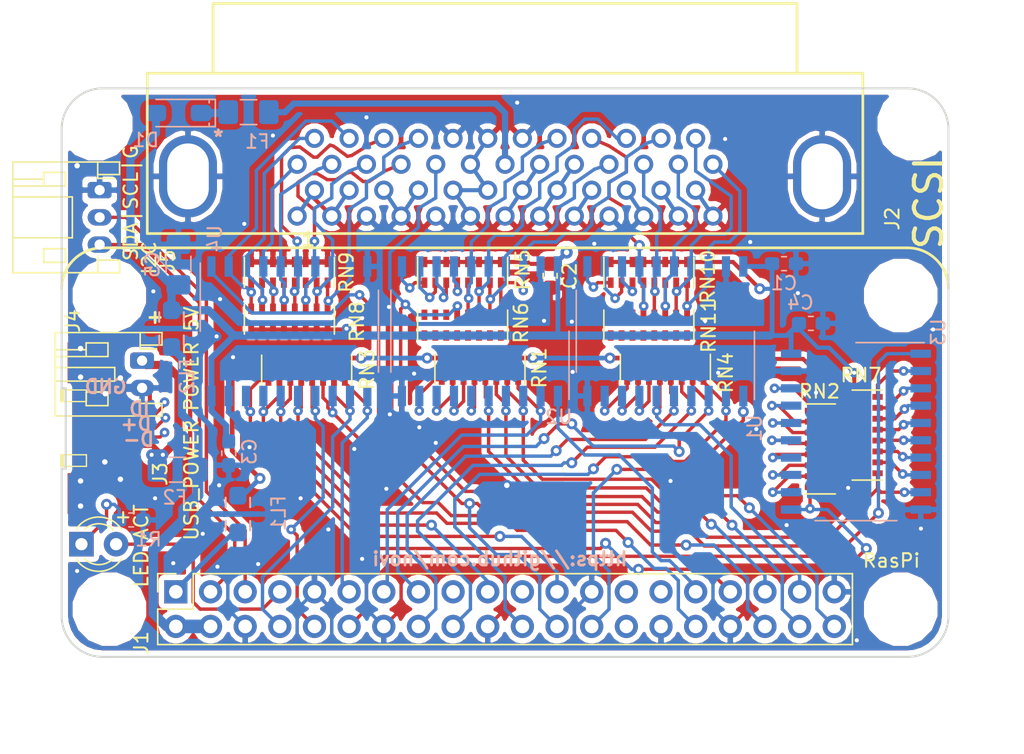
<source format=kicad_pcb>
(kicad_pcb (version 20171130) (host pcbnew "(5.0.1-3-g963ef8bb5)")
  (layers (0 F.Cu signal) (31 B.Cu signal) (34 B.Paste user) (35 F.Paste user) (36 B.SilkS user) (37 F.SilkS user) (38 B.Mask user) (39 F.Mask user hide) (44 Edge.Cuts user))
  (net 0 "")
  (net 1 VCC)
  (net 2 GND)
  (net 3 "Net-(D1-Pad1)")
  (net 4 "Net-(F1-Pad1)")
  (net 5 "Net-(FL1-Pad1)")
  (net 6 VEE)
  (net 7 /ACT)
  (net 8 "Net-(J1-Pad17)")
  (net 9 "Net-(J1-Pad21)")
  (net 10 "Net-(J1-Pad27)")
  (net 11 "Net-(J1-Pad28)")
  (net 12 /S_D0)
  (net 13 /S_D1)
  (net 14 /S_D2)
  (net 15 /S_D3)
  (net 16 /S_D4)
  (net 17 /S_D5)
  (net 18 /S_D6)
  (net 19 /S_D7)
  (net 20 /S_DP)
  (net 21 "Net-(J2-Pad41)")
  (net 22 "Net-(J2-Pad43)")
  (net 23 "Net-(J2-Pad44)")
  (net 24 "Net-(J2-Pad45)")
  (net 25 "Net-(J2-Pad46)")
  (net 26 "Net-(J2-Pad47)")
  (net 27 "Net-(J2-Pad48)")
  (net 28 "Net-(J2-Pad49)")
  (net 29 "Net-(J2-Pad50)")
  (net 30 "Net-(LED1-Pad1)")
  (net 31 "Net-(RN1-Pad2)")
  (net 32 "Net-(RN1-Pad1)")
  (net 33 "Net-(RN1-Pad3)")
  (net 34 "Net-(RN1-Pad4)")
  (net 35 "Net-(RN2-Pad4)")
  (net 36 "Net-(RN2-Pad5)")
  (net 37 "Net-(RN2-Pad3)")
  (net 38 "Net-(RN2-Pad6)")
  (net 39 "Net-(RN2-Pad7)")
  (net 40 "Net-(RN2-Pad2)")
  (net 41 "Net-(RN4-Pad3)")
  (net 42 "Net-(RN4-Pad1)")
  (net 43 "Net-(RN4-Pad2)")
  (net 44 "Net-(RN5-Pad2)")
  (net 45 "Net-(RN5-Pad1)")
  (net 46 "Net-(RN5-Pad3)")
  (net 47 "Net-(RN5-Pad4)")
  (net 48 "Net-(RN6-Pad14)")
  (net 49 "Net-(RN6-Pad15)")
  (net 50 "Net-(RN6-Pad16)")
  (net 51 "Net-(RN7-Pad4)")
  (net 52 "Net-(RN7-Pad5)")
  (net 53 "Net-(RN7-Pad3)")
  (net 54 "Net-(RN7-Pad6)")
  (net 55 "Net-(RN7-Pad7)")
  (net 56 "Net-(RN7-Pad2)")
  (net 57 /D4)
  (net 58 /D5)
  (net 59 /D7)
  (net 60 /DP)
  (net 61 /SEL)
  (net 62 /REQ)
  (net 63 /MSG)
  (net 64 /CD)
  (net 65 /D0)
  (net 66 /IO)
  (net 67 /D1)
  (net 68 /DTD)
  (net 69 /TAD)
  (net 70 /ENB)
  (net 71 /IND)
  (net 72 /D2)
  (net 73 /D3)
  (net 74 /ATN)
  (net 75 /D6)
  (net 76 /BSY)
  (net 77 /RST)
  (net 78 /ACK)
  (net 79 /I2C_SDA)
  (net 80 /I2C_SCL)
  (net 81 "Net-(F2-Pad1)")
  (net 82 "Net-(F2-Pad2)")
  (net 83 "Net-(RN10-Pad3)")
  (net 84 "Net-(RN10-Pad1)")
  (net 85 "Net-(RN10-Pad2)")
  (net 86 "Net-(RN11-Pad16)")
  (net 87 "Net-(RN11-Pad15)")
  (net 88 "Net-(RN11-Pad14)")
  (net 89 /ID)
  (net 90 /D-)
  (net 91 /D+)
  (net 92 "Net-(RN2-Pad1)")
  (net 93 "Net-(RN7-Pad8)")
  (module Package_SO:SO-20_12.8x7.5mm_P1.27mm (layer B.Cu) (at 119.1895 86.614 270)
    (fp_text reference U4 (at -6.7945 5.461 270) (layer B.SilkS) (effects (justify mirror)))
    (fp_text value 74LS641-1)
    (pad 20 smd rect (at 4.75 5.715 270) (size 1.5 0.6) (layers B.Cu B.Paste B.Mask) (net 1 VCC))
    (pad 19 smd rect (at 4.75 4.445 270) (size 1.5 0.6) (layers B.Cu B.Paste B.Mask) (net 2 GND))
    (pad 18 smd rect (at 4.75 3.175 270) (size 1.5 0.6) (layers B.Cu B.Paste B.Mask) (net 73 /D3))
    (pad 17 smd rect (at 4.75 1.905 270) (size 1.5 0.6) (layers B.Cu B.Paste B.Mask) (net 67 /D1))
    (pad 16 smd rect (at 4.75 0.635 270) (size 1.5 0.6) (layers B.Cu B.Paste B.Mask) (net 65 /D0))
    (pad 15 smd rect (at 4.75 -0.635 270) (size 1.5 0.6) (layers B.Cu B.Paste B.Mask) (net 72 /D2))
    (pad 14 smd rect (at 4.75 -1.905 270) (size 1.5 0.6) (layers B.Cu B.Paste B.Mask) (net 58 /D5))
    (pad 13 smd rect (at 4.75 -3.175 270) (size 1.5 0.6) (layers B.Cu B.Paste B.Mask) (net 75 /D6))
    (pad 12 smd rect (at 4.75 -4.445 270) (size 1.5 0.6) (layers B.Cu B.Paste B.Mask) (net 57 /D4))
    (pad 11 smd rect (at 4.75 -5.715 270) (size 1.5 0.6) (layers B.Cu B.Paste B.Mask) (net 59 /D7))
    (pad 10 smd rect (at -4.75 -5.715 270) (size 1.5 0.6) (layers B.Cu B.Paste B.Mask) (net 2 GND))
    (pad 9 smd rect (at -4.75 -4.445 270) (size 1.5 0.6) (layers B.Cu B.Paste B.Mask) (net 19 /S_D7))
    (pad 8 smd rect (at -4.75 -3.175 270) (size 1.5 0.6) (layers B.Cu B.Paste B.Mask) (net 16 /S_D4))
    (pad 7 smd rect (at -4.75 -1.905 270) (size 1.5 0.6) (layers B.Cu B.Paste B.Mask) (net 18 /S_D6))
    (pad 1 smd rect (at -4.75 5.715 270) (size 1.5 0.6) (layers B.Cu B.Paste B.Mask) (net 68 /DTD))
    (pad 2 smd rect (at -4.75 4.445 270) (size 1.5 0.6) (layers B.Cu B.Paste B.Mask) (net 15 /S_D3))
    (pad 3 smd rect (at -4.75 3.175 270) (size 1.5 0.6) (layers B.Cu B.Paste B.Mask) (net 13 /S_D1))
    (pad 4 smd rect (at -4.75 1.905 270) (size 1.5 0.6) (layers B.Cu B.Paste B.Mask) (net 12 /S_D0))
    (pad 5 smd rect (at -4.75 0.635 270) (size 1.5 0.6) (layers B.Cu B.Paste B.Mask) (net 14 /S_D2))
    (pad 6 smd rect (at -4.75 -0.635 270) (size 1.5 0.6) (layers B.Cu B.Paste B.Mask) (net 17 /S_D5))
  )
  (module local_lib:DSUB50P (layer F.Cu) (at 135 74.3712 180)
    (fp_text reference J2 (at -28.3855 -3.9878 270) (layer F.SilkS))
    (fp_text value SCSI)
    (pad 52 thru_hole oval (at -23.24 -0.8875 180) (size 4.25 6.03) (drill oval 3.05 4.83) (layers *.Cu *.Mask) (net 2 GND))
    (pad 51 thru_hole oval (at 23.24 -0.8875 180) (size 4.25 6.03) (drill oval 3.05 4.83) (layers *.Cu *.Mask) (net 2 GND))
    (pad 26 thru_hole circle (at 15.24 0 180) (size 1.4 1.4) (drill 0.85) (layers *.Cu *.Mask) (net 12 /S_D0))
    (pad 2 thru_hole circle (at 13.97 -1.9 180) (size 1.4 1.4) (drill 0.85) (layers *.Cu *.Mask) (net 2 GND))
    (pad 27 thru_hole circle (at 13.97 1.9 180) (size 1.4 1.4) (drill 0.85) (layers *.Cu *.Mask) (net 13 /S_D1))
    (pad 49 thru_hole circle (at -13.97 1.9 180) (size 1.4 1.4) (drill 0.85) (layers *.Cu *.Mask) (net 28 "Net-(J2-Pad49)"))
    (pad 50 thru_hole circle (at -15.24 0 180) (size 1.4 1.4) (drill 0.85) (layers *.Cu *.Mask) (net 29 "Net-(J2-Pad50)"))
    (pad 24 thru_hole circle (at -13.97 -1.9 180) (size 1.4 1.4) (drill 0.85) (layers *.Cu *.Mask) (net 2 GND))
    (pad 1 thru_hole circle (at 15.24 -3.8 180) (size 1.4 1.4) (drill 0.85) (layers *.Cu *.Mask) (net 2 GND))
    (pad 25 thru_hole circle (at -15.24 -3.8 180) (size 1.4 1.4) (drill 0.85) (layers *.Cu *.Mask) (net 2 GND))
    (pad 23 thru_hole circle (at -12.7 -3.8 180) (size 1.4 1.4) (drill 0.85) (layers *.Cu *.Mask) (net 2 GND))
    (pad 21 thru_hole circle (at -10.16 -3.8 180) (size 1.4 1.4) (drill 0.85) (layers *.Cu *.Mask) (net 2 GND))
    (pad 19 thru_hole circle (at -7.62 -3.8 180) (size 1.4 1.4) (drill 0.85) (layers *.Cu *.Mask) (net 2 GND))
    (pad 17 thru_hole circle (at -5.08 -3.8 180) (size 1.4 1.4) (drill 0.85) (layers *.Cu *.Mask) (net 2 GND))
    (pad 15 thru_hole circle (at -2.54 -3.8 180) (size 1.4 1.4) (drill 0.85) (layers *.Cu *.Mask) (net 2 GND))
    (pad 14 thru_hole circle (at -1.27 -1.9 180) (size 1.4 1.4) (drill 0.85) (layers *.Cu *.Mask) (net 2 GND))
    (pad 16 thru_hole circle (at -3.81 -1.9 180) (size 1.4 1.4) (drill 0.85) (layers *.Cu *.Mask) (net 2 GND))
    (pad 18 thru_hole circle (at -6.35 -1.9 180) (size 1.4 1.4) (drill 0.85) (layers *.Cu *.Mask) (net 2 GND))
    (pad 20 thru_hole circle (at -8.89 -1.9 180) (size 1.4 1.4) (drill 0.85) (layers *.Cu *.Mask) (net 2 GND))
    (pad 22 thru_hole circle (at -11.43 -1.9 180) (size 1.4 1.4) (drill 0.85) (layers *.Cu *.Mask) (net 2 GND))
    (pad 47 thru_hole circle (at -11.43 1.9 180) (size 1.4 1.4) (drill 0.85) (layers *.Cu *.Mask) (net 26 "Net-(J2-Pad47)"))
    (pad 45 thru_hole circle (at -8.89 1.9 180) (size 1.4 1.4) (drill 0.85) (layers *.Cu *.Mask) (net 24 "Net-(J2-Pad45)"))
    (pad 43 thru_hole circle (at -6.35 1.9 180) (size 1.4 1.4) (drill 0.85) (layers *.Cu *.Mask) (net 22 "Net-(J2-Pad43)"))
    (pad 41 thru_hole circle (at -3.81 1.9 180) (size 1.4 1.4) (drill 0.85) (layers *.Cu *.Mask) (net 21 "Net-(J2-Pad41)"))
    (pad 39 thru_hole circle (at -1.27 1.9 180) (size 1.4 1.4) (drill 0.85) (layers *.Cu *.Mask) (net 2 GND))
    (pad 48 thru_hole circle (at -12.7 0 180) (size 1.4 1.4) (drill 0.85) (layers *.Cu *.Mask) (net 27 "Net-(J2-Pad48)"))
    (pad 46 thru_hole circle (at -10.16 0 180) (size 1.4 1.4) (drill 0.85) (layers *.Cu *.Mask) (net 25 "Net-(J2-Pad46)"))
    (pad 44 thru_hole circle (at -7.62 0 180) (size 1.4 1.4) (drill 0.85) (layers *.Cu *.Mask) (net 23 "Net-(J2-Pad44)"))
    (pad 42 thru_hole circle (at -5.08 0 180) (size 1.4 1.4) (drill 0.85) (layers *.Cu *.Mask) (net 2 GND))
    (pad 40 thru_hole circle (at -2.54 0 180) (size 1.4 1.4) (drill 0.85) (layers *.Cu *.Mask) (net 2 GND))
    (pad 35 thru_hole circle (at 3.81 1.9 180) (size 1.4 1.4) (drill 0.85) (layers *.Cu *.Mask) (net 2 GND))
    (pad 33 thru_hole circle (at 6.35 1.9 180) (size 1.4 1.4) (drill 0.85) (layers *.Cu *.Mask) (net 19 /S_D7))
    (pad 31 thru_hole circle (at 8.89 1.9 180) (size 1.4 1.4) (drill 0.85) (layers *.Cu *.Mask) (net 17 /S_D5))
    (pad 29 thru_hole circle (at 11.43 1.9 180) (size 1.4 1.4) (drill 0.85) (layers *.Cu *.Mask) (net 15 /S_D3))
    (pad 3 thru_hole circle (at 12.7 -3.8 180) (size 1.4 1.4) (drill 0.85) (layers *.Cu *.Mask) (net 2 GND))
    (pad 5 thru_hole circle (at 10.16 -3.8 180) (size 1.4 1.4) (drill 0.85) (layers *.Cu *.Mask) (net 2 GND))
    (pad 7 thru_hole circle (at 7.62 -3.8 180) (size 1.4 1.4) (drill 0.85) (layers *.Cu *.Mask) (net 2 GND))
    (pad 9 thru_hole circle (at 5.08 -3.8 180) (size 1.4 1.4) (drill 0.85) (layers *.Cu *.Mask) (net 2 GND))
    (pad 11 thru_hole circle (at 2.54 -3.8 180) (size 1.4 1.4) (drill 0.85) (layers *.Cu *.Mask) (net 2 GND))
    (pad 13 thru_hole circle (at 0 -3.8 180) (size 1.4 1.4) (drill 0.85) (layers *.Cu *.Mask) (net 2 GND))
    (pad 37 thru_hole circle (at 1.27 1.9 180) (size 1.4 1.4) (drill 0.85) (layers *.Cu *.Mask) (net 2 GND))
    (pad 28 thru_hole circle (at 12.7 0 180) (size 1.4 1.4) (drill 0.85) (layers *.Cu *.Mask) (net 14 /S_D2))
    (pad 4 thru_hole circle (at 11.43 -1.9 180) (size 1.4 1.4) (drill 0.85) (layers *.Cu *.Mask) (net 2 GND))
    (pad 30 thru_hole circle (at 10.16 0 180) (size 1.4 1.4) (drill 0.85) (layers *.Cu *.Mask) (net 16 /S_D4))
    (pad 6 thru_hole circle (at 8.89 -1.9 180) (size 1.4 1.4) (drill 0.85) (layers *.Cu *.Mask) (net 2 GND))
    (pad 32 thru_hole circle (at 7.62 0 180) (size 1.4 1.4) (drill 0.85) (layers *.Cu *.Mask) (net 18 /S_D6))
    (pad 8 thru_hole circle (at 6.35 -1.9 180) (size 1.4 1.4) (drill 0.85) (layers *.Cu *.Mask) (net 2 GND))
    (pad 34 thru_hole circle (at 5.08 0 180) (size 1.4 1.4) (drill 0.85) (layers *.Cu *.Mask) (net 20 /S_DP))
    (pad 10 thru_hole circle (at 3.81 -1.9 180) (size 1.4 1.4) (drill 0.85) (layers *.Cu *.Mask) (net 2 GND))
    (pad 36 thru_hole circle (at 2.54 0 180) (size 1.4 1.4) (drill 0.85) (layers *.Cu *.Mask) (net 2 GND))
    (pad 12 thru_hole circle (at 1.27 -1.9 180) (size 1.4 1.4) (drill 0.85) (layers *.Cu *.Mask) (net 2 GND))
    (pad 38 thru_hole circle (at 0 0 180) (size 1.4 1.4) (drill 0.85) (layers *.Cu *.Mask) (net 4 "Net-(F1-Pad1)"))
  )
  (module MountingHole:MountingHole_2.2mm_M2 (layer F.Cu) (at 164 84)
    (fp_text reference REF** hide)
    (fp_text value MountingHole_2.2mm_M2 hide)
    (pad 1 np_thru_hole circle (at 0 0) (size 2.2 2.2) (drill 2.2) (layers *.Cu *.Mask))
  )
  (module MountingHole:MountingHole_2.2mm_M2 (layer F.Cu) (at 106 84)
    (fp_text reference REF** hide)
    (fp_text value MountingHole_2.2mm_M2 hide)
    (pad 1 np_thru_hole circle (at 0 0) (size 2.2 2.2) (drill 2.2) (layers *.Cu *.Mask))
  )
  (module MountingHole:MountingHole_2.2mm_M2 (layer F.Cu) (at 106 107)
    (fp_text reference REF** hide)
    (fp_text value MountingHole_2.2mm_M2 hide)
    (pad 1 np_thru_hole circle (at 0 0) (size 2.2 2.2) (drill 2.2) (layers *.Cu *.Mask))
  )
  (module MountingHole:MountingHole_2.2mm_M2 (layer F.Cu) (at 164 107)
    (fp_text reference REF** hide)
    (fp_text value MountingHole_2.2mm_M2 hide)
    (pad 1 np_thru_hole circle (at 0 0) (size 2.2 2.2) (drill 2.2) (layers *.Cu *.Mask))
  )
  (module MountingHole:MountingHole_2.2mm_M2 (layer F.Cu) (at 165 71.4)
    (fp_text reference REF** hide)
    (fp_text value MountingHole_2.2mm_M2 hide)
    (pad 1 np_thru_hole circle (at 0 0) (size 2.2 2.2) (drill 2.2) (layers *.Cu *.Mask))
  )
  (module Capacitor_SMD:C_0603_1608Metric_Pad1.05x0.95mm_HandSolder (layer B.Cu) (at 155.448 81.661)
    (fp_text reference C1 (at 0 1.43) (layer B.SilkS) (effects (justify mirror)))
    (fp_text value "0.1u JB")
    (pad 1 smd roundrect (at -0.875 0) (size 1.05 0.95) (layers B.Cu B.Paste B.Mask) (net 1 VCC))
    (pad 2 smd roundrect (at 0.875 0) (size 1.05 0.95) (layers B.Cu B.Paste B.Mask) (net 2 GND))
  )
  (module Capacitor_SMD:C_0603_1608Metric_Pad1.05x0.95mm_HandSolder (layer F.Cu) (at 138.303 82.55 270)
    (fp_text reference C2 (at 0 -1.43 270) (layer F.SilkS))
    (fp_text value "0.1u JB")
    (pad 2 smd roundrect (at 0.875 0 270) (size 1.05 0.95) (layers F.Cu F.Paste F.Mask) (net 2 GND))
    (pad 1 smd roundrect (at -0.875 0 270) (size 1.05 0.95) (layers F.Cu F.Paste F.Mask) (net 1 VCC))
  )
  (module Capacitor_SMD:C_0603_1608Metric_Pad1.05x0.95mm_HandSolder (layer B.Cu) (at 114.7445 95.5675 270)
    (fp_text reference C3 (at -0.127 -1.524 270) (layer B.SilkS) (effects (justify mirror)))
    (fp_text value "0.1u JIS B")
    (pad 1 smd roundrect (at -0.875 0 270) (size 1.05 0.95) (layers B.Cu B.Paste B.Mask) (net 1 VCC))
    (pad 2 smd roundrect (at 0.875 0 270) (size 1.05 0.95) (layers B.Cu B.Paste B.Mask) (net 2 GND))
  )
  (module Capacitor_SMD:C_0603_1608Metric_Pad1.05x0.95mm_HandSolder (layer B.Cu) (at 157.4165 86.0425)
    (fp_text reference C4 (at -0.762 -1.524) (layer B.SilkS) (effects (justify mirror)))
    (fp_text value "0.1u JB")
    (pad 2 smd roundrect (at 0.875 0) (size 1.05 0.95) (layers B.Cu B.Paste B.Mask) (net 2 GND))
    (pad 1 smd roundrect (at -0.875 0) (size 1.05 0.95) (layers B.Cu B.Paste B.Mask) (net 1 VCC))
  )
  (module cd_device:D_SOD-123_HandSoldering (layer B.Cu) (at 111.0615 70.612 180)
    (fp_text reference D1 (at 2.4003 -1.9812 180) (layer B.SilkS) (effects (justify mirror)))
    (fp_text value SBD)
    (pad 1 smd roundrect (at -1.65 0 180) (size 1.5 1.2) (layers B.Cu B.Paste B.Mask) (net 3 "Net-(D1-Pad1)"))
    (pad 2 smd roundrect (at 1.65 0 180) (size 1.5 1.2) (layers B.Cu B.Paste B.Mask) (net 1 VCC))
  )
  (module Fuse:Fuse_1206_3216Metric_Pad1.42x1.75mm_HandSolder (layer B.Cu) (at 116.2 70.5485 180)
    (fp_text reference F1 (at -0.635 -2.159 180) (layer B.SilkS) (effects (justify mirror)))
    (fp_text value 1A)
    (pad 1 smd roundrect (at -1.4875 0 180) (size 1.425 1.75) (layers B.Cu B.Paste B.Mask) (roundrect_rratio 0.175439) (net 4 "Net-(F1-Pad1)"))
    (pad 2 smd roundrect (at 1.4875 0 180) (size 1.425 1.75) (layers B.Cu B.Paste B.Mask) (roundrect_rratio 0.175439) (net 3 "Net-(D1-Pad1)"))
  )
  (module cd_device:NFM21PC (layer B.Cu) (at 115.4176 100.0252 90)
    (fp_text reference FL1 (at 0.0635 2.9845 90) (layer B.SilkS) (effects (justify mirror)))
    (fp_text value "NFM21 0.22u")
    (pad 2 smd roundrect (at 0 -1 90) (size 0.4 1.2) (layers B.Cu B.Paste B.Mask) (net 2 GND))
    (pad 1 smd roundrect (at -1.35 0 90) (size 1.3 1.25) (layers B.Cu B.Paste B.Mask) (net 5 "Net-(FL1-Pad1)"))
    (pad 3 smd roundrect (at 1.35 0 90) (size 1.3 1.25) (layers B.Cu B.Paste B.Mask) (net 6 VEE))
    (pad 2 smd roundrect (at 0 1 90) (size 0.4 1.2) (layers B.Cu B.Paste B.Mask) (net 2 GND))
  )
  (module cd_device:NFM21PC (layer B.Cu) (at 110.5535 86.4235 270)
    (fp_text reference FL2 (at 3.4925 -1.143 270) (layer B.SilkS) (effects (justify mirror)))
    (fp_text value "NFM21 0.22u")
    (pad 2 smd roundrect (at 0 1 270) (size 0.4 1.2) (layers B.Cu B.Paste B.Mask) (net 2 GND))
    (pad 3 smd roundrect (at 1.35 0 270) (size 1.3 1.25) (layers B.Cu B.Paste B.Mask) (net 81 "Net-(F2-Pad1)"))
    (pad 1 smd roundrect (at -1.35 0 270) (size 1.3 1.25) (layers B.Cu B.Paste B.Mask) (net 1 VCC))
    (pad 2 smd roundrect (at 0 -1 270) (size 0.4 1.2) (layers B.Cu B.Paste B.Mask) (net 2 GND))
  )
  (module Connector_PinSocket_2.54mm:PinSocket_2x20_P2.54mm_Vertical (layer F.Cu) (at 110.871 105.7275 90)
    (fp_text reference J1 (at -3.7465 -2.54 90) (layer F.SilkS))
    (fp_text value RasPi (at 2.286 52.451 180) (layer F.SilkS))
    (pad 1 thru_hole rect (at 0 0 90) (size 1.7 1.7) (drill 1) (layers *.Cu *.Mask) (net 5 "Net-(FL1-Pad1)"))
    (pad 2 thru_hole oval (at -2.54 0 90) (size 1.7 1.7) (drill 1) (layers *.Cu *.Mask) (net 81 "Net-(F2-Pad1)"))
    (pad 3 thru_hole oval (at 0 2.54 90) (size 1.7 1.7) (drill 1) (layers *.Cu *.Mask) (net 79 /I2C_SDA))
    (pad 4 thru_hole oval (at -2.54 2.54 90) (size 1.7 1.7) (drill 1) (layers *.Cu *.Mask) (net 81 "Net-(F2-Pad1)"))
    (pad 5 thru_hole oval (at 0 5.08 90) (size 1.7 1.7) (drill 1) (layers *.Cu *.Mask) (net 80 /I2C_SCL))
    (pad 6 thru_hole oval (at -2.54 5.08 90) (size 1.7 1.7) (drill 1) (layers *.Cu *.Mask) (net 2 GND))
    (pad 7 thru_hole oval (at 0 7.62 90) (size 1.7 1.7) (drill 1) (layers *.Cu *.Mask) (net 7 /ACT))
    (pad 8 thru_hole oval (at -2.54 7.62 90) (size 1.7 1.7) (drill 1) (layers *.Cu *.Mask) (net 57 /D4))
    (pad 9 thru_hole oval (at 0 10.16 90) (size 1.7 1.7) (drill 1) (layers *.Cu *.Mask) (net 2 GND))
    (pad 10 thru_hole oval (at -2.54 10.16 90) (size 1.7 1.7) (drill 1) (layers *.Cu *.Mask) (net 58 /D5))
    (pad 11 thru_hole oval (at 0 12.7 90) (size 1.7 1.7) (drill 1) (layers *.Cu *.Mask) (net 59 /D7))
    (pad 12 thru_hole oval (at -2.54 12.7 90) (size 1.7 1.7) (drill 1) (layers *.Cu *.Mask) (net 60 /DP))
    (pad 13 thru_hole oval (at 0 15.24 90) (size 1.7 1.7) (drill 1) (layers *.Cu *.Mask) (net 61 /SEL))
    (pad 14 thru_hole oval (at -2.54 15.24 90) (size 1.7 1.7) (drill 1) (layers *.Cu *.Mask) (net 2 GND))
    (pad 15 thru_hole oval (at 0 17.78 90) (size 1.7 1.7) (drill 1) (layers *.Cu *.Mask) (net 62 /REQ))
    (pad 16 thru_hole oval (at -2.54 17.78 90) (size 1.7 1.7) (drill 1) (layers *.Cu *.Mask) (net 63 /MSG))
    (pad 17 thru_hole oval (at 0 20.32 90) (size 1.7 1.7) (drill 1) (layers *.Cu *.Mask) (net 8 "Net-(J1-Pad17)"))
    (pad 18 thru_hole oval (at -2.54 20.32 90) (size 1.7 1.7) (drill 1) (layers *.Cu *.Mask) (net 64 /CD))
    (pad 19 thru_hole oval (at 0 22.86 90) (size 1.7 1.7) (drill 1) (layers *.Cu *.Mask) (net 65 /D0))
    (pad 20 thru_hole oval (at -2.54 22.86 90) (size 1.7 1.7) (drill 1) (layers *.Cu *.Mask) (net 2 GND))
    (pad 21 thru_hole oval (at 0 25.4 90) (size 1.7 1.7) (drill 1) (layers *.Cu *.Mask) (net 9 "Net-(J1-Pad21)"))
    (pad 22 thru_hole oval (at -2.54 25.4 90) (size 1.7 1.7) (drill 1) (layers *.Cu *.Mask) (net 66 /IO))
    (pad 23 thru_hole oval (at 0 27.94 90) (size 1.7 1.7) (drill 1) (layers *.Cu *.Mask) (net 67 /D1))
    (pad 24 thru_hole oval (at -2.54 27.94 90) (size 1.7 1.7) (drill 1) (layers *.Cu *.Mask) (net 68 /DTD))
    (pad 25 thru_hole oval (at 0 30.48 90) (size 1.7 1.7) (drill 1) (layers *.Cu *.Mask) (net 2 GND))
    (pad 26 thru_hole oval (at -2.54 30.48 90) (size 1.7 1.7) (drill 1) (layers *.Cu *.Mask) (net 69 /TAD))
    (pad 27 thru_hole oval (at 0 33.02 90) (size 1.7 1.7) (drill 1) (layers *.Cu *.Mask) (net 10 "Net-(J1-Pad27)"))
    (pad 28 thru_hole oval (at -2.54 33.02 90) (size 1.7 1.7) (drill 1) (layers *.Cu *.Mask) (net 11 "Net-(J1-Pad28)"))
    (pad 29 thru_hole oval (at 0 35.56 90) (size 1.7 1.7) (drill 1) (layers *.Cu *.Mask) (net 70 /ENB))
    (pad 30 thru_hole oval (at -2.54 35.56 90) (size 1.7 1.7) (drill 1) (layers *.Cu *.Mask) (net 2 GND))
    (pad 31 thru_hole oval (at 0 38.1 90) (size 1.7 1.7) (drill 1) (layers *.Cu *.Mask) (net 71 /IND))
    (pad 32 thru_hole oval (at -2.54 38.1 90) (size 1.7 1.7) (drill 1) (layers *.Cu *.Mask) (net 72 /D2))
    (pad 33 thru_hole oval (at 0 40.64 90) (size 1.7 1.7) (drill 1) (layers *.Cu *.Mask) (net 73 /D3))
    (pad 34 thru_hole oval (at -2.54 40.64 90) (size 1.7 1.7) (drill 1) (layers *.Cu *.Mask) (net 2 GND))
    (pad 35 thru_hole oval (at 0 43.18 90) (size 1.7 1.7) (drill 1) (layers *.Cu *.Mask) (net 74 /ATN))
    (pad 36 thru_hole oval (at -2.54 43.18 90) (size 1.7 1.7) (drill 1) (layers *.Cu *.Mask) (net 75 /D6))
    (pad 37 thru_hole oval (at 0 45.72 90) (size 1.7 1.7) (drill 1) (layers *.Cu *.Mask) (net 76 /BSY))
    (pad 38 thru_hole oval (at -2.54 45.72 90) (size 1.7 1.7) (drill 1) (layers *.Cu *.Mask) (net 77 /RST))
    (pad 39 thru_hole oval (at 0 48.26 90) (size 1.7 1.7) (drill 1) (layers *.Cu *.Mask) (net 2 GND))
    (pad 40 thru_hole oval (at -2.54 48.26 90) (size 1.7 1.7) (drill 1) (layers *.Cu *.Mask) (net 78 /ACK))
  )
  (module LED_THT:LED_D3.0mm (layer F.Cu) (at 103.9495 102.235)
    (fp_text reference LED1 hide)
    (fp_text value "LED ACT" (at 4.3815 0.127 90) (layer F.SilkS))
    (pad 1 thru_hole rect (at 0 0) (size 1.8 1.8) (drill 0.9) (layers *.Cu *.Mask) (net 30 "Net-(LED1-Pad1)"))
    (pad 2 thru_hole circle (at 2.54 0) (size 1.8 1.8) (drill 0.9) (layers *.Cu *.Mask) (net 7 /ACT))
  )
  (module Resistor_SMD:R_0603_1608Metric_Pad1.05x0.95mm_HandSolder (layer B.Cu) (at 107.5944 100.457)
    (fp_text reference R1 (at 1.27 1.43) (layer B.SilkS) (effects (justify mirror)))
    (fp_text value 1k)
    (pad 1 smd roundrect (at -0.875 0) (size 1.05 0.95) (layers B.Cu B.Paste B.Mask) (net 30 "Net-(LED1-Pad1)"))
    (pad 2 smd roundrect (at 0.875 0) (size 1.05 0.95) (layers B.Cu B.Paste B.Mask) (net 2 GND))
  )
  (module Resistor_SMD:R_Cat16-8 (layer F.Cu) (at 133.1595 89.408 90)
    (fp_text reference RN1 (at 0.1016 4.3561 90) (layer F.SilkS))
    (fp_text value 10k)
    (pad 10 smd rect (at 0.76 2 270) (size 0.76 0.43) (layers F.Cu F.Paste F.Mask) (net 6 VEE))
    (pad 9 smd rect (at 0.76 2.8 270) (size 0.76 0.43) (layers F.Cu F.Paste F.Mask) (net 6 VEE))
    (pad 16 smd rect (at 0.76 -2.8 270) (size 0.76 0.43) (layers F.Cu F.Paste F.Mask) (net 6 VEE))
    (pad 15 smd rect (at 0.76 -2 270) (size 0.76 0.43) (layers F.Cu F.Paste F.Mask) (net 6 VEE))
    (pad 2 smd rect (at -0.76 -2 270) (size 0.76 0.43) (layers F.Cu F.Paste F.Mask) (net 31 "Net-(RN1-Pad2)"))
    (pad 1 smd rect (at -0.76 -2.8 270) (size 0.76 0.43) (layers F.Cu F.Paste F.Mask) (net 32 "Net-(RN1-Pad1)"))
    (pad 8 smd rect (at -0.76 2.8 270) (size 0.76 0.43) (layers F.Cu F.Paste F.Mask) (net 61 /SEL))
    (pad 7 smd rect (at -0.76 2 270) (size 0.76 0.43) (layers F.Cu F.Paste F.Mask) (net 78 /ACK))
    (pad 14 smd rect (at 0.76 -1.2 270) (size 0.76 0.43) (layers F.Cu F.Paste F.Mask) (net 6 VEE))
    (pad 11 smd rect (at 0.76 1.2 270) (size 0.76 0.43) (layers F.Cu F.Paste F.Mask) (net 6 VEE))
    (pad 6 smd rect (at -0.76 1.2 270) (size 0.76 0.43) (layers F.Cu F.Paste F.Mask) (net 77 /RST))
    (pad 3 smd rect (at -0.76 -1.2 270) (size 0.76 0.43) (layers F.Cu F.Paste F.Mask) (net 33 "Net-(RN1-Pad3)"))
    (pad 12 smd rect (at 0.76 0.4 270) (size 0.76 0.43) (layers F.Cu F.Paste F.Mask) (net 6 VEE))
    (pad 5 smd rect (at -0.76 0.4 270) (size 0.76 0.43) (layers F.Cu F.Paste F.Mask) (net 74 /ATN))
    (pad 13 smd rect (at 0.76 -0.4 270) (size 0.76 0.43) (layers F.Cu F.Paste F.Mask) (net 6 VEE))
    (pad 4 smd rect (at -0.76 -0.4 270) (size 0.76 0.43) (layers F.Cu F.Paste F.Mask) (net 34 "Net-(RN1-Pad4)"))
  )
  (module Resistor_SMD:R_Cat16-8 (layer F.Cu) (at 158.115 95.25)
    (fp_text reference RN2 (at -0.07 -4.22) (layer F.SilkS))
    (fp_text value 10k)
    (pad 4 smd rect (at -0.76 -0.4 180) (size 0.76 0.43) (layers F.Cu F.Paste F.Mask) (net 35 "Net-(RN2-Pad4)"))
    (pad 13 smd rect (at 0.76 -0.4 180) (size 0.76 0.43) (layers F.Cu F.Paste F.Mask) (net 6 VEE))
    (pad 5 smd rect (at -0.76 0.4 180) (size 0.76 0.43) (layers F.Cu F.Paste F.Mask) (net 36 "Net-(RN2-Pad5)"))
    (pad 12 smd rect (at 0.76 0.4 180) (size 0.76 0.43) (layers F.Cu F.Paste F.Mask) (net 6 VEE))
    (pad 3 smd rect (at -0.76 -1.2 180) (size 0.76 0.43) (layers F.Cu F.Paste F.Mask) (net 37 "Net-(RN2-Pad3)"))
    (pad 6 smd rect (at -0.76 1.2 180) (size 0.76 0.43) (layers F.Cu F.Paste F.Mask) (net 38 "Net-(RN2-Pad6)"))
    (pad 11 smd rect (at 0.76 1.2 180) (size 0.76 0.43) (layers F.Cu F.Paste F.Mask) (net 6 VEE))
    (pad 14 smd rect (at 0.76 -1.2 180) (size 0.76 0.43) (layers F.Cu F.Paste F.Mask) (net 6 VEE))
    (pad 7 smd rect (at -0.76 2 180) (size 0.76 0.43) (layers F.Cu F.Paste F.Mask) (net 39 "Net-(RN2-Pad7)"))
    (pad 8 smd rect (at -0.76 2.8 180) (size 0.76 0.43) (layers F.Cu F.Paste F.Mask) (net 60 /DP))
    (pad 1 smd rect (at -0.76 -2.8 180) (size 0.76 0.43) (layers F.Cu F.Paste F.Mask) (net 92 "Net-(RN2-Pad1)"))
    (pad 2 smd rect (at -0.76 -2 180) (size 0.76 0.43) (layers F.Cu F.Paste F.Mask) (net 40 "Net-(RN2-Pad2)"))
    (pad 15 smd rect (at 0.76 -2 180) (size 0.76 0.43) (layers F.Cu F.Paste F.Mask) (net 6 VEE))
    (pad 16 smd rect (at 0.76 -2.8 180) (size 0.76 0.43) (layers F.Cu F.Paste F.Mask) (net 6 VEE))
    (pad 9 smd rect (at 0.76 2.8 180) (size 0.76 0.43) (layers F.Cu F.Paste F.Mask) (net 6 VEE))
    (pad 10 smd rect (at 0.76 2 180) (size 0.76 0.43) (layers F.Cu F.Paste F.Mask) (net 6 VEE))
  )
  (module Resistor_SMD:R_Cat16-8 (layer F.Cu) (at 120.4595 89.4715 90)
    (fp_text reference RN3 (at 0.0381 4.4323 90) (layer F.SilkS))
    (fp_text value 10k)
    (pad 10 smd rect (at 0.76 2 270) (size 0.76 0.43) (layers F.Cu F.Paste F.Mask) (net 6 VEE))
    (pad 9 smd rect (at 0.76 2.8 270) (size 0.76 0.43) (layers F.Cu F.Paste F.Mask) (net 6 VEE))
    (pad 16 smd rect (at 0.76 -2.8 270) (size 0.76 0.43) (layers F.Cu F.Paste F.Mask) (net 6 VEE))
    (pad 15 smd rect (at 0.76 -2 270) (size 0.76 0.43) (layers F.Cu F.Paste F.Mask) (net 6 VEE))
    (pad 2 smd rect (at -0.76 -2 270) (size 0.76 0.43) (layers F.Cu F.Paste F.Mask) (net 67 /D1))
    (pad 1 smd rect (at -0.76 -2.8 270) (size 0.76 0.43) (layers F.Cu F.Paste F.Mask) (net 73 /D3))
    (pad 8 smd rect (at -0.76 2.8 270) (size 0.76 0.43) (layers F.Cu F.Paste F.Mask) (net 59 /D7))
    (pad 7 smd rect (at -0.76 2 270) (size 0.76 0.43) (layers F.Cu F.Paste F.Mask) (net 57 /D4))
    (pad 14 smd rect (at 0.76 -1.2 270) (size 0.76 0.43) (layers F.Cu F.Paste F.Mask) (net 6 VEE))
    (pad 11 smd rect (at 0.76 1.2 270) (size 0.76 0.43) (layers F.Cu F.Paste F.Mask) (net 6 VEE))
    (pad 6 smd rect (at -0.76 1.2 270) (size 0.76 0.43) (layers F.Cu F.Paste F.Mask) (net 75 /D6))
    (pad 3 smd rect (at -0.76 -1.2 270) (size 0.76 0.43) (layers F.Cu F.Paste F.Mask) (net 65 /D0))
    (pad 12 smd rect (at 0.76 0.4 270) (size 0.76 0.43) (layers F.Cu F.Paste F.Mask) (net 6 VEE))
    (pad 5 smd rect (at -0.76 0.4 270) (size 0.76 0.43) (layers F.Cu F.Paste F.Mask) (net 58 /D5))
    (pad 13 smd rect (at 0.76 -0.4 270) (size 0.76 0.43) (layers F.Cu F.Paste F.Mask) (net 6 VEE))
    (pad 4 smd rect (at -0.76 -0.4 270) (size 0.76 0.43) (layers F.Cu F.Paste F.Mask) (net 72 /D2))
  )
  (module Resistor_SMD:R_Cat16-8 (layer F.Cu) (at 146.7485 89.408 90)
    (fp_text reference RN4 (at -0.254 4.4323 90) (layer F.SilkS))
    (fp_text value 10k)
    (pad 4 smd rect (at -0.76 -0.4 270) (size 0.76 0.43) (layers F.Cu F.Paste F.Mask) (net 76 /BSY))
    (pad 13 smd rect (at 0.76 -0.4 270) (size 0.76 0.43) (layers F.Cu F.Paste F.Mask) (net 6 VEE))
    (pad 5 smd rect (at -0.76 0.4 270) (size 0.76 0.43) (layers F.Cu F.Paste F.Mask) (net 63 /MSG))
    (pad 12 smd rect (at 0.76 0.4 270) (size 0.76 0.43) (layers F.Cu F.Paste F.Mask) (net 6 VEE))
    (pad 3 smd rect (at -0.76 -1.2 270) (size 0.76 0.43) (layers F.Cu F.Paste F.Mask) (net 41 "Net-(RN4-Pad3)"))
    (pad 6 smd rect (at -0.76 1.2 270) (size 0.76 0.43) (layers F.Cu F.Paste F.Mask) (net 64 /CD))
    (pad 11 smd rect (at 0.76 1.2 270) (size 0.76 0.43) (layers F.Cu F.Paste F.Mask) (net 6 VEE))
    (pad 14 smd rect (at 0.76 -1.2 270) (size 0.76 0.43) (layers F.Cu F.Paste F.Mask) (net 6 VEE))
    (pad 7 smd rect (at -0.76 2 270) (size 0.76 0.43) (layers F.Cu F.Paste F.Mask) (net 62 /REQ))
    (pad 8 smd rect (at -0.76 2.8 270) (size 0.76 0.43) (layers F.Cu F.Paste F.Mask) (net 66 /IO))
    (pad 1 smd rect (at -0.76 -2.8 270) (size 0.76 0.43) (layers F.Cu F.Paste F.Mask) (net 42 "Net-(RN4-Pad1)"))
    (pad 2 smd rect (at -0.76 -2 270) (size 0.76 0.43) (layers F.Cu F.Paste F.Mask) (net 43 "Net-(RN4-Pad2)"))
    (pad 15 smd rect (at 0.76 -2 270) (size 0.76 0.43) (layers F.Cu F.Paste F.Mask) (net 6 VEE))
    (pad 16 smd rect (at 0.76 -2.8 270) (size 0.76 0.43) (layers F.Cu F.Paste F.Mask) (net 6 VEE))
    (pad 9 smd rect (at 0.76 2.8 270) (size 0.76 0.43) (layers F.Cu F.Paste F.Mask) (net 6 VEE))
    (pad 10 smd rect (at 0.76 2 270) (size 0.76 0.43) (layers F.Cu F.Paste F.Mask) (net 6 VEE))
  )
  (module Resistor_SMD:R_Cat16-8 (layer F.Cu) (at 131.8895 82.296 90)
    (fp_text reference RN5 (at 0.1778 4.4069 90) (layer F.SilkS))
    (fp_text value 220)
    (pad 10 smd rect (at 0.76 2 270) (size 0.76 0.43) (layers F.Cu F.Paste F.Mask) (net 1 VCC))
    (pad 9 smd rect (at 0.76 2.8 270) (size 0.76 0.43) (layers F.Cu F.Paste F.Mask) (net 1 VCC))
    (pad 16 smd rect (at 0.76 -2.8 270) (size 0.76 0.43) (layers F.Cu F.Paste F.Mask) (net 1 VCC))
    (pad 15 smd rect (at 0.76 -2 270) (size 0.76 0.43) (layers F.Cu F.Paste F.Mask) (net 1 VCC))
    (pad 2 smd rect (at -0.76 -2 270) (size 0.76 0.43) (layers F.Cu F.Paste F.Mask) (net 44 "Net-(RN5-Pad2)"))
    (pad 1 smd rect (at -0.76 -2.8 270) (size 0.76 0.43) (layers F.Cu F.Paste F.Mask) (net 45 "Net-(RN5-Pad1)"))
    (pad 8 smd rect (at -0.76 2.8 270) (size 0.76 0.43) (layers F.Cu F.Paste F.Mask) (net 26 "Net-(J2-Pad47)"))
    (pad 7 smd rect (at -0.76 2 270) (size 0.76 0.43) (layers F.Cu F.Paste F.Mask) (net 23 "Net-(J2-Pad44)"))
    (pad 14 smd rect (at 0.76 -1.2 270) (size 0.76 0.43) (layers F.Cu F.Paste F.Mask) (net 1 VCC))
    (pad 11 smd rect (at 0.76 1.2 270) (size 0.76 0.43) (layers F.Cu F.Paste F.Mask) (net 1 VCC))
    (pad 6 smd rect (at -0.76 1.2 270) (size 0.76 0.43) (layers F.Cu F.Paste F.Mask) (net 24 "Net-(J2-Pad45)"))
    (pad 3 smd rect (at -0.76 -1.2 270) (size 0.76 0.43) (layers F.Cu F.Paste F.Mask) (net 46 "Net-(RN5-Pad3)"))
    (pad 12 smd rect (at 0.76 0.4 270) (size 0.76 0.43) (layers F.Cu F.Paste F.Mask) (net 1 VCC))
    (pad 5 smd rect (at -0.76 0.4 270) (size 0.76 0.43) (layers F.Cu F.Paste F.Mask) (net 21 "Net-(J2-Pad41)"))
    (pad 13 smd rect (at 0.76 -0.4 270) (size 0.76 0.43) (layers F.Cu F.Paste F.Mask) (net 1 VCC))
    (pad 4 smd rect (at -0.76 -0.4 270) (size 0.76 0.43) (layers F.Cu F.Paste F.Mask) (net 47 "Net-(RN5-Pad4)"))
  )
  (module Resistor_SMD:R_Cat16-8 (layer F.Cu) (at 131.8895 86.1695 90)
    (fp_text reference RN6 (at 0.1651 4.2799 90) (layer F.SilkS))
    (fp_text value 330)
    (pad 4 smd rect (at -0.76 -0.4 270) (size 0.76 0.43) (layers F.Cu F.Paste F.Mask) (net 2 GND))
    (pad 13 smd rect (at 0.76 -0.4 270) (size 0.76 0.43) (layers F.Cu F.Paste F.Mask) (net 20 /S_DP))
    (pad 5 smd rect (at -0.76 0.4 270) (size 0.76 0.43) (layers F.Cu F.Paste F.Mask) (net 2 GND))
    (pad 12 smd rect (at 0.76 0.4 270) (size 0.76 0.43) (layers F.Cu F.Paste F.Mask) (net 21 "Net-(J2-Pad41)"))
    (pad 3 smd rect (at -0.76 -1.2 270) (size 0.76 0.43) (layers F.Cu F.Paste F.Mask) (net 2 GND))
    (pad 6 smd rect (at -0.76 1.2 270) (size 0.76 0.43) (layers F.Cu F.Paste F.Mask) (net 2 GND))
    (pad 11 smd rect (at 0.76 1.2 270) (size 0.76 0.43) (layers F.Cu F.Paste F.Mask) (net 24 "Net-(J2-Pad45)"))
    (pad 14 smd rect (at 0.76 -1.2 270) (size 0.76 0.43) (layers F.Cu F.Paste F.Mask) (net 48 "Net-(RN6-Pad14)"))
    (pad 7 smd rect (at -0.76 2 270) (size 0.76 0.43) (layers F.Cu F.Paste F.Mask) (net 2 GND))
    (pad 8 smd rect (at -0.76 2.8 270) (size 0.76 0.43) (layers F.Cu F.Paste F.Mask) (net 2 GND))
    (pad 1 smd rect (at -0.76 -2.8 270) (size 0.76 0.43) (layers F.Cu F.Paste F.Mask) (net 2 GND))
    (pad 2 smd rect (at -0.76 -2 270) (size 0.76 0.43) (layers F.Cu F.Paste F.Mask) (net 2 GND))
    (pad 15 smd rect (at 0.76 -2 270) (size 0.76 0.43) (layers F.Cu F.Paste F.Mask) (net 49 "Net-(RN6-Pad15)"))
    (pad 16 smd rect (at 0.76 -2.8 270) (size 0.76 0.43) (layers F.Cu F.Paste F.Mask) (net 50 "Net-(RN6-Pad16)"))
    (pad 9 smd rect (at 0.76 2.8 270) (size 0.76 0.43) (layers F.Cu F.Paste F.Mask) (net 26 "Net-(J2-Pad47)"))
    (pad 10 smd rect (at 0.76 2 270) (size 0.76 0.43) (layers F.Cu F.Paste F.Mask) (net 23 "Net-(J2-Pad44)"))
  )
  (module Resistor_SMD:R_Cat16-8 (layer F.Cu) (at 161.544 94.234 180)
    (fp_text reference RN7 (at 0.4572 4.3942 180) (layer F.SilkS))
    (fp_text value 220)
    (pad 4 smd rect (at -0.76 -0.4) (size 0.76 0.43) (layers F.Cu F.Paste F.Mask) (net 51 "Net-(RN7-Pad4)"))
    (pad 13 smd rect (at 0.76 -0.4) (size 0.76 0.43) (layers F.Cu F.Paste F.Mask) (net 1 VCC))
    (pad 5 smd rect (at -0.76 0.4) (size 0.76 0.43) (layers F.Cu F.Paste F.Mask) (net 52 "Net-(RN7-Pad5)"))
    (pad 12 smd rect (at 0.76 0.4) (size 0.76 0.43) (layers F.Cu F.Paste F.Mask) (net 1 VCC))
    (pad 3 smd rect (at -0.76 -1.2) (size 0.76 0.43) (layers F.Cu F.Paste F.Mask) (net 53 "Net-(RN7-Pad3)"))
    (pad 6 smd rect (at -0.76 1.2) (size 0.76 0.43) (layers F.Cu F.Paste F.Mask) (net 54 "Net-(RN7-Pad6)"))
    (pad 11 smd rect (at 0.76 1.2) (size 0.76 0.43) (layers F.Cu F.Paste F.Mask) (net 1 VCC))
    (pad 14 smd rect (at 0.76 -1.2) (size 0.76 0.43) (layers F.Cu F.Paste F.Mask) (net 1 VCC))
    (pad 7 smd rect (at -0.76 2) (size 0.76 0.43) (layers F.Cu F.Paste F.Mask) (net 55 "Net-(RN7-Pad7)"))
    (pad 8 smd rect (at -0.76 2.8) (size 0.76 0.43) (layers F.Cu F.Paste F.Mask) (net 93 "Net-(RN7-Pad8)"))
    (pad 1 smd rect (at -0.76 -2.8) (size 0.76 0.43) (layers F.Cu F.Paste F.Mask) (net 20 /S_DP))
    (pad 2 smd rect (at -0.76 -2) (size 0.76 0.43) (layers F.Cu F.Paste F.Mask) (net 56 "Net-(RN7-Pad2)"))
    (pad 15 smd rect (at 0.76 -2) (size 0.76 0.43) (layers F.Cu F.Paste F.Mask) (net 1 VCC))
    (pad 16 smd rect (at 0.76 -2.8) (size 0.76 0.43) (layers F.Cu F.Paste F.Mask) (net 1 VCC))
    (pad 9 smd rect (at 0.76 2.8) (size 0.76 0.43) (layers F.Cu F.Paste F.Mask) (net 1 VCC))
    (pad 10 smd rect (at 0.76 2) (size 0.76 0.43) (layers F.Cu F.Paste F.Mask) (net 1 VCC))
  )
  (module Resistor_SMD:R_Cat16-8 (layer F.Cu) (at 119.1895 85.725 270)
    (fp_text reference RN8 (at 0.1905 -4.953 270) (layer F.SilkS))
    (fp_text value 220)
    (pad 10 smd rect (at 0.76 2 90) (size 0.76 0.43) (layers F.Cu F.Paste F.Mask) (net 1 VCC))
    (pad 9 smd rect (at 0.76 2.8 90) (size 0.76 0.43) (layers F.Cu F.Paste F.Mask) (net 1 VCC))
    (pad 16 smd rect (at 0.76 -2.8 90) (size 0.76 0.43) (layers F.Cu F.Paste F.Mask) (net 1 VCC))
    (pad 15 smd rect (at 0.76 -2 90) (size 0.76 0.43) (layers F.Cu F.Paste F.Mask) (net 1 VCC))
    (pad 2 smd rect (at -0.76 -2 90) (size 0.76 0.43) (layers F.Cu F.Paste F.Mask) (net 16 /S_D4))
    (pad 1 smd rect (at -0.76 -2.8 90) (size 0.76 0.43) (layers F.Cu F.Paste F.Mask) (net 19 /S_D7))
    (pad 8 smd rect (at -0.76 2.8 90) (size 0.76 0.43) (layers F.Cu F.Paste F.Mask) (net 15 /S_D3))
    (pad 7 smd rect (at -0.76 2 90) (size 0.76 0.43) (layers F.Cu F.Paste F.Mask) (net 13 /S_D1))
    (pad 14 smd rect (at 0.76 -1.2 90) (size 0.76 0.43) (layers F.Cu F.Paste F.Mask) (net 1 VCC))
    (pad 11 smd rect (at 0.76 1.2 90) (size 0.76 0.43) (layers F.Cu F.Paste F.Mask) (net 1 VCC))
    (pad 6 smd rect (at -0.76 1.2 90) (size 0.76 0.43) (layers F.Cu F.Paste F.Mask) (net 12 /S_D0))
    (pad 3 smd rect (at -0.76 -1.2 90) (size 0.76 0.43) (layers F.Cu F.Paste F.Mask) (net 18 /S_D6))
    (pad 12 smd rect (at 0.76 0.4 90) (size 0.76 0.43) (layers F.Cu F.Paste F.Mask) (net 1 VCC))
    (pad 5 smd rect (at -0.76 0.4 90) (size 0.76 0.43) (layers F.Cu F.Paste F.Mask) (net 14 /S_D2))
    (pad 13 smd rect (at 0.76 -0.4 90) (size 0.76 0.43) (layers F.Cu F.Paste F.Mask) (net 1 VCC))
    (pad 4 smd rect (at -0.76 -0.4 90) (size 0.76 0.43) (layers F.Cu F.Paste F.Mask) (net 17 /S_D5))
  )
  (module Resistor_SMD:R_Cat16-8 (layer F.Cu) (at 119.1895 82.296 270)
    (fp_text reference RN9 (at 0 -4.191 270) (layer F.SilkS))
    (fp_text value 330)
    (pad 4 smd rect (at -0.76 -0.4 90) (size 0.76 0.43) (layers F.Cu F.Paste F.Mask) (net 2 GND))
    (pad 13 smd rect (at 0.76 -0.4 90) (size 0.76 0.43) (layers F.Cu F.Paste F.Mask) (net 17 /S_D5))
    (pad 5 smd rect (at -0.76 0.4 90) (size 0.76 0.43) (layers F.Cu F.Paste F.Mask) (net 2 GND))
    (pad 12 smd rect (at 0.76 0.4 90) (size 0.76 0.43) (layers F.Cu F.Paste F.Mask) (net 14 /S_D2))
    (pad 3 smd rect (at -0.76 -1.2 90) (size 0.76 0.43) (layers F.Cu F.Paste F.Mask) (net 2 GND))
    (pad 6 smd rect (at -0.76 1.2 90) (size 0.76 0.43) (layers F.Cu F.Paste F.Mask) (net 2 GND))
    (pad 11 smd rect (at 0.76 1.2 90) (size 0.76 0.43) (layers F.Cu F.Paste F.Mask) (net 12 /S_D0))
    (pad 14 smd rect (at 0.76 -1.2 90) (size 0.76 0.43) (layers F.Cu F.Paste F.Mask) (net 18 /S_D6))
    (pad 7 smd rect (at -0.76 2 90) (size 0.76 0.43) (layers F.Cu F.Paste F.Mask) (net 2 GND))
    (pad 8 smd rect (at -0.76 2.8 90) (size 0.76 0.43) (layers F.Cu F.Paste F.Mask) (net 2 GND))
    (pad 1 smd rect (at -0.76 -2.8 90) (size 0.76 0.43) (layers F.Cu F.Paste F.Mask) (net 2 GND))
    (pad 2 smd rect (at -0.76 -2 90) (size 0.76 0.43) (layers F.Cu F.Paste F.Mask) (net 2 GND))
    (pad 15 smd rect (at 0.76 -2 90) (size 0.76 0.43) (layers F.Cu F.Paste F.Mask) (net 16 /S_D4))
    (pad 16 smd rect (at 0.76 -2.8 90) (size 0.76 0.43) (layers F.Cu F.Paste F.Mask) (net 19 /S_D7))
    (pad 9 smd rect (at 0.76 2.8 90) (size 0.76 0.43) (layers F.Cu F.Paste F.Mask) (net 15 /S_D3))
    (pad 10 smd rect (at 0.76 2 90) (size 0.76 0.43) (layers F.Cu F.Paste F.Mask) (net 13 /S_D1))
  )
  (module Resistor_SMD:R_Cat16-8 (layer F.Cu) (at 145.542 82.296 90)
    (fp_text reference RN10 (at -0.3175 4.318 90) (layer F.SilkS))
    (fp_text value 220)
    (pad 4 smd rect (at -0.76 -0.4 270) (size 0.76 0.43) (layers F.Cu F.Paste F.Mask) (net 22 "Net-(J2-Pad43)"))
    (pad 13 smd rect (at 0.76 -0.4 270) (size 0.76 0.43) (layers F.Cu F.Paste F.Mask) (net 1 VCC))
    (pad 5 smd rect (at -0.76 0.4 270) (size 0.76 0.43) (layers F.Cu F.Paste F.Mask) (net 25 "Net-(J2-Pad46)"))
    (pad 12 smd rect (at 0.76 0.4 270) (size 0.76 0.43) (layers F.Cu F.Paste F.Mask) (net 1 VCC))
    (pad 3 smd rect (at -0.76 -1.2 270) (size 0.76 0.43) (layers F.Cu F.Paste F.Mask) (net 83 "Net-(RN10-Pad3)"))
    (pad 6 smd rect (at -0.76 1.2 270) (size 0.76 0.43) (layers F.Cu F.Paste F.Mask) (net 27 "Net-(J2-Pad48)"))
    (pad 11 smd rect (at 0.76 1.2 270) (size 0.76 0.43) (layers F.Cu F.Paste F.Mask) (net 1 VCC))
    (pad 14 smd rect (at 0.76 -1.2 270) (size 0.76 0.43) (layers F.Cu F.Paste F.Mask) (net 1 VCC))
    (pad 7 smd rect (at -0.76 2 270) (size 0.76 0.43) (layers F.Cu F.Paste F.Mask) (net 28 "Net-(J2-Pad49)"))
    (pad 8 smd rect (at -0.76 2.8 270) (size 0.76 0.43) (layers F.Cu F.Paste F.Mask) (net 29 "Net-(J2-Pad50)"))
    (pad 1 smd rect (at -0.76 -2.8 270) (size 0.76 0.43) (layers F.Cu F.Paste F.Mask) (net 84 "Net-(RN10-Pad1)"))
    (pad 2 smd rect (at -0.76 -2 270) (size 0.76 0.43) (layers F.Cu F.Paste F.Mask) (net 85 "Net-(RN10-Pad2)"))
    (pad 15 smd rect (at 0.76 -2 270) (size 0.76 0.43) (layers F.Cu F.Paste F.Mask) (net 1 VCC))
    (pad 16 smd rect (at 0.76 -2.8 270) (size 0.76 0.43) (layers F.Cu F.Paste F.Mask) (net 1 VCC))
    (pad 9 smd rect (at 0.76 2.8 270) (size 0.76 0.43) (layers F.Cu F.Paste F.Mask) (net 1 VCC))
    (pad 10 smd rect (at 0.76 2 270) (size 0.76 0.43) (layers F.Cu F.Paste F.Mask) (net 1 VCC))
  )
  (module Resistor_SMD:R_Cat16-8 (layer F.Cu) (at 145.542 86.1695 90)
    (fp_text reference RN11 (at -0.0635 4.3815 90) (layer F.SilkS))
    (fp_text value 330)
    (pad 10 smd rect (at 0.76 2 270) (size 0.76 0.43) (layers F.Cu F.Paste F.Mask) (net 28 "Net-(J2-Pad49)"))
    (pad 9 smd rect (at 0.76 2.8 270) (size 0.76 0.43) (layers F.Cu F.Paste F.Mask) (net 29 "Net-(J2-Pad50)"))
    (pad 16 smd rect (at 0.76 -2.8 270) (size 0.76 0.43) (layers F.Cu F.Paste F.Mask) (net 86 "Net-(RN11-Pad16)"))
    (pad 15 smd rect (at 0.76 -2 270) (size 0.76 0.43) (layers F.Cu F.Paste F.Mask) (net 87 "Net-(RN11-Pad15)"))
    (pad 2 smd rect (at -0.76 -2 270) (size 0.76 0.43) (layers F.Cu F.Paste F.Mask) (net 2 GND))
    (pad 1 smd rect (at -0.76 -2.8 270) (size 0.76 0.43) (layers F.Cu F.Paste F.Mask) (net 2 GND))
    (pad 8 smd rect (at -0.76 2.8 270) (size 0.76 0.43) (layers F.Cu F.Paste F.Mask) (net 2 GND))
    (pad 7 smd rect (at -0.76 2 270) (size 0.76 0.43) (layers F.Cu F.Paste F.Mask) (net 2 GND))
    (pad 14 smd rect (at 0.76 -1.2 270) (size 0.76 0.43) (layers F.Cu F.Paste F.Mask) (net 88 "Net-(RN11-Pad14)"))
    (pad 11 smd rect (at 0.76 1.2 270) (size 0.76 0.43) (layers F.Cu F.Paste F.Mask) (net 27 "Net-(J2-Pad48)"))
    (pad 6 smd rect (at -0.76 1.2 270) (size 0.76 0.43) (layers F.Cu F.Paste F.Mask) (net 2 GND))
    (pad 3 smd rect (at -0.76 -1.2 270) (size 0.76 0.43) (layers F.Cu F.Paste F.Mask) (net 2 GND))
    (pad 12 smd rect (at 0.76 0.4 270) (size 0.76 0.43) (layers F.Cu F.Paste F.Mask) (net 25 "Net-(J2-Pad46)"))
    (pad 5 smd rect (at -0.76 0.4 270) (size 0.76 0.43) (layers F.Cu F.Paste F.Mask) (net 2 GND))
    (pad 13 smd rect (at 0.76 -0.4 270) (size 0.76 0.43) (layers F.Cu F.Paste F.Mask) (net 22 "Net-(J2-Pad43)"))
    (pad 4 smd rect (at -0.76 -0.4 270) (size 0.76 0.43) (layers F.Cu F.Paste F.Mask) (net 2 GND))
  )
  (module Package_SO:SO-20_12.8x7.5mm_P1.27mm (layer B.Cu) (at 146.7485 86.614 90)
    (fp_text reference U1 (at -7.112 6.5405 90) (layer B.SilkS) (effects (justify mirror)))
    (fp_text value 74LS641-1)
    (pad 6 smd rect (at -4.75 -0.635 90) (size 1.5 0.6) (layers B.Cu B.Paste B.Mask) (net 76 /BSY))
    (pad 5 smd rect (at -4.75 0.635 90) (size 1.5 0.6) (layers B.Cu B.Paste B.Mask) (net 63 /MSG))
    (pad 4 smd rect (at -4.75 1.905 90) (size 1.5 0.6) (layers B.Cu B.Paste B.Mask) (net 64 /CD))
    (pad 3 smd rect (at -4.75 3.175 90) (size 1.5 0.6) (layers B.Cu B.Paste B.Mask) (net 62 /REQ))
    (pad 2 smd rect (at -4.75 4.445 90) (size 1.5 0.6) (layers B.Cu B.Paste B.Mask) (net 66 /IO))
    (pad 1 smd rect (at -4.75 5.715 90) (size 1.5 0.6) (layers B.Cu B.Paste B.Mask) (net 69 /TAD))
    (pad 7 smd rect (at -4.75 -1.905 90) (size 1.5 0.6) (layers B.Cu B.Paste B.Mask) (net 41 "Net-(RN4-Pad3)"))
    (pad 8 smd rect (at -4.75 -3.175 90) (size 1.5 0.6) (layers B.Cu B.Paste B.Mask) (net 43 "Net-(RN4-Pad2)"))
    (pad 9 smd rect (at -4.75 -4.445 90) (size 1.5 0.6) (layers B.Cu B.Paste B.Mask) (net 42 "Net-(RN4-Pad1)"))
    (pad 10 smd rect (at -4.75 -5.715 90) (size 1.5 0.6) (layers B.Cu B.Paste B.Mask) (net 2 GND))
    (pad 11 smd rect (at 4.75 -5.715 90) (size 1.5 0.6) (layers B.Cu B.Paste B.Mask) (net 84 "Net-(RN10-Pad1)"))
    (pad 12 smd rect (at 4.75 -4.445 90) (size 1.5 0.6) (layers B.Cu B.Paste B.Mask) (net 85 "Net-(RN10-Pad2)"))
    (pad 13 smd rect (at 4.75 -3.175 90) (size 1.5 0.6) (layers B.Cu B.Paste B.Mask) (net 83 "Net-(RN10-Pad3)"))
    (pad 14 smd rect (at 4.75 -1.905 90) (size 1.5 0.6) (layers B.Cu B.Paste B.Mask) (net 22 "Net-(J2-Pad43)"))
    (pad 15 smd rect (at 4.75 -0.635 90) (size 1.5 0.6) (layers B.Cu B.Paste B.Mask) (net 25 "Net-(J2-Pad46)"))
    (pad 16 smd rect (at 4.75 0.635 90) (size 1.5 0.6) (layers B.Cu B.Paste B.Mask) (net 27 "Net-(J2-Pad48)"))
    (pad 17 smd rect (at 4.75 1.905 90) (size 1.5 0.6) (layers B.Cu B.Paste B.Mask) (net 28 "Net-(J2-Pad49)"))
    (pad 18 smd rect (at 4.75 3.175 90) (size 1.5 0.6) (layers B.Cu B.Paste B.Mask) (net 29 "Net-(J2-Pad50)"))
    (pad 19 smd rect (at 4.75 4.445 90) (size 1.5 0.6) (layers B.Cu B.Paste B.Mask) (net 2 GND))
    (pad 20 smd rect (at 4.75 5.715 90) (size 1.5 0.6) (layers B.Cu B.Paste B.Mask) (net 1 VCC))
  )
  (module Package_SO:SO-20_12.8x7.5mm_P1.27mm (layer B.Cu) (at 133.1595 86.614 90)
    (fp_text reference U2 (at -6.2865 5.7785 180) (layer B.SilkS) (effects (justify mirror)))
    (fp_text value 74LS641-1)
    (pad 20 smd rect (at 4.75 5.715 90) (size 1.5 0.6) (layers B.Cu B.Paste B.Mask) (net 1 VCC))
    (pad 19 smd rect (at 4.75 4.445 90) (size 1.5 0.6) (layers B.Cu B.Paste B.Mask) (net 2 GND))
    (pad 18 smd rect (at 4.75 3.175 90) (size 1.5 0.6) (layers B.Cu B.Paste B.Mask) (net 26 "Net-(J2-Pad47)"))
    (pad 17 smd rect (at 4.75 1.905 90) (size 1.5 0.6) (layers B.Cu B.Paste B.Mask) (net 23 "Net-(J2-Pad44)"))
    (pad 16 smd rect (at 4.75 0.635 90) (size 1.5 0.6) (layers B.Cu B.Paste B.Mask) (net 24 "Net-(J2-Pad45)"))
    (pad 15 smd rect (at 4.75 -0.635 90) (size 1.5 0.6) (layers B.Cu B.Paste B.Mask) (net 21 "Net-(J2-Pad41)"))
    (pad 14 smd rect (at 4.75 -1.905 90) (size 1.5 0.6) (layers B.Cu B.Paste B.Mask) (net 47 "Net-(RN5-Pad4)"))
    (pad 13 smd rect (at 4.75 -3.175 90) (size 1.5 0.6) (layers B.Cu B.Paste B.Mask) (net 46 "Net-(RN5-Pad3)"))
    (pad 12 smd rect (at 4.75 -4.445 90) (size 1.5 0.6) (layers B.Cu B.Paste B.Mask) (net 44 "Net-(RN5-Pad2)"))
    (pad 11 smd rect (at 4.75 -5.715 90) (size 1.5 0.6) (layers B.Cu B.Paste B.Mask) (net 45 "Net-(RN5-Pad1)"))
    (pad 10 smd rect (at -4.75 -5.715 90) (size 1.5 0.6) (layers B.Cu B.Paste B.Mask) (net 2 GND))
    (pad 9 smd rect (at -4.75 -4.445 90) (size 1.5 0.6) (layers B.Cu B.Paste B.Mask) (net 32 "Net-(RN1-Pad1)"))
    (pad 8 smd rect (at -4.75 -3.175 90) (size 1.5 0.6) (layers B.Cu B.Paste B.Mask) (net 31 "Net-(RN1-Pad2)"))
    (pad 7 smd rect (at -4.75 -1.905 90) (size 1.5 0.6) (layers B.Cu B.Paste B.Mask) (net 33 "Net-(RN1-Pad3)"))
    (pad 1 smd rect (at -4.75 5.715 90) (size 1.5 0.6) (layers B.Cu B.Paste B.Mask) (net 71 /IND))
    (pad 2 smd rect (at -4.75 4.445 90) (size 1.5 0.6) (layers B.Cu B.Paste B.Mask) (net 61 /SEL))
    (pad 3 smd rect (at -4.75 3.175 90) (size 1.5 0.6) (layers B.Cu B.Paste B.Mask) (net 78 /ACK))
    (pad 4 smd rect (at -4.75 1.905 90) (size 1.5 0.6) (layers B.Cu B.Paste B.Mask) (net 77 /RST))
    (pad 5 smd rect (at -4.75 0.635 90) (size 1.5 0.6) (layers B.Cu B.Paste B.Mask) (net 74 /ATN))
    (pad 6 smd rect (at -4.75 -0.635 90) (size 1.5 0.6) (layers B.Cu B.Paste B.Mask) (net 34 "Net-(RN1-Pad4)"))
  )
  (module Package_SO:SO-20_12.8x7.5mm_P1.27mm (layer B.Cu) (at 160.7185 93.98 180)
    (fp_text reference U3 (at -6.0325 7.3025 270) (layer B.SilkS) (effects (justify mirror)))
    (fp_text value 74LS641-1)
    (pad 6 smd rect (at -4.75 -0.635 180) (size 1.5 0.6) (layers B.Cu B.Paste B.Mask) (net 51 "Net-(RN7-Pad4)"))
    (pad 5 smd rect (at -4.75 0.635 180) (size 1.5 0.6) (layers B.Cu B.Paste B.Mask) (net 52 "Net-(RN7-Pad5)"))
    (pad 4 smd rect (at -4.75 1.905 180) (size 1.5 0.6) (layers B.Cu B.Paste B.Mask) (net 54 "Net-(RN7-Pad6)"))
    (pad 3 smd rect (at -4.75 3.175 180) (size 1.5 0.6) (layers B.Cu B.Paste B.Mask) (net 55 "Net-(RN7-Pad7)"))
    (pad 2 smd rect (at -4.75 4.445 180) (size 1.5 0.6) (layers B.Cu B.Paste B.Mask) (net 93 "Net-(RN7-Pad8)"))
    (pad 1 smd rect (at -4.75 5.715 180) (size 1.5 0.6) (layers B.Cu B.Paste B.Mask) (net 68 /DTD))
    (pad 7 smd rect (at -4.75 -1.905 180) (size 1.5 0.6) (layers B.Cu B.Paste B.Mask) (net 53 "Net-(RN7-Pad3)"))
    (pad 8 smd rect (at -4.75 -3.175 180) (size 1.5 0.6) (layers B.Cu B.Paste B.Mask) (net 56 "Net-(RN7-Pad2)"))
    (pad 9 smd rect (at -4.75 -4.445 180) (size 1.5 0.6) (layers B.Cu B.Paste B.Mask) (net 20 /S_DP))
    (pad 10 smd rect (at -4.75 -5.715 180) (size 1.5 0.6) (layers B.Cu B.Paste B.Mask) (net 2 GND))
    (pad 11 smd rect (at 4.75 -5.715 180) (size 1.5 0.6) (layers B.Cu B.Paste B.Mask) (net 60 /DP))
    (pad 12 smd rect (at 4.75 -4.445 180) (size 1.5 0.6) (layers B.Cu B.Paste B.Mask) (net 39 "Net-(RN2-Pad7)"))
    (pad 13 smd rect (at 4.75 -3.175 180) (size 1.5 0.6) (layers B.Cu B.Paste B.Mask) (net 38 "Net-(RN2-Pad6)"))
    (pad 14 smd rect (at 4.75 -1.905 180) (size 1.5 0.6) (layers B.Cu B.Paste B.Mask) (net 36 "Net-(RN2-Pad5)"))
    (pad 15 smd rect (at 4.75 -0.635 180) (size 1.5 0.6) (layers B.Cu B.Paste B.Mask) (net 35 "Net-(RN2-Pad4)"))
    (pad 16 smd rect (at 4.75 0.635 180) (size 1.5 0.6) (layers B.Cu B.Paste B.Mask) (net 37 "Net-(RN2-Pad3)"))
    (pad 17 smd rect (at 4.75 1.905 180) (size 1.5 0.6) (layers B.Cu B.Paste B.Mask) (net 40 "Net-(RN2-Pad2)"))
    (pad 18 smd rect (at 4.75 3.175 180) (size 1.5 0.6) (layers B.Cu B.Paste B.Mask) (net 92 "Net-(RN2-Pad1)"))
    (pad 19 smd rect (at 4.75 4.445 180) (size 1.5 0.6) (layers B.Cu B.Paste B.Mask) (net 2 GND))
    (pad 20 smd rect (at 4.75 5.715 180) (size 1.5 0.6) (layers B.Cu B.Paste B.Mask) (net 1 VCC))
  )
  (module MountingHole:MountingHole_2.2mm_M2 (layer F.Cu) (at 105 71.4)
    (fp_text reference REF** hide)
    (fp_text value MountingHole_2.2mm_M2 hide)
    (pad 1 np_thru_hole circle (at 0 0) (size 2.2 2.2) (drill 2.2) (layers *.Cu *.Mask))
  )
  (module Fuse:Fuse_1206_3216Metric_Pad1.42x1.75mm_HandSolder (layer B.Cu) (at 110.998 96.774 180)
    (fp_text reference F2 (at 0.2032 -2.032 180) (layer B.SilkS) (effects (justify mirror)))
    (fp_text value 1A)
    (pad 1 smd roundrect (at -1.4875 0 180) (size 1.425 1.75) (layers B.Cu B.Paste B.Mask) (roundrect_rratio 0.175439) (net 81 "Net-(F2-Pad1)"))
    (pad 2 smd roundrect (at 1.4875 0 180) (size 1.425 1.75) (layers B.Cu B.Paste B.Mask) (roundrect_rratio 0.175439) (net 82 "Net-(F2-Pad2)"))
  )
  (module cd_device:USB_ZX62R-B-5P_HandSoldering (layer F.Cu) (at 103.886 93.726 270)
    (fp_text reference J3 (at 3.3655 -5.842 270) (layer F.SilkS))
    (fp_text value USB_POWER (at 3.81 -8.128 90) (layer F.SilkS))
    (pad 4 smd rect (at -0.65 -3.275 270) (size 0.4 2.55) (layers F.Cu F.Paste F.Mask) (net 89 /ID))
    (pad 5 smd rect (at -1.3 -3.275 270) (size 0.4 2.55) (layers F.Cu F.Paste F.Mask) (net 2 GND))
    (pad 1 smd rect (at 1.3 -3.275 270) (size 0.4 2.55) (layers F.Cu F.Paste F.Mask) (net 82 "Net-(F2-Pad2)"))
    (pad 2 smd rect (at 0.65 -3.275 270) (size 0.4 2.55) (layers F.Cu F.Paste F.Mask) (net 90 /D-))
    (pad 3 smd rect (at 0 -3.275 270) (size 0.4 2.55) (layers F.Cu F.Paste F.Mask) (net 91 /D+))
    (pad 6 smd rect (at 3.1 -2.35 270) (size 2.1 2) (layers F.Cu F.Paste F.Mask) (net 2 GND))
    (pad 6 smd rect (at -3.1 -2.35 270) (size 2.1 2) (layers F.Cu F.Paste F.Mask) (net 2 GND))
    (pad 6 smd rect (at -4.8 0 270) (size 3 1.9) (layers F.Cu F.Paste F.Mask) (net 2 GND))
    (pad 6 smd rect (at 4.8 0 270) (size 3 1.9) (layers F.Cu F.Paste F.Mask) (net 2 GND))
  )
  (module Connector_JST:JST_PH_S2B-PH-K_1x02_P2.00mm_Horizontal (layer F.Cu) (at 108.3945 88.773 270)
    (fp_text reference J4 (at -2.921 5.0673 270) (layer F.SilkS))
    (fp_text value "POWER 5V" (at -0.127 -3.6195 90) (layer F.SilkS))
    (pad 1 thru_hole roundrect (at 0 0 270) (size 1.2 1.75) (drill 0.75) (layers *.Cu *.Mask) (roundrect_rratio 0.208333) (net 82 "Net-(F2-Pad2)"))
    (pad 2 thru_hole oval (at 2 0 270) (size 1.2 1.75) (drill 0.75) (layers *.Cu *.Mask) (net 2 GND))
  )
  (module Connector_JST:JST_PH_S3B-PH-K_1x03_P2.00mm_Horizontal (layer F.Cu) (at 105.283 76.2635 270)
    (fp_text reference J5 (at 5.2197 -5.0038 270) (layer F.SilkS))
    (fp_text value I2C (at 4.9657 -3.6322 270) (layer F.SilkS))
    (pad 1 thru_hole roundrect (at 0 0 270) (size 1.2 1.75) (drill 0.75) (layers *.Cu *.Mask) (roundrect_rratio 0.208333) (net 2 GND))
    (pad 2 thru_hole oval (at 2 0 270) (size 1.2 1.75) (drill 0.75) (layers *.Cu *.Mask) (net 80 /I2C_SCL))
    (pad 3 thru_hole oval (at 4 0 270) (size 1.2 1.75) (drill 0.75) (layers *.Cu *.Mask) (net 79 /I2C_SDA))
  )
  (module Capacitor_SMD:C_1206_3216Metric_Pad1.42x1.75mm_HandSolder (layer B.Cu) (at 111.0615 81.7245 90)
    (fp_text reference C5 (at 0 -1.905 90) (layer B.SilkS) (effects (justify mirror)))
    (fp_text value "10u JB")
    (pad 1 smd roundrect (at -1.4875 0 90) (size 1.425 1.75) (layers B.Cu B.Paste B.Mask) (roundrect_rratio 0.175439) (net 1 VCC))
    (pad 2 smd roundrect (at 1.4875 0 90) (size 1.425 1.75) (layers B.Cu B.Paste B.Mask) (roundrect_rratio 0.175439) (net 2 GND))
  )
  (gr_text + (at 106.934 100.2665 90) (layer F.SilkS) (effects (font (size 1 1))))
  (gr_text https://github.com/novi (at 134.62 103.3145) (layer B.SilkS) (effects (font (size 1 1) (thickness 0.2)) (justify mirror)))
  (gr_text GND (at 105.7275 90.678) (layer B.SilkS) (effects (font (size 1 1) (thickness 0.2)) (justify mirror)))
  (gr_text D- (at 108.1405 94.5515) (layer B.SilkS) (effects (font (size 1 1) (thickness 0.2)) (justify mirror)))
  (gr_text D+ (at 107.95 93.4085) (layer B.SilkS) (effects (font (size 1 1) (thickness 0.2)) (justify mirror)))
  (gr_text ID (at 108.204 92.329) (layer B.SilkS) (effects (font (size 1 1) (thickness 0.2)) (justify mirror)))
  (gr_arc (start 105.5 83.5) (end 105.5 80.5) (angle -90) (layer F.SilkS) (width 0.2))
  (gr_arc (start 164.5 83.5) (end 167.5 83.5) (angle -90) (layer F.SilkS) (width 0.2))
  (gr_text SCSI (at 166.0525 77.216 90) (layer F.SilkS) (effects (font (size 2 2) (thickness 0.3))))
  (gr_line (start 164.5 80.5) (end 105.5 80.5) (layer F.SilkS) (width 0.2))
  (gr_text SDA|SCL|G (at 107.569 77.216 90) (layer F.SilkS) (effects (font (size 1 1))))
  (gr_line (start 102.8 90.8) (end 102.5 90.8) (layer Edge.Cuts) (width 0.15))
  (gr_line (start 102.8 96.7) (end 102.8 90.8) (layer Edge.Cuts) (width 0.15))
  (gr_line (start 102.5 96.7) (end 102.8 96.7) (layer Edge.Cuts) (width 0.15))
  (gr_line (start 102.5 71.8) (end 102.5 90.8) (layer Edge.Cuts) (width 0.15))
  (gr_line (start 102.5 107.5) (end 102.5 96.7) (layer Edge.Cuts) (width 0.15))
  (gr_line (start 164.5 110.5) (end 105.5 110.5) (layer Edge.Cuts) (width 0.15))
  (gr_line (start 167.5 71.8) (end 167.5 107.5) (layer Edge.Cuts) (width 0.15))
  (gr_line (start 105.5 68.8) (end 164.5 68.8) (layer Edge.Cuts) (width 0.15))
  (gr_arc (start 105.5 107.5) (end 102.5 107.5) (angle -90) (layer Edge.Cuts) (width 0.15))
  (gr_arc (start 164.5 107.5) (end 164.5 110.5) (angle -90) (layer Edge.Cuts) (width 0.15))
  (gr_arc (start 105.5 71.8) (end 105.5 68.8) (angle -90) (layer Edge.Cuts) (width 0.15))
  (gr_arc (start 164.5 71.8) (end 167.5 71.8) (angle -90) (layer Edge.Cuts) (width 0.15))
  (gr_text * (at 113.9825 72.39) (layer B.SilkS) (effects (font (size 1 1) (thickness 0.2))))
  (gr_text + (at 109.347 85.5345) (layer F.SilkS) (effects (font (size 1 1) (thickness 0.2))))
  (gr_text 1 (at 120.5865 79.883) (layer F.SilkS) (effects (font (size 1 1) (thickness 0.2))))
  (segment (start 110.5535 85.0735) (end 113.2675 85.0735) (width 0.6) (layer B.Cu) (net 1))
  (segment (start 113.2675 85.0735) (end 115.1255 86.9315) (width 0.6) (layer B.Cu) (net 1))
  (segment (start 155.9685 86.6155) (end 156.2875 86.2965) (width 0.35) (layer B.Cu) (net 1))
  (segment (start 155.9685 88.265) (end 155.9685 86.6155) (width 0.35) (layer B.Cu) (net 1))
  (segment (start 154.432 86.9315) (end 155.6525 86.9315) (width 0.35) (layer B.Cu) (net 1))
  (segment (start 154.432 86.9315) (end 154.573 86.7905) (width 0.35) (layer B.Cu) (net 1))
  (segment (start 154.37 81.864) (end 154.573 81.661) (width 0.35) (layer B.Cu) (net 1))
  (segment (start 152.4635 81.864) (end 154.37 81.864) (width 0.35) (layer B.Cu) (net 1))
  (segment (start 138.8745 81.864) (end 138.8745 86.9315) (width 0.35) (layer B.Cu) (net 1))
  (segment (start 138.8745 86.9315) (end 154.432 86.9315) (width 0.6) (layer B.Cu) (net 1))
  (segment (start 124.9045 86.9315) (end 138.8745 86.9315) (width 0.6) (layer B.Cu) (net 1))
  (via (at 139.5095 80.8355) (size 0.9) (drill 0.4) (layers F.Cu B.Cu) (net 1))
  (segment (start 138.67 81.675) (end 139.5095 80.8355) (width 0.35) (layer F.Cu) (net 1))
  (segment (start 138.303 81.675) (end 138.67 81.675) (width 0.35) (layer F.Cu) (net 1))
  (segment (start 138.8745 81.4705) (end 139.5095 80.8355) (width 0.35) (layer B.Cu) (net 1))
  (segment (start 138.8745 81.864) (end 138.8745 81.4705) (width 0.35) (layer B.Cu) (net 1))
  (segment (start 129.0895 81.536) (end 134.6895 81.536) (width 0.3) (layer F.Cu) (net 1))
  (segment (start 134.6895 81.536) (end 136.654 81.536) (width 0.3) (layer F.Cu) (net 1))
  (segment (start 136.793 81.675) (end 138.303 81.675) (width 0.3) (layer F.Cu) (net 1))
  (segment (start 136.654 81.536) (end 136.793 81.675) (width 0.3) (layer F.Cu) (net 1))
  (segment (start 147.827 81.536) (end 142.742 81.536) (width 0.3) (layer F.Cu) (net 1))
  (segment (start 148.342 81.536) (end 147.827 81.536) (width 0.3) (layer F.Cu) (net 1))
  (via (at 153.67 83.5025) (size 0.8) (drill 0.4) (layers F.Cu B.Cu) (net 1))
  (segment (start 151.7035 81.536) (end 153.67 83.5025) (width 0.3) (layer F.Cu) (net 1))
  (segment (start 148.342 81.536) (end 151.7035 81.536) (width 0.3) (layer F.Cu) (net 1))
  (segment (start 153.67 83.5025) (end 154.573 83.5025) (width 0.3) (layer B.Cu) (net 1))
  (segment (start 154.573 83.5025) (end 154.573 81.661) (width 0.35) (layer B.Cu) (net 1))
  (segment (start 154.573 86.7905) (end 154.573 83.5025) (width 0.35) (layer B.Cu) (net 1))
  (segment (start 155.6525 86.9315) (end 156.0335 86.5505) (width 0.35) (layer B.Cu) (net 1))
  (segment (start 156.0335 86.5505) (end 156.2875 86.2965) (width 0.35) (layer B.Cu) (net 1))
  (via (at 160.5915 89.662) (size 0.7) (drill 0.3) (layers F.Cu B.Cu) (net 1))
  (segment (start 160.5915 91.2415) (end 160.784 91.434) (width 0.3) (layer F.Cu) (net 1))
  (segment (start 160.5915 89.662) (end 160.5915 91.2415) (width 0.3) (layer F.Cu) (net 1))
  (segment (start 160.784 91.434) (end 160.784 97.034) (width 0.3) (layer F.Cu) (net 1))
  (segment (start 158.75 87.8205) (end 160.5915 89.662) (width 0.3) (layer B.Cu) (net 1))
  (segment (start 157.9245 87.8205) (end 158.75 87.8205) (width 0.3) (layer B.Cu) (net 1))
  (segment (start 156.6545 86.5505) (end 157.9245 87.8205) (width 0.3) (layer B.Cu) (net 1))
  (segment (start 156.0335 86.5505) (end 156.6545 86.5505) (width 0.3) (layer B.Cu) (net 1))
  (segment (start 113.4745 92.456) (end 114.554 93.5355) (width 0.45) (layer B.Cu) (net 1))
  (segment (start 114.554 93.5355) (end 114.554 94.6925) (width 0.45) (layer B.Cu) (net 1))
  (segment (start 113.4745 91.364) (end 113.4745 92.456) (width 0.45) (layer B.Cu) (net 1))
  (segment (start 116.3895 86.485) (end 121.9895 86.485) (width 0.3) (layer F.Cu) (net 1))
  (segment (start 123.063 86.9315) (end 124.9045 86.9315) (width 0.6) (layer B.Cu) (net 1))
  (segment (start 115.1255 86.9315) (end 123.063 86.9315) (width 0.6) (layer B.Cu) (net 1))
  (segment (start 113.4745 88.5825) (end 115.1255 86.9315) (width 0.45) (layer B.Cu) (net 1))
  (segment (start 113.4745 91.364) (end 113.4745 88.5825) (width 0.45) (layer B.Cu) (net 1))
  (segment (start 121.9895 86.485) (end 123.319 86.485) (width 0.3) (layer F.Cu) (net 1))
  (segment (start 123.319 86.485) (end 123.3805 86.4235) (width 0.3) (layer F.Cu) (net 1))
  (via (at 123.3805 86.4235) (size 0.7) (drill 0.3) (layers F.Cu B.Cu) (net 1))
  (segment (start 123.3805 86.899001) (end 123.3805 86.4235) (width 0.3) (layer B.Cu) (net 1))
  (segment (start 123.030501 86.899001) (end 123.3805 86.899001) (width 0.3) (layer B.Cu) (net 1))
  (segment (start 123.063 86.9315) (end 123.030501 86.899001) (width 0.3) (layer B.Cu) (net 1))
  (segment (start 109.4115 72.0715) (end 109.4115 70.612) (width 0.6) (layer B.Cu) (net 1))
  (segment (start 107.5436 73.9394) (end 109.4115 72.0715) (width 0.6) (layer B.Cu) (net 1))
  (segment (start 107.5436 80.2386) (end 107.5436 73.9394) (width 0.6) (layer B.Cu) (net 1))
  (segment (start 110.5535 83.2485) (end 107.5436 80.2386) (width 0.6) (layer B.Cu) (net 1))
  (segment (start 110.5535 85.0735) (end 110.5535 83.2485) (width 0.6) (layer B.Cu) (net 1))
  (via (at 103.886 87.884) (size 0.8) (drill 0.4) (layers F.Cu B.Cu) (net 2))
  (via (at 103.886 89.9795) (size 0.8) (drill 0.4) (layers F.Cu B.Cu) (net 2))
  (via (at 106.807 90.043) (size 0.8) (drill 0.4) (layers F.Cu B.Cu) (net 2))
  (via (at 105.7 91.2) (size 0.8) (drill 0.4) (layers F.Cu B.Cu) (net 2))
  (via (at 106.807 97.4725) (size 0.8) (drill 0.4) (layers F.Cu B.Cu) (net 2))
  (via (at 105.664 96.2025) (size 0.8) (drill 0.4) (layers F.Cu B.Cu) (net 2))
  (via (at 103.886 99.441) (size 0.8) (drill 0.4) (layers F.Cu B.Cu) (net 2))
  (via (at 103.886 97.5995) (size 0.8) (drill 0.4) (layers F.Cu B.Cu) (net 2))
  (segment (start 108.736 92.426) (end 108.966 92.196) (width 0.3) (layer F.Cu) (net 2))
  (segment (start 107.161 92.426) (end 108.736 92.426) (width 0.3) (layer F.Cu) (net 2))
  (segment (start 108.966 92.196) (end 108.966 91.694) (width 0.3) (layer F.Cu) (net 2))
  (segment (start 108.966 91.694) (end 108.966 90.4875) (width 0.3) (layer F.Cu) (net 2))
  (segment (start 107.161 92.426) (end 103.983 92.426) (width 0.3) (layer F.Cu) (net 2))
  (segment (start 106.236 97.426) (end 105.136 98.526) (width 0.3) (layer F.Cu) (net 2))
  (segment (start 105.136 98.526) (end 103.886 98.526) (width 0.3) (layer F.Cu) (net 2))
  (segment (start 106.236 96.826) (end 106.236 97.426) (width 0.3) (layer F.Cu) (net 2))
  (segment (start 106.9195 90.773) (end 106.888 90.7415) (width 0.6) (layer B.Cu) (net 2))
  (segment (start 108.3945 90.773) (end 106.9195 90.773) (width 0.6) (layer B.Cu) (net 2))
  (segment (start 106.383 90.773) (end 106.236 90.626) (width 0.35) (layer F.Cu) (net 2))
  (segment (start 108.3945 90.773) (end 106.383 90.773) (width 0.35) (layer F.Cu) (net 2))
  (via (at 103.632 74.4728) (size 0.8) (drill 0.4) (layers F.Cu B.Cu) (net 2))
  (segment (start 140.0556 109.6264) (end 140.1064 109.6772) (width 0.25) (layer B.Cu) (net 2))
  (segment (start 119.761 106.9975) (end 119.761 109.474) (width 0.25) (layer B.Cu) (net 2))
  (segment (start 121.031 105.7275) (end 119.761 106.9975) (width 0.25) (layer B.Cu) (net 2))
  (segment (start 114.681 104.3178) (end 114.775999 104.222801) (width 0.25) (layer B.Cu) (net 2))
  (segment (start 114.681 106.9975) (end 114.681 104.3178) (width 0.25) (layer B.Cu) (net 2))
  (segment (start 115.951 108.2675) (end 114.681 106.9975) (width 0.25) (layer B.Cu) (net 2))
  (segment (start 140.081 106.9975) (end 140.081 109.347) (width 0.25) (layer B.Cu) (net 2))
  (segment (start 141.351 105.7275) (end 140.081 106.9975) (width 0.25) (layer B.Cu) (net 2))
  (segment (start 122.301 106.9975) (end 122.301 109.4105) (width 0.25) (layer B.Cu) (net 2))
  (segment (start 121.031 105.7275) (end 122.301 106.9975) (width 0.25) (layer B.Cu) (net 2))
  (via (at 147.1295 97.5995) (size 0.7) (drill 0.3) (layers F.Cu B.Cu) (net 2))
  (via (at 153.416 93.7895) (size 0.7) (drill 0.3) (layers F.Cu B.Cu) (net 2))
  (via (at 150.622 89.662) (size 0.7) (drill 0.3) (layers F.Cu B.Cu) (net 2))
  (via (at 157.7975 91.1225) (size 0.7) (drill 0.3) (layers F.Cu B.Cu) (net 2))
  (via (at 160.147 98.1075) (size 0.7) (drill 0.3) (layers F.Cu B.Cu) (net 2))
  (via (at 155.6385 100.838) (size 0.7) (drill 0.3) (layers F.Cu B.Cu) (net 2))
  (via (at 160.782 109.2835) (size 0.7) (drill 0.3) (layers F.Cu B.Cu) (net 2))
  (via (at 165.481 101.092) (size 0.7) (drill 0.3) (layers F.Cu B.Cu) (net 2))
  (via (at 166.37 86.487) (size 0.7) (drill 0.3) (layers F.Cu B.Cu) (net 2))
  (via (at 156.464 83.82) (size 0.7) (drill 0.3) (layers F.Cu B.Cu) (net 2))
  (via (at 151.13 72.517) (size 0.7) (drill 0.3) (layers F.Cu B.Cu) (net 2))
  (via (at 152.9715 80.0735) (size 0.7) (drill 0.3) (layers F.Cu B.Cu) (net 2))
  (via (at 141.5415 80.2005) (size 0.7) (drill 0.3) (layers F.Cu B.Cu) (net 2))
  (via (at 140.0175 83.3755) (size 0.7) (drill 0.3) (layers F.Cu B.Cu) (net 2))
  (via (at 139.8905 85.9155) (size 0.7) (drill 0.3) (layers F.Cu B.Cu) (net 2))
  (via (at 137.8585 85.852) (size 0.7) (drill 0.3) (layers F.Cu B.Cu) (net 2))
  (via (at 149.6695 85.852) (size 0.7) (drill 0.3) (layers F.Cu B.Cu) (net 2))
  (via (at 139.954 89.5985) (size 0.7) (drill 0.3) (layers F.Cu B.Cu) (net 2))
  (via (at 128.3335 89.7255) (size 0.7) (drill 0.3) (layers F.Cu B.Cu) (net 2))
  (via (at 126.492 84.836) (size 0.7) (drill 0.3) (layers F.Cu B.Cu) (net 2))
  (via (at 124.5235 85.6615) (size 0.7) (drill 0.3) (layers F.Cu B.Cu) (net 2))
  (via (at 126.5555 92.71) (size 0.7) (drill 0.3) (layers F.Cu B.Cu) (net 2))
  (via (at 123.952 95.25) (size 0.7) (drill 0.3) (layers F.Cu B.Cu) (net 2))
  (via (at 126.3015 98.171) (size 0.7) (drill 0.3) (layers F.Cu B.Cu) (net 2))
  (via (at 129.921 94.8055) (size 0.7) (drill 0.3) (layers F.Cu B.Cu) (net 2))
  (via (at 128.7145 93.6625) (size 0.7) (drill 0.3) (layers F.Cu B.Cu) (net 2))
  (via (at 124.5235 103.3145) (size 0.7) (drill 0.3) (layers F.Cu B.Cu) (net 2))
  (via (at 122.047 101.1555) (size 0.7) (drill 0.3) (layers F.Cu B.Cu) (net 2))
  (via (at 120.015 98.8695) (size 0.7) (drill 0.3) (layers F.Cu B.Cu) (net 2))
  (via (at 116.9035 103.6955) (size 0.7) (drill 0.3) (layers F.Cu B.Cu) (net 2))
  (via (at 113.919 103.886) (size 0.7) (drill 0.3) (layers F.Cu B.Cu) (net 2))
  (via (at 112.8395 101.473) (size 0.7) (drill 0.3) (layers F.Cu B.Cu) (net 2))
  (via (at 110.6805 103.632) (size 0.7) (drill 0.3) (layers F.Cu B.Cu) (net 2))
  (via (at 109.347 98.8695) (size 0.7) (drill 0.3) (layers F.Cu B.Cu) (net 2))
  (via (at 116.2685 95.123) (size 0.7) (drill 0.3) (layers F.Cu B.Cu) (net 2))
  (via (at 114.046 97.917) (size 0.7) (drill 0.3) (layers F.Cu B.Cu) (net 2))
  (via (at 113.8555 86.995) (size 0.7) (drill 0.3) (layers F.Cu B.Cu) (net 2))
  (via (at 114.1095 84.2645) (size 0.7) (drill 0.3) (layers F.Cu B.Cu) (net 2))
  (via (at 115.062 88.519) (size 0.7) (drill 0.3) (layers F.Cu B.Cu) (net 2))
  (via (at 115.8875 78.74) (size 0.7) (drill 0.3) (layers F.Cu B.Cu) (net 2))
  (via (at 117.983 72.263) (size 0.7) (drill 0.3) (layers F.Cu B.Cu) (net 2))
  (via (at 124.841 70.9295) (size 0.7) (drill 0.3) (layers F.Cu B.Cu) (net 2))
  (via (at 135.89 69.85) (size 0.7) (drill 0.3) (layers F.Cu B.Cu) (net 2))
  (via (at 103.632 104.2035) (size 0.7) (drill 0.3) (layers F.Cu B.Cu) (net 2))
  (segment (start 119.76 78.1712) (end 121.03 76.2712) (width 0.3) (layer B.Cu) (net 2))
  (segment (start 121.03 76.9012) (end 122.3 78.1712) (width 0.3) (layer F.Cu) (net 2))
  (segment (start 121.03 76.2712) (end 121.03 76.9012) (width 0.3) (layer F.Cu) (net 2))
  (segment (start 133.73 76.2712) (end 131.19 76.2712) (width 0.3) (layer B.Cu) (net 2))
  (segment (start 122.3 78.1712) (end 123.57 76.2712) (width 0.3) (layer B.Cu) (net 2))
  (segment (start 127.38 78.1712) (end 126.11 76.2712) (width 0.3) (layer B.Cu) (net 2))
  (segment (start 127.38 78.1712) (end 128.65 76.2712) (width 0.3) (layer B.Cu) (net 2))
  (segment (start 131.19 76.2712) (end 132.46 78.1712) (width 0.3) (layer B.Cu) (net 2))
  (segment (start 132.46 74.3712) (end 133.73 76.2712) (width 0.3) (layer B.Cu) (net 2))
  (segment (start 133.73 72.4712) (end 132.46 74.3712) (width 0.3) (layer B.Cu) (net 2))
  (segment (start 135 78.1712) (end 136.27 76.2712) (width 0.3) (layer B.Cu) (net 2))
  (segment (start 136.27 76.2712) (end 137.54 74.3712) (width 0.3) (layer B.Cu) (net 2))
  (segment (start 137.54 78.1712) (end 138.81 76.2712) (width 0.3) (layer B.Cu) (net 2))
  (segment (start 138.81 76.2712) (end 140.08 74.3712) (width 0.3) (layer B.Cu) (net 2))
  (segment (start 140.08 78.1712) (end 141.35 76.2712) (width 0.3) (layer B.Cu) (net 2))
  (segment (start 145.16 78.1712) (end 143.89 76.2712) (width 0.3) (layer B.Cu) (net 2))
  (segment (start 146.43 76.2712) (end 147.7 78.1712) (width 0.3) (layer B.Cu) (net 2))
  (segment (start 148.97 76.2712) (end 150.24 78.1712) (width 0.3) (layer B.Cu) (net 2))
  (segment (start 126.111 108.2675) (end 124.841 106.9975) (width 0.25) (layer B.Cu) (net 2))
  (segment (start 124.841 106.9975) (end 124.841 104.267) (width 0.25) (layer B.Cu) (net 2))
  (segment (start 151.511 108.2675) (end 150.241 106.9975) (width 0.25) (layer B.Cu) (net 2))
  (segment (start 150.241 106.9975) (end 150.241 104.7115) (width 0.25) (layer B.Cu) (net 2))
  (via (at 135.128 97.917) (size 0.8) (drill 0.4) (layers F.Cu B.Cu) (net 2))
  (segment (start 121.031 105.7275) (end 122.301 106.9975) (width 0.25) (layer F.Cu) (net 2))
  (segment (start 122.301 106.9975) (end 122.301 109.4105) (width 0.25) (layer F.Cu) (net 2))
  (segment (start 126.111 108.2675) (end 127.381 106.9975) (width 0.25) (layer F.Cu) (net 2))
  (segment (start 127.381 106.9975) (end 127.381 104.4575) (width 0.25) (layer F.Cu) (net 2))
  (segment (start 135.001 104.4575) (end 135.0645 104.394) (width 0.25) (layer F.Cu) (net 2))
  (segment (start 135.001 106.9975) (end 135.001 104.4575) (width 0.25) (layer F.Cu) (net 2))
  (segment (start 133.731 108.2675) (end 135.001 106.9975) (width 0.25) (layer F.Cu) (net 2))
  (segment (start 141.351 105.7275) (end 140.081 106.9975) (width 0.25) (layer F.Cu) (net 2))
  (segment (start 140.081 106.9975) (end 140.081 109.6645) (width 0.25) (layer F.Cu) (net 2))
  (segment (start 151.511 108.2675) (end 152.781 106.9975) (width 0.25) (layer F.Cu) (net 2))
  (segment (start 152.781 106.9975) (end 152.781 104.394) (width 0.25) (layer F.Cu) (net 2))
  (via (at 109.22 83.693) (size 0.7) (drill 0.3) (layers F.Cu B.Cu) (net 2))
  (segment (start 114.8445 70.612) (end 114.908 70.5485) (width 0.6) (layer B.Cu) (net 3))
  (segment (start 112.7115 70.612) (end 114.8445 70.612) (width 0.6) (layer B.Cu) (net 3))
  (segment (start 134.3025 69.9135) (end 119.507 69.9135) (width 0.45) (layer B.Cu) (net 4))
  (segment (start 118.872 70.5485) (end 117.883 70.5485) (width 0.45) (layer B.Cu) (net 4))
  (segment (start 119.507 69.9135) (end 118.872 70.5485) (width 0.45) (layer B.Cu) (net 4))
  (segment (start 135 70.611) (end 134.3025 69.9135) (width 0.45) (layer B.Cu) (net 4))
  (segment (start 135 74.373) (end 135 70.611) (width 0.45) (layer B.Cu) (net 4))
  (segment (start 110.871 105.6005) (end 110.871 105.7275) (width 0.35) (layer B.Cu) (net 5))
  (segment (start 114.9985 101.473) (end 110.871 105.6005) (width 0.35) (layer B.Cu) (net 5))
  (via (at 142.6845 88.5825) (size 0.8) (drill 0.4) (layers F.Cu B.Cu) (net 6))
  (segment (start 143.9465 88.5825) (end 143.9485 88.5845) (width 0.35) (layer F.Cu) (net 6))
  (segment (start 142.6845 88.5825) (end 143.9465 88.5825) (width 0.35) (layer F.Cu) (net 6))
  (via (at 137.033004 88.5825) (size 0.8) (drill 0.4) (layers F.Cu B.Cu) (net 6))
  (segment (start 142.6845 88.5825) (end 137.033004 88.5825) (width 0.35) (layer B.Cu) (net 6))
  (via (at 129.285996 88.5825) (size 0.8) (drill 0.4) (layers F.Cu B.Cu) (net 6))
  (segment (start 143.9485 88.648) (end 149.5485 88.648) (width 0.3) (layer F.Cu) (net 6))
  (segment (start 130.294 88.5825) (end 130.3595 88.648) (width 0.35) (layer F.Cu) (net 6))
  (segment (start 129.285996 88.5825) (end 130.294 88.5825) (width 0.35) (layer F.Cu) (net 6))
  (segment (start 136.025 88.5825) (end 135.9595 88.648) (width 0.35) (layer F.Cu) (net 6))
  (segment (start 137.033004 88.5825) (end 136.025 88.5825) (width 0.35) (layer F.Cu) (net 6))
  (segment (start 130.3595 88.648) (end 135.9595 88.648) (width 0.3) (layer F.Cu) (net 6))
  (segment (start 115.8367 98.6028) (end 116.630501 97.808999) (width 0.35) (layer B.Cu) (net 6))
  (segment (start 116.630501 97.808999) (end 117.0305 97.409) (width 0.35) (layer B.Cu) (net 6))
  (segment (start 115.3668 98.6028) (end 115.8367 98.6028) (width 0.35) (layer B.Cu) (net 6))
  (via (at 117.0305 97.409) (size 0.8) (drill 0.4) (layers F.Cu B.Cu) (net 6))
  (via (at 124.46 88.582504) (size 0.8) (drill 0.4) (layers F.Cu B.Cu) (net 6))
  (segment (start 124.460004 88.5825) (end 124.46 88.582504) (width 0.35) (layer B.Cu) (net 6))
  (segment (start 129.285996 88.5825) (end 124.460004 88.5825) (width 0.35) (layer B.Cu) (net 6))
  (segment (start 123.388496 88.582504) (end 124.46 88.582504) (width 0.35) (layer F.Cu) (net 6))
  (segment (start 123.2595 88.7115) (end 123.388496 88.582504) (width 0.35) (layer F.Cu) (net 6))
  (segment (start 156.847 88.648) (end 158.877 90.678) (width 0.3) (layer F.Cu) (net 6))
  (segment (start 149.5485 88.648) (end 156.847 88.648) (width 0.3) (layer F.Cu) (net 6))
  (segment (start 158.875 90.68) (end 158.877 90.678) (width 0.3) (layer F.Cu) (net 6))
  (segment (start 158.875 98.05) (end 158.875 90.68) (width 0.3) (layer F.Cu) (net 6))
  (segment (start 117.6595 88.7115) (end 123.2595 88.7115) (width 0.3) (layer F.Cu) (net 6))
  (segment (start 116.630501 97.009001) (end 117.0305 97.409) (width 0.35) (layer F.Cu) (net 6))
  (segment (start 114.9985 95.377) (end 116.630501 97.009001) (width 0.35) (layer F.Cu) (net 6))
  (segment (start 116.203 88.7115) (end 114.9985 89.916) (width 0.35) (layer F.Cu) (net 6))
  (segment (start 114.9985 89.916) (end 114.9985 95.377) (width 0.35) (layer F.Cu) (net 6))
  (segment (start 117.6595 88.7115) (end 116.203 88.7115) (width 0.35) (layer F.Cu) (net 6))
  (segment (start 111.379 102.235) (end 106.4895 102.235) (width 0.25) (layer F.Cu) (net 7))
  (segment (start 118.491 105.7275) (end 117.221 106.9975) (width 0.25) (layer F.Cu) (net 7))
  (segment (start 112.649 106.9975) (end 112.141 106.4895) (width 0.25) (layer F.Cu) (net 7))
  (segment (start 112.141 106.4895) (end 112.141 102.997) (width 0.25) (layer F.Cu) (net 7))
  (segment (start 112.141 102.997) (end 111.379 102.235) (width 0.25) (layer F.Cu) (net 7))
  (segment (start 117.221 106.9975) (end 112.649 106.9975) (width 0.25) (layer F.Cu) (net 7))
  (segment (start 117.9195 76.2135) (end 119.76 74.373) (width 0.25) (layer B.Cu) (net 12))
  (segment (start 117.9195 80.137) (end 117.9195 76.2135) (width 0.25) (layer B.Cu) (net 12))
  (segment (start 117.2845 80.772) (end 117.9195 80.137) (width 0.25) (layer B.Cu) (net 12))
  (segment (start 117.2845 81.915) (end 117.2845 80.772) (width 0.25) (layer B.Cu) (net 12))
  (via (at 118.0465 83.693) (size 0.7) (drill 0.3) (layers F.Cu B.Cu) (net 12))
  (segment (start 117.9895 83.636) (end 118.0465 83.693) (width 0.25) (layer F.Cu) (net 12))
  (segment (start 117.9895 83.056) (end 117.9895 83.636) (width 0.25) (layer F.Cu) (net 12))
  (segment (start 117.2845 82.677) (end 117.2845 81.864) (width 0.25) (layer B.Cu) (net 12))
  (segment (start 118.0465 83.439) (end 117.2845 82.677) (width 0.25) (layer B.Cu) (net 12))
  (segment (start 118.0465 83.693) (end 118.0465 83.439) (width 0.25) (layer B.Cu) (net 12))
  (segment (start 117.9895 83.75) (end 118.0465 83.693) (width 0.25) (layer F.Cu) (net 12))
  (segment (start 117.9895 84.965) (end 117.9895 83.75) (width 0.25) (layer F.Cu) (net 12))
  (segment (start 117.348 79.8195) (end 116.0145 81.153) (width 0.25) (layer B.Cu) (net 13))
  (segment (start 116.0145 81.153) (end 116.0145 81.864) (width 0.25) (layer B.Cu) (net 13))
  (segment (start 119.927 72.473) (end 117.348 75.052) (width 0.25) (layer B.Cu) (net 13))
  (segment (start 117.348 75.052) (end 117.348 79.8195) (width 0.25) (layer B.Cu) (net 13))
  (segment (start 121.03 72.473) (end 119.927 72.473) (width 0.25) (layer B.Cu) (net 13))
  (via (at 117.221 84.328) (size 0.7) (drill 0.3) (layers F.Cu B.Cu) (net 13))
  (segment (start 117.1895 84.2965) (end 117.221 84.328) (width 0.25) (layer F.Cu) (net 13))
  (segment (start 117.1895 83.056) (end 117.1895 84.2965) (width 0.25) (layer F.Cu) (net 13))
  (segment (start 117.221 83.566) (end 116.0145 82.3595) (width 0.25) (layer B.Cu) (net 13))
  (segment (start 116.0145 82.3595) (end 116.0145 81.864) (width 0.25) (layer B.Cu) (net 13))
  (segment (start 117.221 84.328) (end 117.221 83.566) (width 0.25) (layer B.Cu) (net 13))
  (segment (start 117.1895 84.3595) (end 117.221 84.328) (width 0.25) (layer F.Cu) (net 13))
  (segment (start 117.1895 84.965) (end 117.1895 84.3595) (width 0.25) (layer F.Cu) (net 13))
  (via (at 118.8085 84.328) (size 0.7) (drill 0.3) (layers F.Cu B.Cu) (net 14))
  (segment (start 118.5545 82.821) (end 118.5545 81.864) (width 0.25) (layer B.Cu) (net 14))
  (segment (start 118.8085 83.075) (end 118.5545 82.821) (width 0.25) (layer B.Cu) (net 14))
  (segment (start 118.8085 84.328) (end 118.8085 83.075) (width 0.25) (layer B.Cu) (net 14))
  (segment (start 118.7895 84.965) (end 118.7895 84.347) (width 0.25) (layer F.Cu) (net 14))
  (segment (start 118.7895 84.347) (end 118.8085 84.328) (width 0.25) (layer F.Cu) (net 14))
  (segment (start 118.7895 84.309) (end 118.8085 84.328) (width 0.25) (layer F.Cu) (net 14))
  (segment (start 118.7895 83.056) (end 118.7895 84.309) (width 0.25) (layer F.Cu) (net 14))
  (segment (start 121.285 74.7395) (end 122.3 74.373) (width 0.25) (layer B.Cu) (net 14))
  (segment (start 118.5545 76.581) (end 121.285 74.7395) (width 0.25) (layer B.Cu) (net 14))
  (segment (start 118.5545 82.1055) (end 118.5545 76.581) (width 0.25) (layer B.Cu) (net 14))
  (segment (start 114.7445 81.0895) (end 114.7445 81.864) (width 0.25) (layer B.Cu) (net 15))
  (segment (start 116.7765 79.0575) (end 114.7445 81.0895) (width 0.25) (layer B.Cu) (net 15))
  (segment (start 116.7765 74.8235) (end 116.7765 79.0575) (width 0.25) (layer B.Cu) (net 15))
  (segment (start 120.4 71.2) (end 116.7765 74.8235) (width 0.25) (layer B.Cu) (net 15))
  (segment (start 122.297 71.2) (end 120.4 71.2) (width 0.25) (layer B.Cu) (net 15))
  (segment (start 123.57 72.473) (end 122.297 71.2) (width 0.25) (layer B.Cu) (net 15))
  (via (at 116.3955 83.7565) (size 0.7) (drill 0.3) (layers F.Cu B.Cu) (net 15))
  (segment (start 116.3895 83.7505) (end 116.3955 83.7565) (width 0.25) (layer F.Cu) (net 15))
  (segment (start 116.3895 83.056) (end 116.3895 83.7505) (width 0.25) (layer F.Cu) (net 15))
  (segment (start 114.7445 82.314) (end 114.7445 81.864) (width 0.25) (layer B.Cu) (net 15))
  (segment (start 115.837001 83.406501) (end 114.7445 82.314) (width 0.25) (layer B.Cu) (net 15))
  (segment (start 116.045501 83.406501) (end 115.837001 83.406501) (width 0.25) (layer B.Cu) (net 15))
  (segment (start 116.3955 83.7565) (end 116.045501 83.406501) (width 0.25) (layer B.Cu) (net 15))
  (segment (start 116.3895 83.7625) (end 116.3955 83.7565) (width 0.25) (layer F.Cu) (net 15))
  (segment (start 116.3895 84.965) (end 116.3895 83.7625) (width 0.25) (layer F.Cu) (net 15))
  (via (at 121.2215 83.693) (size 0.7) (drill 0.3) (layers F.Cu B.Cu) (net 16))
  (segment (start 121.1895 83.661) (end 121.2215 83.693) (width 0.25) (layer F.Cu) (net 16))
  (segment (start 121.1895 83.056) (end 121.1895 83.661) (width 0.25) (layer F.Cu) (net 16))
  (segment (start 122.3645 82.55) (end 122.3645 81.864) (width 0.25) (layer B.Cu) (net 16))
  (segment (start 121.2215 83.693) (end 122.3645 82.55) (width 0.25) (layer B.Cu) (net 16))
  (segment (start 121.1895 83.725) (end 121.2215 83.693) (width 0.25) (layer F.Cu) (net 16))
  (segment (start 121.1895 84.965) (end 121.1895 83.725) (width 0.25) (layer F.Cu) (net 16))
  (segment (start 122.3645 79.9465) (end 122.3645 81.864) (width 0.25) (layer B.Cu) (net 16))
  (segment (start 121.031 78.613) (end 122.3645 79.9465) (width 0.25) (layer B.Cu) (net 16))
  (segment (start 121.031 77.597) (end 121.031 78.613) (width 0.25) (layer B.Cu) (net 16))
  (segment (start 122.301 76.835) (end 121.031 77.597) (width 0.25) (layer B.Cu) (net 16))
  (segment (start 123.571 74.8665) (end 122.301 75.819) (width 0.25) (layer B.Cu) (net 16))
  (segment (start 122.301 75.819) (end 122.301 76.835) (width 0.25) (layer B.Cu) (net 16))
  (segment (start 124.84 74.373) (end 123.571 74.8665) (width 0.25) (layer B.Cu) (net 16))
  (via (at 119.761 80.01) (size 0.7) (drill 0.3) (layers F.Cu B.Cu) (net 17))
  (segment (start 119.761 81.915) (end 119.761 80.01) (width 0.25) (layer B.Cu) (net 17))
  (via (at 119.5705 83.693) (size 0.7) (drill 0.3) (layers F.Cu B.Cu) (net 17))
  (segment (start 119.5895 83.674) (end 119.5705 83.693) (width 0.25) (layer F.Cu) (net 17))
  (segment (start 119.5895 83.056) (end 119.5895 83.674) (width 0.25) (layer F.Cu) (net 17))
  (segment (start 119.8245 83.439) (end 119.5705 83.693) (width 0.25) (layer B.Cu) (net 17))
  (segment (start 119.8245 81.864) (end 119.8245 83.439) (width 0.25) (layer B.Cu) (net 17))
  (segment (start 119.5895 83.712) (end 119.5705 83.693) (width 0.25) (layer F.Cu) (net 17))
  (segment (start 119.5895 84.965) (end 119.5895 83.712) (width 0.25) (layer F.Cu) (net 17))
  (segment (start 118.618 78.867) (end 119.411001 79.660001) (width 0.25) (layer F.Cu) (net 17))
  (segment (start 118.618 73.787) (end 118.618 78.867) (width 0.25) (layer F.Cu) (net 17))
  (segment (start 119.253 73.152) (end 118.618 73.787) (width 0.25) (layer F.Cu) (net 17))
  (segment (start 119.9515 73.09827) (end 119.253 73.152) (width 0.25) (layer F.Cu) (net 17))
  (segment (start 120.9675 73.8505) (end 119.9515 73.09827) (width 0.25) (layer F.Cu) (net 17))
  (segment (start 121.2215 73.8505) (end 120.9675 73.8505) (width 0.25) (layer F.Cu) (net 17))
  (segment (start 122.174 72.9615) (end 121.2215 73.8505) (width 0.25) (layer F.Cu) (net 17))
  (segment (start 122.428 73.036759) (end 122.174 72.9615) (width 0.25) (layer F.Cu) (net 17))
  (segment (start 123.444 73.787) (end 122.428 73.036759) (width 0.25) (layer F.Cu) (net 17))
  (segment (start 119.411001 79.660001) (end 119.761 80.01) (width 0.25) (layer F.Cu) (net 17))
  (segment (start 123.7615 73.7235) (end 123.444 73.787) (width 0.25) (layer F.Cu) (net 17))
  (segment (start 125.095 72.898) (end 123.7615 73.7235) (width 0.25) (layer F.Cu) (net 17))
  (segment (start 126.11 72.473) (end 125.095 72.898) (width 0.25) (layer F.Cu) (net 17))
  (via (at 120.396 84.328) (size 0.7) (drill 0.3) (layers F.Cu B.Cu) (net 18))
  (segment (start 121.0945 82.6135) (end 121.0945 81.864) (width 0.25) (layer B.Cu) (net 18))
  (segment (start 120.396 83.312) (end 121.0945 82.6135) (width 0.25) (layer B.Cu) (net 18))
  (segment (start 120.396 84.328) (end 120.396 83.312) (width 0.25) (layer B.Cu) (net 18))
  (segment (start 120.3895 84.965) (end 120.3895 84.3345) (width 0.25) (layer F.Cu) (net 18))
  (segment (start 120.3895 84.3345) (end 120.396 84.328) (width 0.25) (layer F.Cu) (net 18))
  (segment (start 121.158 81.9785) (end 121.031 81.8515) (width 0.25) (layer B.Cu) (net 18))
  (segment (start 121.031 80.504974) (end 121.031 80.01) (width 0.25) (layer B.Cu) (net 18))
  (segment (start 121.031 81.8515) (end 121.031 80.504974) (width 0.25) (layer B.Cu) (net 18))
  (via (at 121.031 80.01) (size 0.7) (drill 0.3) (layers F.Cu B.Cu) (net 18))
  (segment (start 120.3895 84.3215) (end 120.396 84.328) (width 0.25) (layer F.Cu) (net 18))
  (segment (start 120.3895 83.056) (end 120.3895 84.3215) (width 0.25) (layer F.Cu) (net 18))
  (segment (start 121.031 77.724) (end 121.031 79.515026) (width 0.25) (layer F.Cu) (net 18))
  (segment (start 121.031 79.515026) (end 121.031 80.01) (width 0.25) (layer F.Cu) (net 18))
  (segment (start 120.777 75.057) (end 119.8245 75.692) (width 0.25) (layer F.Cu) (net 18))
  (segment (start 119.8245 75.692) (end 119.8245 76.708) (width 0.25) (layer F.Cu) (net 18))
  (segment (start 122.6185 75.5015) (end 121.9835 75.5015) (width 0.25) (layer F.Cu) (net 18))
  (segment (start 121.9835 75.5015) (end 121.2215 75.057) (width 0.25) (layer F.Cu) (net 18))
  (segment (start 123.317 75.057) (end 122.6185 75.5015) (width 0.25) (layer F.Cu) (net 18))
  (segment (start 121.2215 75.057) (end 120.777 75.057) (width 0.25) (layer F.Cu) (net 18))
  (segment (start 126.1745 74.8665) (end 125.0315 75.6285) (width 0.25) (layer F.Cu) (net 18))
  (segment (start 125.0315 75.6285) (end 124.587 75.6285) (width 0.25) (layer F.Cu) (net 18))
  (segment (start 119.8245 76.708) (end 121.031 77.724) (width 0.25) (layer F.Cu) (net 18))
  (segment (start 123.698 74.93) (end 123.317 75.057) (width 0.25) (layer F.Cu) (net 18))
  (segment (start 124.587 75.6285) (end 123.698 74.93) (width 0.25) (layer F.Cu) (net 18))
  (segment (start 127.38 74.373) (end 126.1745 74.8665) (width 0.25) (layer F.Cu) (net 18))
  (via (at 122.047 84.3915) (size 0.7) (drill 0.3) (layers F.Cu B.Cu) (net 19))
  (segment (start 121.9895 84.449) (end 122.047 84.3915) (width 0.25) (layer F.Cu) (net 19))
  (segment (start 121.9895 84.965) (end 121.9895 84.449) (width 0.25) (layer F.Cu) (net 19))
  (segment (start 123.6345 82.804) (end 123.6345 81.864) (width 0.25) (layer B.Cu) (net 19))
  (segment (start 122.047 84.3915) (end 123.6345 82.804) (width 0.25) (layer B.Cu) (net 19))
  (segment (start 121.9895 84.334) (end 122.047 84.3915) (width 0.25) (layer F.Cu) (net 19))
  (segment (start 121.9895 83.056) (end 121.9895 84.334) (width 0.25) (layer F.Cu) (net 19))
  (segment (start 123.571 77.6605) (end 123.571 81.8515) (width 0.25) (layer B.Cu) (net 19))
  (segment (start 124.841 76.835) (end 123.571 77.6605) (width 0.25) (layer B.Cu) (net 19))
  (segment (start 124.841 75.692) (end 124.841 76.835) (width 0.25) (layer B.Cu) (net 19))
  (segment (start 126.111 74.93) (end 124.841 75.692) (width 0.25) (layer B.Cu) (net 19))
  (segment (start 126.111 73.8505) (end 126.111 74.93) (width 0.25) (layer B.Cu) (net 19))
  (segment (start 127.381 72.9615) (end 126.111 73.8505) (width 0.25) (layer B.Cu) (net 19))
  (segment (start 128.65 72.473) (end 127.381 72.9615) (width 0.25) (layer B.Cu) (net 19))
  (segment (start 131.4895 84.7915) (end 131.5085 84.7725) (width 0.25) (layer F.Cu) (net 20))
  (via (at 131.5085 84.7725) (size 0.7) (drill 0.3) (layers F.Cu B.Cu) (net 20))
  (segment (start 131.4895 85.4095) (end 131.4895 84.7915) (width 0.25) (layer F.Cu) (net 20))
  (segment (start 162.304 97.034) (end 162.304 98.173) (width 0.25) (layer F.Cu) (net 20))
  (via (at 164.2745 98.425) (size 0.7) (drill 0.3) (layers F.Cu B.Cu) (net 20))
  (segment (start 165.4685 98.425) (end 164.2745 98.425) (width 0.25) (layer B.Cu) (net 20))
  (segment (start 162.556 98.425) (end 162.304 98.173) (width 0.25) (layer F.Cu) (net 20))
  (segment (start 164.2745 98.425) (end 162.556 98.425) (width 0.25) (layer F.Cu) (net 20))
  (via (at 127.6985 84.6455) (size 0.7) (drill 0.3) (layers F.Cu B.Cu) (net 20))
  (segment (start 128.651 77.597) (end 129.921 76.835) (width 0.25) (layer B.Cu) (net 20))
  (segment (start 128.651 78.994) (end 128.651 77.597) (width 0.25) (layer B.Cu) (net 20))
  (segment (start 126.5555 80.8355) (end 128.651 78.994) (width 0.25) (layer B.Cu) (net 20))
  (segment (start 126.5555 83.5025) (end 126.5555 80.8355) (width 0.25) (layer B.Cu) (net 20))
  (segment (start 129.921 76.835) (end 129.92 74.373) (width 0.25) (layer B.Cu) (net 20))
  (segment (start 128.4605 85.4075) (end 126.5555 83.5025) (width 0.25) (layer B.Cu) (net 20))
  (segment (start 130.8735 85.4075) (end 128.4605 85.4075) (width 0.25) (layer B.Cu) (net 20))
  (segment (start 131.5085 84.7725) (end 130.8735 85.4075) (width 0.25) (layer B.Cu) (net 20))
  (segment (start 127.348499 84.995501) (end 127.348501 84.995499) (width 0.25) (layer F.Cu) (net 20))
  (segment (start 127.348499 93.629999) (end 127.348499 84.995501) (width 0.25) (layer F.Cu) (net 20))
  (segment (start 144.7165 99.314) (end 136.652 99.314) (width 0.25) (layer F.Cu) (net 20))
  (segment (start 133.223 98.7425) (end 132.842 98.3615) (width 0.25) (layer F.Cu) (net 20))
  (segment (start 136.0805 98.7425) (end 133.223 98.7425) (width 0.25) (layer F.Cu) (net 20))
  (segment (start 132.08 98.3615) (end 127.348499 93.629999) (width 0.25) (layer F.Cu) (net 20))
  (segment (start 136.652 99.314) (end 136.0805 98.7425) (width 0.25) (layer F.Cu) (net 20))
  (segment (start 132.842 98.3615) (end 132.08 98.3615) (width 0.25) (layer F.Cu) (net 20))
  (segment (start 148.717 100.6475) (end 146.05 100.6475) (width 0.25) (layer F.Cu) (net 20))
  (segment (start 162.304 98.173) (end 158.75 101.727) (width 0.25) (layer F.Cu) (net 20))
  (segment (start 127.348501 84.995499) (end 127.6985 84.6455) (width 0.25) (layer F.Cu) (net 20))
  (segment (start 146.05 100.6475) (end 144.7165 99.314) (width 0.25) (layer F.Cu) (net 20))
  (segment (start 149.7965 101.727) (end 148.717 100.6475) (width 0.25) (layer F.Cu) (net 20))
  (segment (start 158.75 101.727) (end 149.7965 101.727) (width 0.25) (layer F.Cu) (net 20))
  (via (at 132.334 84.201) (size 0.7) (drill 0.3) (layers F.Cu B.Cu) (net 21))
  (segment (start 132.2895 84.1565) (end 132.334 84.201) (width 0.25) (layer F.Cu) (net 21))
  (segment (start 132.2895 83.056) (end 132.2895 84.1565) (width 0.25) (layer F.Cu) (net 21))
  (segment (start 132.5245 81.864) (end 132.5245 83.058) (width 0.25) (layer B.Cu) (net 21))
  (segment (start 132.334 83.2485) (end 132.334 84.201) (width 0.25) (layer B.Cu) (net 21))
  (segment (start 132.5245 83.058) (end 132.334 83.2485) (width 0.25) (layer B.Cu) (net 21))
  (segment (start 132.2895 84.2455) (end 132.334 84.201) (width 0.25) (layer F.Cu) (net 21))
  (segment (start 132.2895 85.4095) (end 132.2895 84.2455) (width 0.25) (layer F.Cu) (net 21))
  (segment (start 133.731 78.867) (end 132.5245 80.0735) (width 0.25) (layer B.Cu) (net 21))
  (segment (start 133.731 77.597) (end 133.731 78.867) (width 0.25) (layer B.Cu) (net 21))
  (segment (start 132.5245 80.0735) (end 132.5245 81.5465) (width 0.25) (layer B.Cu) (net 21))
  (segment (start 135.001 76.835) (end 133.731 77.597) (width 0.25) (layer B.Cu) (net 21))
  (segment (start 135.001 75.692) (end 135.001 76.835) (width 0.25) (layer B.Cu) (net 21))
  (segment (start 137.668 72.8345) (end 136.271 73.8505) (width 0.25) (layer B.Cu) (net 21))
  (segment (start 136.271 74.8665) (end 135.001 75.692) (width 0.25) (layer B.Cu) (net 21))
  (segment (start 136.271 73.8505) (end 136.271 74.8665) (width 0.25) (layer B.Cu) (net 21))
  (segment (start 138.81 72.473) (end 137.668 72.8345) (width 0.25) (layer B.Cu) (net 21))
  (via (at 144.843498 80.327502) (size 0.8) (drill 0.4) (layers F.Cu B.Cu) (net 22))
  (segment (start 144.8435 80.327504) (end 144.843498 80.327502) (width 0.25) (layer B.Cu) (net 22))
  (segment (start 145.142 84.7535) (end 145.161 84.7725) (width 0.25) (layer F.Cu) (net 22))
  (via (at 145.161 84.7725) (size 0.7) (drill 0.3) (layers F.Cu B.Cu) (net 22))
  (segment (start 145.142 83.056) (end 145.142 84.7535) (width 0.25) (layer F.Cu) (net 22))
  (segment (start 145.161 84.7725) (end 145.161 83.312) (width 0.25) (layer B.Cu) (net 22))
  (segment (start 144.8435 82.9945) (end 144.8435 81.864) (width 0.25) (layer B.Cu) (net 22))
  (segment (start 145.161 83.312) (end 144.8435 82.9945) (width 0.25) (layer B.Cu) (net 22))
  (segment (start 145.142 84.7915) (end 145.161 84.7725) (width 0.25) (layer F.Cu) (net 22))
  (segment (start 145.142 85.4095) (end 145.142 84.7915) (width 0.25) (layer F.Cu) (net 22))
  (segment (start 144.8435 81.5465) (end 144.8435 80.327504) (width 0.25) (layer B.Cu) (net 22))
  (segment (start 143.891 79.375004) (end 144.443499 79.927503) (width 0.25) (layer F.Cu) (net 22))
  (segment (start 143.891 77.597) (end 143.891 79.375004) (width 0.25) (layer F.Cu) (net 22))
  (segment (start 142.621 76.835) (end 143.891 77.597) (width 0.25) (layer F.Cu) (net 22))
  (segment (start 141.35 72.4712) (end 142.621 73.025) (width 0.25) (layer F.Cu) (net 22))
  (segment (start 143.891 74.93) (end 142.621 75.692) (width 0.25) (layer F.Cu) (net 22))
  (segment (start 143.891 73.8505) (end 143.891 74.93) (width 0.25) (layer F.Cu) (net 22))
  (segment (start 142.621 75.692) (end 142.621 76.835) (width 0.25) (layer F.Cu) (net 22))
  (segment (start 144.443499 79.927503) (end 144.843498 80.327502) (width 0.25) (layer F.Cu) (net 22))
  (segment (start 142.621 73.025) (end 143.891 73.8505) (width 0.25) (layer F.Cu) (net 22))
  (via (at 133.9215 84.264498) (size 0.7) (drill 0.3) (layers F.Cu B.Cu) (net 23))
  (segment (start 135.0645 83.121498) (end 134.271499 83.914499) (width 0.25) (layer B.Cu) (net 23))
  (segment (start 134.271499 83.914499) (end 133.9215 84.264498) (width 0.25) (layer B.Cu) (net 23))
  (segment (start 133.8895 84.232498) (end 133.9215 84.264498) (width 0.25) (layer F.Cu) (net 23))
  (segment (start 133.8895 83.056) (end 133.8895 84.232498) (width 0.25) (layer F.Cu) (net 23))
  (segment (start 135.0645 81.864) (end 135.0645 83.121498) (width 0.25) (layer B.Cu) (net 23))
  (segment (start 133.8895 84.296498) (end 133.9215 84.264498) (width 0.25) (layer F.Cu) (net 23))
  (segment (start 133.8895 85.4095) (end 133.8895 84.296498) (width 0.25) (layer F.Cu) (net 23))
  (segment (start 135.0645 81.0895) (end 135.0645 81.5465) (width 0.25) (layer B.Cu) (net 23))
  (segment (start 136.652 79.502) (end 135.0645 81.0895) (width 0.25) (layer B.Cu) (net 23))
  (segment (start 138.1125 79.502) (end 136.652 79.502) (width 0.25) (layer B.Cu) (net 23))
  (segment (start 138.811 78.8035) (end 138.1125 79.502) (width 0.25) (layer B.Cu) (net 23))
  (segment (start 140.081 76.835) (end 138.811 77.597) (width 0.25) (layer B.Cu) (net 23))
  (segment (start 138.811 77.597) (end 138.811 78.8035) (width 0.25) (layer B.Cu) (net 23))
  (segment (start 140.081 75.7555) (end 140.081 76.835) (width 0.25) (layer B.Cu) (net 23))
  (segment (start 141.5415 74.7395) (end 140.081 75.7555) (width 0.25) (layer B.Cu) (net 23))
  (segment (start 142.62 74.373) (end 141.5415 74.7395) (width 0.25) (layer B.Cu) (net 23))
  (segment (start 133.0895 83.6865) (end 133.096 83.693) (width 0.25) (layer F.Cu) (net 24))
  (via (at 133.096 83.693) (size 0.7) (drill 0.3) (layers F.Cu B.Cu) (net 24))
  (segment (start 133.0895 83.056) (end 133.0895 83.6865) (width 0.25) (layer F.Cu) (net 24))
  (segment (start 133.7945 82.9945) (end 133.7945 81.864) (width 0.25) (layer B.Cu) (net 24))
  (segment (start 133.096 83.693) (end 133.7945 82.9945) (width 0.25) (layer B.Cu) (net 24))
  (segment (start 133.096 85.403) (end 133.0895 85.4095) (width 0.25) (layer F.Cu) (net 24))
  (segment (start 133.096 83.693) (end 133.096 85.403) (width 0.25) (layer F.Cu) (net 24))
  (segment (start 133.7945 80.0735) (end 133.7945 81.5465) (width 0.25) (layer B.Cu) (net 24))
  (segment (start 135.5725 79.5655) (end 134.3025 79.5655) (width 0.25) (layer B.Cu) (net 24))
  (segment (start 136.271 78.867) (end 135.5725 79.5655) (width 0.25) (layer B.Cu) (net 24))
  (segment (start 137.541 75.692) (end 137.541 76.835) (width 0.25) (layer B.Cu) (net 24))
  (segment (start 138.811 73.8505) (end 138.811 74.8665) (width 0.25) (layer B.Cu) (net 24))
  (segment (start 136.271 77.6605) (end 136.271 78.867) (width 0.25) (layer B.Cu) (net 24))
  (segment (start 134.3025 79.5655) (end 133.7945 80.0735) (width 0.25) (layer B.Cu) (net 24))
  (segment (start 140.081 72.9615) (end 138.811 73.8505) (width 0.25) (layer B.Cu) (net 24))
  (segment (start 140.843 71.0565) (end 140.081 71.8185) (width 0.25) (layer B.Cu) (net 24))
  (segment (start 140.081 71.8185) (end 140.081 72.9615) (width 0.25) (layer B.Cu) (net 24))
  (segment (start 141.7955 71.0565) (end 140.843 71.0565) (width 0.25) (layer B.Cu) (net 24))
  (segment (start 137.541 76.835) (end 136.271 77.6605) (width 0.25) (layer B.Cu) (net 24))
  (segment (start 143.212 72.473) (end 141.7955 71.0565) (width 0.25) (layer B.Cu) (net 24))
  (segment (start 138.811 74.8665) (end 137.541 75.692) (width 0.25) (layer B.Cu) (net 24))
  (segment (start 143.89 72.473) (end 143.212 72.473) (width 0.25) (layer B.Cu) (net 24))
  (via (at 145.9865 83.693) (size 0.7) (drill 0.3) (layers F.Cu B.Cu) (net 25))
  (segment (start 145.942 83.6485) (end 145.9865 83.693) (width 0.25) (layer F.Cu) (net 25))
  (segment (start 145.942 83.056) (end 145.942 83.6485) (width 0.25) (layer F.Cu) (net 25))
  (segment (start 145.9865 81.991) (end 146.1135 81.864) (width 0.25) (layer B.Cu) (net 25))
  (segment (start 145.9865 83.693) (end 145.9865 81.991) (width 0.25) (layer B.Cu) (net 25))
  (segment (start 145.942 83.7375) (end 145.9865 83.693) (width 0.25) (layer F.Cu) (net 25))
  (segment (start 145.942 85.4095) (end 145.942 83.7375) (width 0.25) (layer F.Cu) (net 25))
  (segment (start 146.1135 79.4385) (end 146.1135 81.5465) (width 0.25) (layer B.Cu) (net 25))
  (segment (start 146.3675 79.1845) (end 146.1135 79.4385) (width 0.25) (layer B.Cu) (net 25))
  (segment (start 145.161 76.708) (end 146.3675 77.6605) (width 0.25) (layer B.Cu) (net 25))
  (segment (start 146.3675 77.6605) (end 146.3675 79.1845) (width 0.25) (layer B.Cu) (net 25))
  (segment (start 145.16 74.373) (end 145.161 76.708) (width 0.25) (layer B.Cu) (net 25))
  (segment (start 135.761 83.056) (end 136.3345 83.6295) (width 0.25) (layer F.Cu) (net 26))
  (via (at 136.3345 83.6295) (size 0.7) (drill 0.3) (layers F.Cu B.Cu) (net 26))
  (segment (start 134.6895 83.056) (end 135.761 83.056) (width 0.25) (layer F.Cu) (net 26))
  (segment (start 136.3345 83.6295) (end 136.3345 81.864) (width 0.25) (layer B.Cu) (net 26))
  (segment (start 134.6895 85.4095) (end 134.6895 83.056) (width 0.25) (layer F.Cu) (net 26))
  (segment (start 143.891 73.8505) (end 145.3515 72.8345) (width 0.25) (layer B.Cu) (net 26))
  (segment (start 143.891 74.93) (end 143.891 73.8505) (width 0.25) (layer B.Cu) (net 26))
  (segment (start 142.621 75.692) (end 143.891 74.93) (width 0.25) (layer B.Cu) (net 26))
  (segment (start 142.621 76.7715) (end 142.621 75.692) (width 0.25) (layer B.Cu) (net 26))
  (segment (start 145.3515 72.8345) (end 146.43 72.473) (width 0.25) (layer B.Cu) (net 26))
  (segment (start 141.351 77.597) (end 142.621 76.7715) (width 0.25) (layer B.Cu) (net 26))
  (segment (start 138.7475 80.0735) (end 139.3825 79.4385) (width 0.25) (layer B.Cu) (net 26))
  (segment (start 141.351 78.8035) (end 141.351 77.597) (width 0.25) (layer B.Cu) (net 26))
  (segment (start 139.3825 79.4385) (end 140.716 79.4385) (width 0.25) (layer B.Cu) (net 26))
  (segment (start 140.716 79.4385) (end 141.351 78.8035) (width 0.25) (layer B.Cu) (net 26))
  (segment (start 136.3345 80.8355) (end 137.0965 80.0735) (width 0.25) (layer B.Cu) (net 26))
  (segment (start 137.0965 80.0735) (end 138.7475 80.0735) (width 0.25) (layer B.Cu) (net 26))
  (segment (start 136.3345 81.5465) (end 136.3345 80.8355) (width 0.25) (layer B.Cu) (net 26))
  (via (at 146.7485 84.7725) (size 0.7) (drill 0.3) (layers F.Cu B.Cu) (net 27))
  (segment (start 146.742 84.766) (end 146.7485 84.7725) (width 0.25) (layer F.Cu) (net 27))
  (segment (start 146.742 83.056) (end 146.742 84.766) (width 0.25) (layer F.Cu) (net 27))
  (segment (start 147.3835 82.314) (end 147.3835 81.864) (width 0.25) (layer B.Cu) (net 27))
  (segment (start 146.7485 82.949) (end 147.3835 82.314) (width 0.25) (layer B.Cu) (net 27))
  (segment (start 146.7485 84.7725) (end 146.7485 82.949) (width 0.25) (layer B.Cu) (net 27))
  (segment (start 146.7485 85.403) (end 146.742 85.4095) (width 0.25) (layer F.Cu) (net 27))
  (segment (start 146.7485 84.7725) (end 146.7485 85.403) (width 0.25) (layer F.Cu) (net 27))
  (segment (start 147.3835 80.4545) (end 147.3835 81.5465) (width 0.25) (layer B.Cu) (net 27))
  (segment (start 148.971 78.867) (end 147.3835 80.4545) (width 0.25) (layer B.Cu) (net 27))
  (segment (start 148.971 77.724) (end 148.971 78.867) (width 0.25) (layer B.Cu) (net 27))
  (segment (start 147.701 76.7715) (end 148.971 77.724) (width 0.25) (layer B.Cu) (net 27))
  (segment (start 147.7 74.373) (end 147.701 76.7715) (width 0.25) (layer B.Cu) (net 27))
  (via (at 147.574 83.693) (size 0.7) (drill 0.3) (layers F.Cu B.Cu) (net 28))
  (segment (start 147.542 83.661) (end 147.574 83.693) (width 0.25) (layer F.Cu) (net 28))
  (segment (start 147.542 83.056) (end 147.542 83.661) (width 0.25) (layer F.Cu) (net 28))
  (segment (start 148.6535 82.6135) (end 148.6535 81.864) (width 0.25) (layer B.Cu) (net 28))
  (segment (start 147.574 83.693) (end 148.6535 82.6135) (width 0.25) (layer B.Cu) (net 28))
  (segment (start 147.542 83.725) (end 147.574 83.693) (width 0.25) (layer F.Cu) (net 28))
  (segment (start 147.542 85.4095) (end 147.542 83.725) (width 0.25) (layer F.Cu) (net 28))
  (segment (start 149.479 79.502) (end 148.6535 80.3275) (width 0.25) (layer B.Cu) (net 28))
  (segment (start 151.13 79.502) (end 149.479 79.502) (width 0.25) (layer B.Cu) (net 28))
  (segment (start 151.5745 79.0575) (end 151.13 79.502) (width 0.25) (layer B.Cu) (net 28))
  (segment (start 148.971 74.8665) (end 151.5745 76.708) (width 0.25) (layer B.Cu) (net 28))
  (segment (start 151.5745 76.708) (end 151.5745 79.0575) (width 0.25) (layer B.Cu) (net 28))
  (segment (start 148.6535 80.3275) (end 148.6535 81.5465) (width 0.25) (layer B.Cu) (net 28))
  (segment (start 148.97 72.473) (end 148.971 74.8665) (width 0.25) (layer B.Cu) (net 28))
  (segment (start 149.9235 80.518) (end 149.9235 81.5465) (width 0.25) (layer B.Cu) (net 29))
  (segment (start 150.368 80.0735) (end 149.9235 80.518) (width 0.25) (layer B.Cu) (net 29))
  (segment (start 150.24 74.373) (end 152.2095 76.3425) (width 0.25) (layer B.Cu) (net 29))
  (segment (start 151.4475 80.0735) (end 150.368 80.0735) (width 0.25) (layer B.Cu) (net 29))
  (segment (start 152.2095 79.3115) (end 151.4475 80.0735) (width 0.25) (layer B.Cu) (net 29))
  (segment (start 152.2095 76.3425) (end 152.2095 79.3115) (width 0.25) (layer B.Cu) (net 29))
  (via (at 148.336 84.7725) (size 0.7) (drill 0.3) (layers F.Cu B.Cu) (net 29))
  (segment (start 148.342 84.7665) (end 148.336 84.7725) (width 0.25) (layer F.Cu) (net 29))
  (segment (start 148.342 83.056) (end 148.342 84.7665) (width 0.25) (layer F.Cu) (net 29))
  (segment (start 149.9235 83.185) (end 149.9235 81.864) (width 0.25) (layer B.Cu) (net 29))
  (segment (start 148.336 84.7725) (end 149.9235 83.185) (width 0.25) (layer B.Cu) (net 29))
  (segment (start 148.336 85.4035) (end 148.336 84.7725) (width 0.25) (layer F.Cu) (net 29))
  (via (at 105.791 99.314) (size 0.8) (drill 0.4) (layers F.Cu B.Cu) (net 30))
  (segment (start 105.791 100.3935) (end 103.9495 102.235) (width 0.25) (layer F.Cu) (net 30))
  (segment (start 105.791 99.314) (end 105.791 100.3935) (width 0.25) (layer F.Cu) (net 30))
  (segment (start 106.7194 99.676715) (end 106.7194 100.457) (width 0.25) (layer B.Cu) (net 30))
  (segment (start 106.356685 99.314) (end 106.7194 99.676715) (width 0.25) (layer B.Cu) (net 30))
  (segment (start 105.791 99.314) (end 106.356685 99.314) (width 0.25) (layer B.Cu) (net 30))
  (via (at 129.9845 92.456) (size 0.7) (drill 0.3) (layers F.Cu B.Cu) (net 31))
  (segment (start 129.9845 91.364) (end 129.9845 92.456) (width 0.25) (layer B.Cu) (net 31))
  (segment (start 131.1595 91.281) (end 131.1595 90.168) (width 0.25) (layer F.Cu) (net 31))
  (segment (start 129.9845 92.456) (end 131.1595 91.281) (width 0.25) (layer F.Cu) (net 31))
  (via (at 128.7145 92.456) (size 0.7) (drill 0.3) (layers F.Cu B.Cu) (net 32))
  (segment (start 128.7145 91.364) (end 128.7145 92.456) (width 0.25) (layer B.Cu) (net 32))
  (segment (start 129.822851 90.168) (end 130.3595 90.168) (width 0.25) (layer F.Cu) (net 32))
  (segment (start 128.7145 91.276351) (end 129.822851 90.168) (width 0.25) (layer F.Cu) (net 32))
  (segment (start 128.7145 92.456) (end 128.7145 91.276351) (width 0.25) (layer F.Cu) (net 32))
  (via (at 131.2545 92.456) (size 0.7) (drill 0.3) (layers F.Cu B.Cu) (net 33))
  (segment (start 131.2545 91.364) (end 131.2545 92.456) (width 0.25) (layer B.Cu) (net 33))
  (segment (start 131.9595 91.751) (end 131.9595 90.168) (width 0.25) (layer F.Cu) (net 33))
  (segment (start 131.2545 92.456) (end 131.9595 91.751) (width 0.25) (layer F.Cu) (net 33))
  (via (at 132.5245 92.456) (size 0.7) (drill 0.3) (layers F.Cu B.Cu) (net 34))
  (segment (start 132.5245 91.364) (end 132.5245 92.456) (width 0.25) (layer B.Cu) (net 34))
  (segment (start 132.7595 91.2685) (end 132.7595 90.168) (width 0.25) (layer F.Cu) (net 34))
  (segment (start 132.7595 92.221) (end 132.7595 91.2685) (width 0.25) (layer F.Cu) (net 34))
  (segment (start 132.5245 92.456) (end 132.7595 92.221) (width 0.25) (layer F.Cu) (net 34))
  (via (at 154.559 94.615) (size 0.7) (drill 0.3) (layers F.Cu B.Cu) (net 35))
  (segment (start 155.9685 94.615) (end 154.559 94.615) (width 0.25) (layer B.Cu) (net 35))
  (segment (start 154.559 94.615) (end 155.575 94.615) (width 0.25) (layer F.Cu) (net 35))
  (segment (start 155.81 94.85) (end 157.355 94.85) (width 0.25) (layer F.Cu) (net 35))
  (segment (start 155.575 94.615) (end 155.81 94.85) (width 0.25) (layer F.Cu) (net 35))
  (via (at 154.6225 95.885) (size 0.7) (drill 0.3) (layers F.Cu B.Cu) (net 36))
  (segment (start 155.9685 95.885) (end 154.6225 95.885) (width 0.25) (layer B.Cu) (net 36))
  (segment (start 154.8575 95.65) (end 154.6225 95.885) (width 0.25) (layer F.Cu) (net 36))
  (segment (start 157.355 95.65) (end 154.8575 95.65) (width 0.25) (layer F.Cu) (net 36))
  (via (at 154.6225 93.345) (size 0.7) (drill 0.3) (layers F.Cu B.Cu) (net 37))
  (segment (start 155.9685 93.345) (end 154.6225 93.345) (width 0.25) (layer B.Cu) (net 37))
  (segment (start 154.6225 93.345) (end 155.3845 93.345) (width 0.25) (layer F.Cu) (net 37))
  (segment (start 156.0895 94.05) (end 157.355 94.05) (width 0.25) (layer F.Cu) (net 37))
  (segment (start 155.3845 93.345) (end 156.0895 94.05) (width 0.25) (layer F.Cu) (net 37))
  (via (at 154.6225 97.155) (size 0.7) (drill 0.3) (layers F.Cu B.Cu) (net 38))
  (segment (start 155.9685 97.155) (end 154.6225 97.155) (width 0.25) (layer B.Cu) (net 38))
  (segment (start 155.822474 96.45) (end 156.725 96.45) (width 0.25) (layer F.Cu) (net 38))
  (segment (start 155.117474 97.155) (end 155.822474 96.45) (width 0.25) (layer F.Cu) (net 38))
  (segment (start 156.725 96.45) (end 157.355 96.45) (width 0.25) (layer F.Cu) (net 38))
  (segment (start 154.6225 97.155) (end 155.117474 97.155) (width 0.25) (layer F.Cu) (net 38))
  (via (at 154.6225 98.425) (size 0.7) (drill 0.3) (layers F.Cu B.Cu) (net 39))
  (segment (start 155.9685 98.425) (end 154.6225 98.425) (width 0.25) (layer B.Cu) (net 39))
  (segment (start 155.7975 97.25) (end 157.355 97.25) (width 0.25) (layer F.Cu) (net 39))
  (segment (start 154.6225 98.425) (end 155.7975 97.25) (width 0.25) (layer F.Cu) (net 39))
  (via (at 154.559 92.075) (size 0.7) (drill 0.3) (layers F.Cu B.Cu) (net 40))
  (segment (start 155.9685 92.075) (end 154.559 92.075) (width 0.25) (layer B.Cu) (net 40))
  (segment (start 156.725 93.25) (end 157.355 93.25) (width 0.25) (layer F.Cu) (net 40))
  (segment (start 156.228974 93.25) (end 156.725 93.25) (width 0.25) (layer F.Cu) (net 40))
  (segment (start 155.053974 92.075) (end 156.228974 93.25) (width 0.25) (layer F.Cu) (net 40))
  (segment (start 154.559 92.075) (end 155.053974 92.075) (width 0.25) (layer F.Cu) (net 40))
  (via (at 144.8435 92.456) (size 0.7) (drill 0.3) (layers F.Cu B.Cu) (net 41))
  (segment (start 144.8435 91.364) (end 144.8435 92.456) (width 0.25) (layer B.Cu) (net 41))
  (segment (start 145.5485 91.751) (end 145.5485 90.168) (width 0.25) (layer F.Cu) (net 41))
  (segment (start 144.8435 92.456) (end 145.5485 91.751) (width 0.25) (layer F.Cu) (net 41))
  (via (at 142.3035 92.456) (size 0.7) (drill 0.3) (layers F.Cu B.Cu) (net 42))
  (segment (start 142.3035 91.364) (end 142.3035 92.456) (width 0.25) (layer B.Cu) (net 42))
  (segment (start 143.9485 90.811) (end 143.9485 90.168) (width 0.25) (layer F.Cu) (net 42))
  (segment (start 142.3035 92.456) (end 143.9485 90.811) (width 0.25) (layer F.Cu) (net 42))
  (via (at 143.5735 92.456) (size 0.7) (drill 0.3) (layers F.Cu B.Cu) (net 43))
  (segment (start 143.5735 91.364) (end 143.5735 92.456) (width 0.25) (layer B.Cu) (net 43))
  (segment (start 144.7485 91.281) (end 144.7485 90.168) (width 0.25) (layer F.Cu) (net 43))
  (segment (start 143.5735 92.456) (end 144.7485 91.281) (width 0.25) (layer F.Cu) (net 43))
  (via (at 129.4765 84.137504) (size 0.7) (drill 0.3) (layers F.Cu B.Cu) (net 44))
  (segment (start 129.8895 83.056) (end 129.8895 83.724504) (width 0.25) (layer F.Cu) (net 44))
  (segment (start 128.7145 83.375504) (end 129.126501 83.787505) (width 0.25) (layer B.Cu) (net 44))
  (segment (start 129.826499 83.787505) (end 129.4765 84.137504) (width 0.25) (layer F.Cu) (net 44))
  (segment (start 129.8895 83.724504) (end 129.826499 83.787505) (width 0.25) (layer F.Cu) (net 44))
  (segment (start 128.7145 81.864) (end 128.7145 83.375504) (width 0.25) (layer B.Cu) (net 44))
  (segment (start 129.126501 83.787505) (end 129.4765 84.137504) (width 0.25) (layer B.Cu) (net 44))
  (segment (start 128.399 83.056) (end 128.016 83.439) (width 0.25) (layer F.Cu) (net 45))
  (via (at 128.016 83.439) (size 0.7) (drill 0.3) (layers F.Cu B.Cu) (net 45))
  (segment (start 129.0895 83.056) (end 128.399 83.056) (width 0.25) (layer F.Cu) (net 45))
  (segment (start 127.4445 82.8675) (end 128.016 83.439) (width 0.25) (layer B.Cu) (net 45))
  (segment (start 127.4445 81.864) (end 127.4445 82.8675) (width 0.25) (layer B.Cu) (net 45))
  (via (at 130.4925 84.1375) (size 0.7) (drill 0.3) (layers F.Cu B.Cu) (net 46))
  (segment (start 130.6895 83.9405) (end 130.4925 84.1375) (width 0.25) (layer F.Cu) (net 46))
  (segment (start 130.6895 83.056) (end 130.6895 83.9405) (width 0.25) (layer F.Cu) (net 46))
  (segment (start 129.9845 83.134526) (end 129.9845 81.864) (width 0.25) (layer B.Cu) (net 46))
  (segment (start 130.4925 83.642526) (end 129.9845 83.134526) (width 0.25) (layer B.Cu) (net 46))
  (segment (start 130.4925 84.1375) (end 130.4925 83.642526) (width 0.25) (layer B.Cu) (net 46))
  (via (at 131.5085 83.693) (size 0.7) (drill 0.3) (layers F.Cu B.Cu) (net 47))
  (segment (start 131.4895 83.674) (end 131.5085 83.693) (width 0.25) (layer F.Cu) (net 47))
  (segment (start 131.4895 83.056) (end 131.4895 83.674) (width 0.25) (layer F.Cu) (net 47))
  (segment (start 131.5085 83.693) (end 131.5085 83.185) (width 0.25) (layer B.Cu) (net 47))
  (segment (start 131.2545 82.931) (end 131.2545 81.864) (width 0.25) (layer B.Cu) (net 47))
  (segment (start 131.5085 83.185) (end 131.2545 82.931) (width 0.25) (layer B.Cu) (net 47))
  (via (at 164.211 94.615) (size 0.7) (drill 0.3) (layers F.Cu B.Cu) (net 51))
  (segment (start 165.4685 94.615) (end 164.211 94.615) (width 0.25) (layer B.Cu) (net 51))
  (segment (start 162.323 94.615) (end 162.304 94.634) (width 0.25) (layer F.Cu) (net 51))
  (segment (start 164.211 94.615) (end 162.323 94.615) (width 0.25) (layer F.Cu) (net 51))
  (via (at 164.211 93.472) (size 0.7) (drill 0.3) (layers F.Cu B.Cu) (net 52))
  (segment (start 164.338 93.345) (end 164.211 93.472) (width 0.25) (layer B.Cu) (net 52))
  (segment (start 165.4685 93.345) (end 164.338 93.345) (width 0.25) (layer B.Cu) (net 52))
  (segment (start 163.849 93.834) (end 162.304 93.834) (width 0.25) (layer F.Cu) (net 52))
  (segment (start 164.211 93.472) (end 163.849 93.834) (width 0.25) (layer F.Cu) (net 52))
  (segment (start 164.211 95.885) (end 164.1475 95.8215) (width 0.25) (layer B.Cu) (net 53))
  (via (at 164.1475 95.8215) (size 0.7) (drill 0.3) (layers F.Cu B.Cu) (net 53))
  (segment (start 165.4685 95.885) (end 164.211 95.885) (width 0.25) (layer B.Cu) (net 53))
  (segment (start 163.76 95.434) (end 162.304 95.434) (width 0.25) (layer F.Cu) (net 53))
  (segment (start 164.1475 95.8215) (end 163.76 95.434) (width 0.25) (layer F.Cu) (net 53))
  (via (at 164.2745 92.329) (size 0.7) (drill 0.3) (layers F.Cu B.Cu) (net 54))
  (segment (start 164.5285 92.075) (end 164.2745 92.329) (width 0.25) (layer B.Cu) (net 54))
  (segment (start 165.4685 92.075) (end 164.5285 92.075) (width 0.25) (layer B.Cu) (net 54))
  (segment (start 163.5695 93.034) (end 162.304 93.034) (width 0.25) (layer F.Cu) (net 54))
  (segment (start 164.2745 92.329) (end 163.5695 93.034) (width 0.25) (layer F.Cu) (net 54))
  (segment (start 164.4015 90.805) (end 164.211 90.9955) (width 0.25) (layer B.Cu) (net 55))
  (via (at 164.211 90.9955) (size 0.7) (drill 0.3) (layers F.Cu B.Cu) (net 55))
  (segment (start 165.4685 90.805) (end 164.4015 90.805) (width 0.25) (layer B.Cu) (net 55))
  (segment (start 162.9725 92.234) (end 162.304 92.234) (width 0.25) (layer F.Cu) (net 55))
  (segment (start 164.211 90.9955) (end 162.9725 92.234) (width 0.25) (layer F.Cu) (net 55))
  (via (at 164.1475 97.0915) (size 0.7) (drill 0.3) (layers F.Cu B.Cu) (net 56))
  (segment (start 164.211 97.155) (end 164.1475 97.0915) (width 0.25) (layer B.Cu) (net 56))
  (segment (start 165.4685 97.155) (end 164.211 97.155) (width 0.25) (layer B.Cu) (net 56))
  (segment (start 163.29 96.234) (end 162.304 96.234) (width 0.25) (layer F.Cu) (net 56))
  (segment (start 164.1475 97.0915) (end 163.29 96.234) (width 0.25) (layer F.Cu) (net 56))
  (via (at 123.6345 92.456) (size 0.7) (drill 0.3) (layers F.Cu B.Cu) (net 57))
  (segment (start 123.6345 91.364) (end 123.6345 92.456) (width 0.25) (layer B.Cu) (net 57))
  (segment (start 122.4595 91.281) (end 122.4595 90.2315) (width 0.25) (layer F.Cu) (net 57))
  (segment (start 123.6345 92.456) (end 122.4595 91.281) (width 0.25) (layer F.Cu) (net 57))
  (segment (start 123.6345 93.091) (end 123.6345 92.7735) (width 0.25) (layer B.Cu) (net 57))
  (segment (start 122.3645 94.361) (end 123.6345 93.091) (width 0.25) (layer B.Cu) (net 57))
  (segment (start 117.221 104.648) (end 122.3645 99.5045) (width 0.25) (layer B.Cu) (net 57))
  (segment (start 117.221 106.9975) (end 117.221 104.648) (width 0.25) (layer B.Cu) (net 57))
  (segment (start 122.3645 99.5045) (end 122.3645 94.361) (width 0.25) (layer B.Cu) (net 57))
  (segment (start 118.491 108.2675) (end 117.221 106.9975) (width 0.25) (layer B.Cu) (net 57))
  (segment (start 119.761 101.6) (end 119.666499 101.505499) (width 0.25) (layer F.Cu) (net 58))
  (segment (start 121.031 108.2675) (end 119.761 106.9975) (width 0.25) (layer F.Cu) (net 58))
  (segment (start 119.666499 101.505499) (end 119.3165 101.1555) (width 0.25) (layer F.Cu) (net 58))
  (segment (start 119.761 106.9975) (end 119.761 101.6) (width 0.25) (layer F.Cu) (net 58))
  (via (at 119.3165 101.1555) (size 0.7) (drill 0.3) (layers F.Cu B.Cu) (net 58))
  (via (at 121.0945 92.456) (size 0.7) (drill 0.3) (layers F.Cu B.Cu) (net 58))
  (segment (start 120.8595 92.221) (end 121.0945 92.456) (width 0.25) (layer F.Cu) (net 58))
  (segment (start 120.8595 90.2315) (end 120.8595 92.221) (width 0.25) (layer F.Cu) (net 58))
  (segment (start 121.0945 92.456) (end 121.0945 91.364) (width 0.25) (layer B.Cu) (net 58))
  (segment (start 121.666 98.806) (end 119.3165 101.1555) (width 0.25) (layer B.Cu) (net 58))
  (segment (start 121.666 93.599) (end 121.666 98.806) (width 0.25) (layer B.Cu) (net 58))
  (segment (start 121.0945 93.0275) (end 121.666 93.599) (width 0.25) (layer B.Cu) (net 58))
  (segment (start 121.0945 92.456) (end 121.0945 93.0275) (width 0.25) (layer B.Cu) (net 58))
  (segment (start 124.9045 92.0415) (end 124.9045 92.456) (width 0.25) (layer F.Cu) (net 59))
  (segment (start 123.2595 90.3965) (end 124.9045 92.0415) (width 0.25) (layer F.Cu) (net 59))
  (via (at 124.9045 92.456) (size 0.7) (drill 0.3) (layers F.Cu B.Cu) (net 59))
  (segment (start 123.2595 90.2315) (end 123.2595 90.3965) (width 0.25) (layer F.Cu) (net 59))
  (segment (start 124.9045 92.456) (end 124.9045 91.364) (width 0.25) (layer B.Cu) (net 59))
  (segment (start 124.9045 92.964) (end 124.9045 92.7735) (width 0.25) (layer B.Cu) (net 59))
  (segment (start 123.063 94.8055) (end 124.9045 92.964) (width 0.25) (layer B.Cu) (net 59))
  (segment (start 123.063 105.2195) (end 123.063 94.8055) (width 0.25) (layer B.Cu) (net 59))
  (segment (start 123.571 105.7275) (end 123.063 105.2195) (width 0.25) (layer B.Cu) (net 59))
  (segment (start 126.1745 103.124) (end 160.0835 103.124) (width 0.25) (layer F.Cu) (net 60))
  (segment (start 124.841 104.4575) (end 126.1745 103.124) (width 0.25) (layer F.Cu) (net 60))
  (segment (start 124.841 106.9975) (end 124.841 104.4575) (width 0.25) (layer F.Cu) (net 60))
  (segment (start 123.571 108.2675) (end 124.841 106.9975) (width 0.25) (layer F.Cu) (net 60))
  (via (at 161.4805 102.5525) (size 0.8) (drill 0.4) (layers F.Cu B.Cu) (net 60))
  (segment (start 160.909 103.124) (end 161.4805 102.5525) (width 0.25) (layer F.Cu) (net 60))
  (segment (start 160.0835 103.124) (end 160.909 103.124) (width 0.25) (layer F.Cu) (net 60))
  (segment (start 157.355 99.6295) (end 157.353 99.6315) (width 0.25) (layer F.Cu) (net 60))
  (segment (start 157.355 98.05) (end 157.355 99.6295) (width 0.25) (layer F.Cu) (net 60))
  (segment (start 157.2895 99.695) (end 157.353 99.6315) (width 0.25) (layer B.Cu) (net 60))
  (segment (start 157.4165 99.695) (end 157.353 99.6315) (width 0.25) (layer B.Cu) (net 60))
  (segment (start 158.623 99.695) (end 157.4165 99.695) (width 0.25) (layer B.Cu) (net 60))
  (segment (start 155.9685 99.695) (end 157.2895 99.695) (width 0.25) (layer B.Cu) (net 60))
  (via (at 157.353 99.6315) (size 0.7) (drill 0.3) (layers F.Cu B.Cu) (net 60))
  (segment (start 161.4805 102.5525) (end 158.623 99.695) (width 0.25) (layer B.Cu) (net 60))
  (via (at 137.6045 92.456) (size 0.7) (drill 0.3) (layers F.Cu B.Cu) (net 61))
  (segment (start 137.6045 91.364) (end 137.6045 92.456) (width 0.25) (layer B.Cu) (net 61))
  (segment (start 135.9595 90.811) (end 135.9595 90.168) (width 0.25) (layer F.Cu) (net 61))
  (segment (start 137.6045 92.456) (end 135.9595 90.811) (width 0.25) (layer F.Cu) (net 61))
  (segment (start 126.365 105.4735) (end 126.111 105.7275) (width 0.25) (layer B.Cu) (net 61))
  (segment (start 131.826 94.234) (end 126.365 99.695) (width 0.25) (layer B.Cu) (net 61))
  (segment (start 136.5885 94.234) (end 131.826 94.234) (width 0.25) (layer B.Cu) (net 61))
  (segment (start 137.6045 93.218) (end 136.5885 94.234) (width 0.25) (layer B.Cu) (net 61))
  (segment (start 126.365 99.695) (end 126.365 105.4735) (width 0.25) (layer B.Cu) (net 61))
  (segment (start 137.6045 92.456) (end 137.6045 93.218) (width 0.25) (layer B.Cu) (net 61))
  (via (at 149.9235 92.456) (size 0.7) (drill 0.3) (layers F.Cu B.Cu) (net 62))
  (segment (start 149.9235 91.364) (end 149.9235 92.456) (width 0.25) (layer B.Cu) (net 62))
  (via (at 137.8585 94.488002) (size 0.8) (drill 0.4) (layers F.Cu B.Cu) (net 62))
  (segment (start 128.651 105.7275) (end 127.127 104.2035) (width 0.25) (layer B.Cu) (net 62))
  (segment (start 127.127 104.2035) (end 127.127 99.8855) (width 0.25) (layer B.Cu) (net 62))
  (segment (start 127.127 99.8855) (end 131.94749 95.06501) (width 0.25) (layer B.Cu) (net 62))
  (segment (start 131.94749 95.06501) (end 137.281492 95.06501) (width 0.25) (layer B.Cu) (net 62))
  (segment (start 137.281492 95.06501) (end 137.458501 94.888001) (width 0.25) (layer B.Cu) (net 62))
  (segment (start 137.458501 94.888001) (end 137.8585 94.488002) (width 0.25) (layer B.Cu) (net 62))
  (via (at 139.8905 93.4085) (size 0.8) (drill 0.4) (layers F.Cu B.Cu) (net 62))
  (segment (start 138.938002 93.4085) (end 137.8585 94.488002) (width 0.25) (layer F.Cu) (net 62))
  (segment (start 139.8905 93.4085) (end 138.938002 93.4085) (width 0.25) (layer F.Cu) (net 62))
  (segment (start 147.7645 94.615) (end 147.7645 94.874815) (width 0.25) (layer F.Cu) (net 62))
  (segment (start 149.9235 92.456) (end 147.7645 94.615) (width 0.25) (layer F.Cu) (net 62))
  (segment (start 147.7645 94.874815) (end 147.7645 95.4405) (width 0.25) (layer F.Cu) (net 62))
  (via (at 147.7645 95.4405) (size 0.8) (drill 0.4) (layers F.Cu B.Cu) (net 62))
  (segment (start 147.364501 95.040501) (end 147.7645 95.4405) (width 0.25) (layer B.Cu) (net 62))
  (segment (start 141.459001 95.040501) (end 147.364501 95.040501) (width 0.25) (layer B.Cu) (net 62))
  (segment (start 139.8905 93.472) (end 141.459001 95.040501) (width 0.25) (layer B.Cu) (net 62))
  (segment (start 139.8905 93.4085) (end 139.8905 93.472) (width 0.25) (layer B.Cu) (net 62))
  (segment (start 149.9235 91.821) (end 149.9235 92.456) (width 0.25) (layer F.Cu) (net 62))
  (segment (start 148.7485 90.646) (end 149.9235 91.821) (width 0.25) (layer F.Cu) (net 62))
  (segment (start 148.7485 90.168) (end 148.7485 90.646) (width 0.25) (layer F.Cu) (net 62))
  (via (at 147.3835 92.456) (size 0.7) (drill 0.3) (layers F.Cu B.Cu) (net 63))
  (segment (start 147.3835 91.364) (end 147.3835 92.456) (width 0.25) (layer B.Cu) (net 63))
  (segment (start 147.3835 92.456) (end 147.3835 91.3765) (width 0.25) (layer F.Cu) (net 63))
  (segment (start 147.1485 91.1415) (end 147.1485 90.168) (width 0.25) (layer F.Cu) (net 63))
  (segment (start 147.3835 91.3765) (end 147.1485 91.1415) (width 0.25) (layer F.Cu) (net 63))
  (via (at 138.7475 95.377) (size 0.8) (drill 0.4) (layers F.Cu B.Cu) (net 63))
  (segment (start 138.347501 95.776999) (end 138.7475 95.377) (width 0.25) (layer B.Cu) (net 63))
  (segment (start 132.124501 95.776999) (end 138.347501 95.776999) (width 0.25) (layer B.Cu) (net 63))
  (segment (start 128.651 108.2675) (end 129.921 106.9975) (width 0.25) (layer B.Cu) (net 63))
  (segment (start 129.921 104.775) (end 127.8255 102.6795) (width 0.25) (layer B.Cu) (net 63))
  (segment (start 127.8255 102.6795) (end 127.8255 100.076) (width 0.25) (layer B.Cu) (net 63))
  (segment (start 129.921 106.9975) (end 129.921 104.775) (width 0.25) (layer B.Cu) (net 63))
  (segment (start 127.8255 100.076) (end 132.124501 95.776999) (width 0.25) (layer B.Cu) (net 63))
  (segment (start 139.147499 94.977001) (end 138.7475 95.377) (width 0.25) (layer F.Cu) (net 63))
  (segment (start 139.571649 94.552851) (end 139.147499 94.977001) (width 0.25) (layer F.Cu) (net 63))
  (segment (start 145.286649 94.552851) (end 139.571649 94.552851) (width 0.25) (layer F.Cu) (net 63))
  (segment (start 147.3835 92.456) (end 145.286649 94.552851) (width 0.25) (layer F.Cu) (net 63))
  (via (at 148.6535 92.456) (size 0.7) (drill 0.3) (layers F.Cu B.Cu) (net 64))
  (segment (start 148.6535 92.456) (end 148.6535 91.364) (width 0.25) (layer B.Cu) (net 64))
  (via (at 139.8905 96.265998) (size 0.8) (drill 0.4) (layers F.Cu B.Cu) (net 64))
  (segment (start 139.324815 96.265998) (end 139.8905 96.265998) (width 0.25) (layer B.Cu) (net 64))
  (segment (start 139.134313 96.4565) (end 139.324815 96.265998) (width 0.25) (layer B.Cu) (net 64))
  (segment (start 132.6515 96.4565) (end 139.134313 96.4565) (width 0.25) (layer B.Cu) (net 64))
  (segment (start 132.461 105.156) (end 128.5875 101.2825) (width 0.25) (layer B.Cu) (net 64))
  (segment (start 128.5875 100.5205) (end 132.6515 96.4565) (width 0.25) (layer B.Cu) (net 64))
  (segment (start 128.5875 101.2825) (end 128.5875 100.5205) (width 0.25) (layer B.Cu) (net 64))
  (segment (start 132.461 106.9975) (end 132.461 105.156) (width 0.25) (layer B.Cu) (net 64))
  (segment (start 131.191 108.2675) (end 132.461 106.9975) (width 0.25) (layer B.Cu) (net 64))
  (segment (start 140.290499 95.865999) (end 139.8905 96.265998) (width 0.25) (layer F.Cu) (net 64))
  (segment (start 141.033498 95.123) (end 140.290499 95.865999) (width 0.25) (layer F.Cu) (net 64))
  (segment (start 145.9865 95.123) (end 141.033498 95.123) (width 0.25) (layer F.Cu) (net 64))
  (segment (start 148.6535 92.456) (end 145.9865 95.123) (width 0.25) (layer F.Cu) (net 64))
  (segment (start 147.9485 91.0525) (end 147.9485 90.168) (width 0.25) (layer F.Cu) (net 64))
  (segment (start 148.6535 91.7575) (end 147.9485 91.0525) (width 0.25) (layer F.Cu) (net 64))
  (segment (start 148.6535 92.456) (end 148.6535 91.7575) (width 0.25) (layer F.Cu) (net 64))
  (via (at 129.6035 100.837994) (size 0.8) (drill 0.4) (layers F.Cu B.Cu) (net 65))
  (via (at 118.5545 92.5195) (size 0.7) (drill 0.3) (layers F.Cu B.Cu) (net 65))
  (segment (start 118.5545 92.5195) (end 118.5545 91.364) (width 0.25) (layer B.Cu) (net 65))
  (segment (start 133.731 104.9655) (end 130.169179 101.403679) (width 0.25) (layer B.Cu) (net 65))
  (segment (start 133.731 105.7275) (end 133.731 104.9655) (width 0.25) (layer B.Cu) (net 65))
  (segment (start 130.169179 101.403673) (end 129.6035 100.837994) (width 0.25) (layer B.Cu) (net 65))
  (segment (start 130.169179 101.403679) (end 130.169179 101.403673) (width 0.25) (layer B.Cu) (net 65))
  (segment (start 125.412494 100.837994) (end 129.037815 100.837994) (width 0.25) (layer F.Cu) (net 65))
  (segment (start 118.5545 93.98) (end 125.412494 100.837994) (width 0.25) (layer F.Cu) (net 65))
  (segment (start 129.037815 100.837994) (end 129.6035 100.837994) (width 0.25) (layer F.Cu) (net 65))
  (segment (start 118.5545 92.5195) (end 118.5545 93.98) (width 0.25) (layer F.Cu) (net 65))
  (segment (start 118.5545 92.272) (end 118.5545 92.5195) (width 0.25) (layer F.Cu) (net 65))
  (segment (start 119.2595 91.567) (end 118.5545 92.272) (width 0.25) (layer F.Cu) (net 65))
  (segment (start 119.2595 90.2315) (end 119.2595 91.567) (width 0.25) (layer F.Cu) (net 65))
  (via (at 151.1935 92.456) (size 0.7) (drill 0.3) (layers F.Cu B.Cu) (net 66))
  (segment (start 151.1935 91.978) (end 151.1935 92.456) (width 0.25) (layer F.Cu) (net 66))
  (segment (start 149.5485 90.333) (end 151.1935 91.978) (width 0.25) (layer F.Cu) (net 66))
  (segment (start 149.5485 90.168) (end 149.5485 90.333) (width 0.25) (layer F.Cu) (net 66))
  (segment (start 151.1935 92.456) (end 151.1935 91.364) (width 0.25) (layer B.Cu) (net 66))
  (via (at 141.478 96.7105) (size 0.8) (drill 0.4) (layers F.Cu B.Cu) (net 66))
  (segment (start 135.001 106.9975) (end 135.001 104.648) (width 0.25) (layer B.Cu) (net 66))
  (segment (start 139.407997 97.110499) (end 139.415499 97.118001) (width 0.25) (layer B.Cu) (net 66))
  (segment (start 136.271 108.2675) (end 135.001 106.9975) (width 0.25) (layer B.Cu) (net 66))
  (segment (start 141.078001 97.110499) (end 141.478 96.7105) (width 0.25) (layer B.Cu) (net 66))
  (segment (start 135.001 104.648) (end 131.318 100.965) (width 0.25) (layer B.Cu) (net 66))
  (segment (start 131.318 100.965) (end 131.318 98.933) (width 0.25) (layer B.Cu) (net 66))
  (segment (start 133.140501 97.110499) (end 139.407997 97.110499) (width 0.25) (layer B.Cu) (net 66))
  (segment (start 139.415499 97.118001) (end 141.070499 97.118001) (width 0.25) (layer B.Cu) (net 66))
  (segment (start 131.318 98.933) (end 133.140501 97.110499) (width 0.25) (layer B.Cu) (net 66))
  (segment (start 141.070499 97.118001) (end 141.078001 97.110499) (width 0.25) (layer B.Cu) (net 66))
  (segment (start 142.367 95.8215) (end 141.877999 96.310501) (width 0.25) (layer F.Cu) (net 66))
  (segment (start 147.289499 96.165501) (end 146.945498 95.8215) (width 0.25) (layer F.Cu) (net 66))
  (segment (start 151.1935 93.1545) (end 148.182499 96.165501) (width 0.25) (layer F.Cu) (net 66))
  (segment (start 148.182499 96.165501) (end 147.289499 96.165501) (width 0.25) (layer F.Cu) (net 66))
  (segment (start 141.877999 96.310501) (end 141.478 96.7105) (width 0.25) (layer F.Cu) (net 66))
  (segment (start 146.945498 95.8215) (end 142.367 95.8215) (width 0.25) (layer F.Cu) (net 66))
  (segment (start 151.1935 92.456) (end 151.1935 93.1545) (width 0.25) (layer F.Cu) (net 66))
  (via (at 117.2845 92.5195) (size 0.7) (drill 0.3) (layers F.Cu B.Cu) (net 67))
  (segment (start 117.2845 92.5195) (end 117.2845 91.364) (width 0.25) (layer B.Cu) (net 67))
  (segment (start 118.4595 91.3445) (end 118.4595 90.2315) (width 0.25) (layer F.Cu) (net 67))
  (segment (start 117.2845 92.5195) (end 118.4595 91.3445) (width 0.25) (layer F.Cu) (net 67))
  (via (at 134.62 101.6635) (size 0.8) (drill 0.4) (layers F.Cu B.Cu) (net 67))
  (segment (start 138.811 104.272815) (end 136.201685 101.6635) (width 0.25) (layer B.Cu) (net 67))
  (segment (start 136.201685 101.6635) (end 135.185685 101.6635) (width 0.25) (layer B.Cu) (net 67))
  (segment (start 117.2845 93.7895) (end 125.1585 101.6635) (width 0.25) (layer F.Cu) (net 67))
  (segment (start 125.1585 101.6635) (end 134.054315 101.6635) (width 0.25) (layer F.Cu) (net 67))
  (segment (start 135.185685 101.6635) (end 134.62 101.6635) (width 0.25) (layer B.Cu) (net 67))
  (segment (start 117.2845 92.5195) (end 117.2845 93.7895) (width 0.25) (layer F.Cu) (net 67))
  (segment (start 134.054315 101.6635) (end 134.62 101.6635) (width 0.25) (layer F.Cu) (net 67))
  (segment (start 138.811 105.7275) (end 138.811 104.272815) (width 0.25) (layer B.Cu) (net 67))
  (segment (start 136.398 99.8855) (end 136.398001 99.8855) (width 0.25) (layer F.Cu) (net 68))
  (via (at 124.333 83.947) (size 0.7) (drill 0.3) (layers F.Cu B.Cu) (net 68))
  (via (at 162.3695 99.949) (size 0.8) (drill 0.4) (layers F.Cu B.Cu) (net 68))
  (segment (start 162.3695 99.949) (end 162.3695 88.9) (width 0.25) (layer B.Cu) (net 68))
  (segment (start 163.0045 88.265) (end 165.4685 88.265) (width 0.25) (layer B.Cu) (net 68))
  (segment (start 162.3695 88.9) (end 163.0045 88.265) (width 0.25) (layer B.Cu) (net 68))
  (segment (start 116.441 85.2805) (end 122.2375 85.2805) (width 0.25) (layer B.Cu) (net 68))
  (segment (start 123.571 83.947) (end 124.333 83.947) (width 0.25) (layer B.Cu) (net 68))
  (segment (start 113.4745 82.314) (end 116.441 85.2805) (width 0.25) (layer B.Cu) (net 68))
  (segment (start 122.2375 85.2805) (end 123.571 83.947) (width 0.25) (layer B.Cu) (net 68))
  (segment (start 113.4745 81.864) (end 113.4745 82.314) (width 0.25) (layer B.Cu) (net 68))
  (via (at 132.3975 99.2505) (size 0.8) (drill 0.4) (layers F.Cu B.Cu) (net 68))
  (segment (start 131.831815 99.2505) (end 132.3975 99.2505) (width 0.25) (layer F.Cu) (net 68))
  (segment (start 124.333 83.947) (end 125.73 85.344) (width 0.25) (layer F.Cu) (net 68))
  (segment (start 125.73 85.344) (end 125.73 93.148685) (width 0.25) (layer F.Cu) (net 68))
  (segment (start 125.73 93.148685) (end 131.831815 99.2505) (width 0.25) (layer F.Cu) (net 68))
  (segment (start 161.969501 100.348999) (end 162.3695 99.949) (width 0.25) (layer F.Cu) (net 68))
  (segment (start 159.95099 102.36751) (end 161.969501 100.348999) (width 0.25) (layer F.Cu) (net 68))
  (segment (start 149.61151 102.36751) (end 159.95099 102.36751) (width 0.25) (layer F.Cu) (net 68))
  (segment (start 148.5265 101.2825) (end 149.61151 102.36751) (width 0.25) (layer F.Cu) (net 68))
  (segment (start 136.398 99.8855) (end 136.40351 99.89101) (width 0.25) (layer F.Cu) (net 68))
  (segment (start 144.3355 99.89101) (end 145.72699 101.2825) (width 0.25) (layer F.Cu) (net 68))
  (segment (start 145.72699 101.2825) (end 148.5265 101.2825) (width 0.25) (layer F.Cu) (net 68))
  (segment (start 136.40351 99.89101) (end 144.3355 99.89101) (width 0.25) (layer F.Cu) (net 68))
  (segment (start 133.217185 99.5045) (end 132.963185 99.2505) (width 0.25) (layer F.Cu) (net 68))
  (segment (start 136.017 99.5045) (end 133.217185 99.5045) (width 0.25) (layer F.Cu) (net 68))
  (segment (start 132.963185 99.2505) (end 132.3975 99.2505) (width 0.25) (layer F.Cu) (net 68))
  (segment (start 136.398 99.8855) (end 136.017 99.5045) (width 0.25) (layer F.Cu) (net 68))
  (segment (start 132.3975 99.816185) (end 132.3975 99.2505) (width 0.25) (layer B.Cu) (net 68))
  (segment (start 132.3975 101.0285) (end 132.3975 99.816185) (width 0.25) (layer B.Cu) (net 68))
  (segment (start 134.366 102.997) (end 132.3975 101.0285) (width 0.25) (layer B.Cu) (net 68))
  (segment (start 138.811 108.2675) (end 137.541 106.9975) (width 0.25) (layer B.Cu) (net 68))
  (segment (start 135.9535 102.997) (end 134.366 102.997) (width 0.25) (layer B.Cu) (net 68))
  (segment (start 137.541 104.5845) (end 135.9535 102.997) (width 0.25) (layer B.Cu) (net 68))
  (segment (start 137.541 106.9975) (end 137.541 104.5845) (width 0.25) (layer B.Cu) (net 68))
  (segment (start 152.4635 92.5195) (end 152.4635 91.364) (width 0.25) (layer B.Cu) (net 69))
  (via (at 152.4635 92.5195) (size 0.8) (drill 0.4) (layers F.Cu B.Cu) (net 69))
  (segment (start 141.478 103.054002) (end 141.478 98.46199) (width 0.25) (layer B.Cu) (net 69))
  (segment (start 141.351 108.2675) (end 142.621 106.9975) (width 0.25) (layer B.Cu) (net 69))
  (segment (start 141.478 98.46199) (end 142.792501 97.147489) (width 0.25) (layer B.Cu) (net 69))
  (segment (start 142.621 106.9975) (end 142.621 104.197002) (width 0.25) (layer B.Cu) (net 69))
  (segment (start 142.792501 97.147489) (end 143.1925 96.74749) (width 0.25) (layer B.Cu) (net 69))
  (via (at 143.1925 96.74749) (size 0.8) (drill 0.4) (layers F.Cu B.Cu) (net 69))
  (segment (start 142.621 104.197002) (end 141.478 103.054002) (width 0.25) (layer B.Cu) (net 69))
  (segment (start 143.758185 96.74749) (end 143.1925 96.74749) (width 0.25) (layer F.Cu) (net 69))
  (segment (start 148.87051 96.74749) (end 143.758185 96.74749) (width 0.25) (layer F.Cu) (net 69))
  (segment (start 152.4635 93.1545) (end 148.87051 96.74749) (width 0.25) (layer F.Cu) (net 69))
  (segment (start 152.4635 92.5195) (end 152.4635 93.1545) (width 0.25) (layer F.Cu) (net 69))
  (segment (start 138.8745 93.726) (end 138.8745 91.364) (width 0.25) (layer B.Cu) (net 71))
  (segment (start 140.843 95.6945) (end 138.8745 93.726) (width 0.25) (layer B.Cu) (net 71))
  (segment (start 145.796 98.1075) (end 143.383 95.6945) (width 0.25) (layer B.Cu) (net 71))
  (segment (start 145.796 102.8065) (end 145.796 98.1075) (width 0.25) (layer B.Cu) (net 71))
  (segment (start 147.066 103.4415) (end 146.431 103.4415) (width 0.25) (layer B.Cu) (net 71))
  (segment (start 143.383 95.6945) (end 140.843 95.6945) (width 0.25) (layer B.Cu) (net 71))
  (segment (start 148.971 105.3465) (end 147.066 103.4415) (width 0.25) (layer B.Cu) (net 71))
  (segment (start 146.431 103.4415) (end 145.796 102.8065) (width 0.25) (layer B.Cu) (net 71))
  (segment (start 148.971 105.7275) (end 148.971 105.3465) (width 0.25) (layer B.Cu) (net 71))
  (via (at 144.018 102.108) (size 0.8) (drill 0.4) (layers F.Cu B.Cu) (net 72))
  (via (at 119.8245 92.455998) (size 0.7) (drill 0.3) (layers F.Cu B.Cu) (net 72))
  (segment (start 119.8245 91.364) (end 119.8245 92.455998) (width 0.25) (layer B.Cu) (net 72))
  (segment (start 120.0595 92.220998) (end 119.8245 92.455998) (width 0.25) (layer F.Cu) (net 72))
  (segment (start 120.0595 90.2315) (end 120.0595 92.220998) (width 0.25) (layer F.Cu) (net 72))
  (segment (start 119.8245 92.950972) (end 119.8245 92.455998) (width 0.25) (layer F.Cu) (net 72))
  (segment (start 119.8245 94.234) (end 119.8245 92.950972) (width 0.25) (layer F.Cu) (net 72))
  (segment (start 125.5395 99.949) (end 119.8245 94.234) (width 0.25) (layer F.Cu) (net 72))
  (segment (start 129.9845 99.949) (end 125.5395 99.949) (width 0.25) (layer F.Cu) (net 72))
  (segment (start 130.740723 100.705223) (end 129.9845 99.949) (width 0.25) (layer F.Cu) (net 72))
  (segment (start 135.373402 100.705223) (end 130.740723 100.705223) (width 0.25) (layer F.Cu) (net 72))
  (segment (start 135.887179 101.219) (end 135.373402 100.705223) (width 0.25) (layer F.Cu) (net 72))
  (segment (start 143.129 101.219) (end 135.887179 101.219) (width 0.25) (layer F.Cu) (net 72))
  (segment (start 144.018 102.108) (end 143.129 101.219) (width 0.25) (layer F.Cu) (net 72))
  (segment (start 145.923 104.013) (end 144.018 102.108) (width 0.25) (layer B.Cu) (net 72))
  (segment (start 146.812 104.013) (end 145.923 104.013) (width 0.25) (layer B.Cu) (net 72))
  (segment (start 147.701 106.9975) (end 147.701 104.902) (width 0.25) (layer B.Cu) (net 72))
  (segment (start 147.701 104.902) (end 146.812 104.013) (width 0.25) (layer B.Cu) (net 72))
  (segment (start 148.971 108.2675) (end 147.701 106.9975) (width 0.25) (layer B.Cu) (net 72))
  (via (at 142.367 102.1715) (size 0.8) (drill 0.4) (layers F.Cu B.Cu) (net 73))
  (via (at 116.332 92.5195) (size 0.7) (drill 0.3) (layers F.Cu B.Cu) (net 73))
  (segment (start 116.0145 92.202) (end 116.332 92.5195) (width 0.25) (layer B.Cu) (net 73))
  (segment (start 116.0145 91.364) (end 116.0145 92.202) (width 0.25) (layer B.Cu) (net 73))
  (segment (start 116.332 92.5195) (end 116.332 90.8685) (width 0.25) (layer F.Cu) (net 73))
  (segment (start 116.969 90.2315) (end 117.6595 90.2315) (width 0.25) (layer F.Cu) (net 73))
  (segment (start 116.332 90.8685) (end 116.969 90.2315) (width 0.25) (layer F.Cu) (net 73))
  (segment (start 125.095 102.5525) (end 116.332 93.7895) (width 0.25) (layer F.Cu) (net 73))
  (segment (start 141.986 102.5525) (end 125.095 102.5525) (width 0.25) (layer F.Cu) (net 73))
  (segment (start 116.332 93.014474) (end 116.332 92.5195) (width 0.25) (layer F.Cu) (net 73))
  (segment (start 116.332 93.7895) (end 116.332 93.014474) (width 0.25) (layer F.Cu) (net 73))
  (segment (start 142.367 102.1715) (end 141.986 102.5525) (width 0.25) (layer F.Cu) (net 73))
  (via (at 144.78 104.0765) (size 0.8) (drill 0.4) (layers F.Cu B.Cu) (net 73))
  (segment (start 151.511 105.7275) (end 149.86 104.0765) (width 0.25) (layer F.Cu) (net 73))
  (segment (start 142.367 102.1715) (end 144.272 104.0765) (width 0.25) (layer B.Cu) (net 73))
  (segment (start 145.345685 104.0765) (end 144.78 104.0765) (width 0.25) (layer F.Cu) (net 73))
  (segment (start 149.86 104.0765) (end 145.345685 104.0765) (width 0.25) (layer F.Cu) (net 73))
  (segment (start 144.272 104.0765) (end 144.78 104.0765) (width 0.25) (layer B.Cu) (net 73))
  (via (at 133.7945 92.456) (size 0.7) (drill 0.3) (layers F.Cu B.Cu) (net 74))
  (segment (start 133.7945 91.364) (end 133.7945 92.456) (width 0.25) (layer B.Cu) (net 74))
  (segment (start 133.5595 91.459) (end 133.5595 90.168) (width 0.25) (layer F.Cu) (net 74))
  (segment (start 133.7945 91.694) (end 133.5595 91.459) (width 0.25) (layer F.Cu) (net 74))
  (segment (start 133.7945 92.456) (end 133.7945 91.694) (width 0.25) (layer F.Cu) (net 74))
  (via (at 150.114 100.7745) (size 0.8) (drill 0.4) (layers F.Cu B.Cu) (net 74))
  (segment (start 133.7945 92.456) (end 133.7945 95.4405) (width 0.25) (layer F.Cu) (net 74))
  (segment (start 137.0965 98.7425) (end 145.034 98.7425) (width 0.25) (layer F.Cu) (net 74))
  (segment (start 154.051 105.7275) (end 154.051 104.525419) (width 0.25) (layer B.Cu) (net 74))
  (segment (start 154.051 104.525419) (end 150.300081 100.7745) (width 0.25) (layer B.Cu) (net 74))
  (segment (start 150.300081 100.7745) (end 150.114 100.7745) (width 0.25) (layer B.Cu) (net 74))
  (segment (start 133.7945 95.4405) (end 137.0965 98.7425) (width 0.25) (layer F.Cu) (net 74))
  (segment (start 145.034 98.7425) (end 146.177 99.8855) (width 0.25) (layer F.Cu) (net 74))
  (segment (start 149.714001 100.374501) (end 150.114 100.7745) (width 0.25) (layer F.Cu) (net 74))
  (segment (start 146.177 99.8855) (end 149.225 99.8855) (width 0.25) (layer F.Cu) (net 74))
  (segment (start 149.225 99.8855) (end 149.714001 100.374501) (width 0.25) (layer F.Cu) (net 74))
  (via (at 122.3645 92.583) (size 0.7) (drill 0.3) (layers F.Cu B.Cu) (net 75))
  (segment (start 122.3645 92.583) (end 122.3645 91.364) (width 0.25) (layer B.Cu) (net 75))
  (segment (start 122.014501 92.233001) (end 122.3645 92.583) (width 0.25) (layer F.Cu) (net 75))
  (segment (start 121.6595 91.497) (end 122.014501 91.852001) (width 0.25) (layer F.Cu) (net 75))
  (segment (start 122.014501 91.852001) (end 122.014501 92.233001) (width 0.25) (layer F.Cu) (net 75))
  (segment (start 121.6595 90.2315) (end 121.6595 91.497) (width 0.25) (layer F.Cu) (net 75))
  (segment (start 143.9545 100.584) (end 145.669 102.2985) (width 0.25) (layer F.Cu) (net 75))
  (segment (start 135.6995 100.1395) (end 136.144 100.584) (width 0.25) (layer F.Cu) (net 75))
  (segment (start 152.781 104.775) (end 150.3045 102.2985) (width 0.25) (layer B.Cu) (net 75))
  (via (at 148.272498 102.2985) (size 0.8) (drill 0.4) (layers F.Cu B.Cu) (net 75))
  (segment (start 130.1115 99.187) (end 131.064 100.1395) (width 0.25) (layer F.Cu) (net 75))
  (segment (start 136.144 100.584) (end 143.9545 100.584) (width 0.25) (layer F.Cu) (net 75))
  (segment (start 154.051 108.2675) (end 152.781 106.9975) (width 0.25) (layer B.Cu) (net 75))
  (segment (start 150.3045 102.2985) (end 148.838183 102.2985) (width 0.25) (layer B.Cu) (net 75))
  (segment (start 147.706813 102.2985) (end 148.272498 102.2985) (width 0.25) (layer F.Cu) (net 75))
  (segment (start 145.669 102.2985) (end 147.706813 102.2985) (width 0.25) (layer F.Cu) (net 75))
  (segment (start 128.9685 99.187) (end 130.1115 99.187) (width 0.25) (layer F.Cu) (net 75))
  (segment (start 131.064 100.1395) (end 135.6995 100.1395) (width 0.25) (layer F.Cu) (net 75))
  (segment (start 152.781 106.9975) (end 152.781 104.775) (width 0.25) (layer B.Cu) (net 75))
  (segment (start 122.3645 92.583) (end 128.9685 99.187) (width 0.25) (layer F.Cu) (net 75))
  (segment (start 148.838183 102.2985) (end 148.272498 102.2985) (width 0.25) (layer B.Cu) (net 75))
  (via (at 146.1135 92.456) (size 0.7) (drill 0.3) (layers F.Cu B.Cu) (net 76))
  (segment (start 146.1135 91.364) (end 146.1135 92.456) (width 0.25) (layer B.Cu) (net 76))
  (segment (start 146.3485 92.221) (end 146.1135 92.456) (width 0.25) (layer F.Cu) (net 76))
  (segment (start 146.3485 90.168) (end 146.3485 92.221) (width 0.25) (layer F.Cu) (net 76))
  (segment (start 156.591 104.514502) (end 156.591 105.7275) (width 0.25) (layer B.Cu) (net 76))
  (segment (start 151.5745 99.498002) (end 156.591 104.514502) (width 0.25) (layer B.Cu) (net 76))
  (segment (start 146.685 93.472) (end 149.2885 93.472) (width 0.25) (layer B.Cu) (net 76))
  (segment (start 146.1135 92.456) (end 146.1135 92.9005) (width 0.25) (layer B.Cu) (net 76))
  (segment (start 151.5745 95.758) (end 151.5745 99.498002) (width 0.25) (layer B.Cu) (net 76))
  (segment (start 149.2885 93.472) (end 151.5745 95.758) (width 0.25) (layer B.Cu) (net 76))
  (segment (start 146.1135 92.9005) (end 146.685 93.472) (width 0.25) (layer B.Cu) (net 76))
  (via (at 135.0645 92.456) (size 0.7) (drill 0.3) (layers F.Cu B.Cu) (net 77))
  (segment (start 135.0645 91.364) (end 135.0645 92.456) (width 0.25) (layer B.Cu) (net 77))
  (segment (start 134.3595 90.798) (end 134.3595 90.168) (width 0.25) (layer F.Cu) (net 77))
  (segment (start 135.0645 91.961026) (end 134.3595 91.256026) (width 0.25) (layer F.Cu) (net 77))
  (segment (start 134.3595 91.256026) (end 134.3595 90.798) (width 0.25) (layer F.Cu) (net 77))
  (segment (start 135.0645 92.456) (end 135.0645 91.961026) (width 0.25) (layer F.Cu) (net 77))
  (via (at 151.638002 100.838) (size 0.8) (drill 0.4) (layers F.Cu B.Cu) (net 77))
  (segment (start 152.038001 101.237999) (end 151.638002 100.838) (width 0.25) (layer B.Cu) (net 77))
  (segment (start 155.321 106.9975) (end 155.321 104.520998) (width 0.25) (layer B.Cu) (net 77))
  (segment (start 155.321 104.520998) (end 152.038001 101.237999) (width 0.25) (layer B.Cu) (net 77))
  (segment (start 156.591 108.2675) (end 155.321 106.9975) (width 0.25) (layer B.Cu) (net 77))
  (segment (start 137.414 98.1075) (end 135.0645 95.758) (width 0.25) (layer F.Cu) (net 77))
  (segment (start 145.3515 98.1075) (end 137.414 98.1075) (width 0.25) (layer F.Cu) (net 77))
  (segment (start 135.0645 92.950974) (end 135.0645 92.456) (width 0.25) (layer F.Cu) (net 77))
  (segment (start 146.558 99.314) (end 145.3515 98.1075) (width 0.25) (layer F.Cu) (net 77))
  (segment (start 135.0645 95.758) (end 135.0645 92.950974) (width 0.25) (layer F.Cu) (net 77))
  (segment (start 150.114002 99.314) (end 146.558 99.314) (width 0.25) (layer F.Cu) (net 77))
  (segment (start 151.638002 100.838) (end 150.114002 99.314) (width 0.25) (layer F.Cu) (net 77))
  (via (at 136.3345 92.456) (size 0.7) (drill 0.3) (layers F.Cu B.Cu) (net 78))
  (segment (start 136.3345 91.364) (end 136.3345 92.456) (width 0.25) (layer B.Cu) (net 78))
  (via (at 152.908 99.568) (size 0.8) (drill 0.4) (layers F.Cu B.Cu) (net 78))
  (segment (start 157.861 106.9975) (end 157.861 104.521) (width 0.25) (layer B.Cu) (net 78))
  (segment (start 159.131 108.2675) (end 157.861 106.9975) (width 0.25) (layer B.Cu) (net 78))
  (segment (start 153.307999 99.967999) (end 152.908 99.568) (width 0.25) (layer B.Cu) (net 78))
  (segment (start 157.861 104.521) (end 153.307999 99.967999) (width 0.25) (layer B.Cu) (net 78))
  (segment (start 136.3345 96.0755) (end 136.3345 92.456) (width 0.25) (layer F.Cu) (net 78))
  (segment (start 146.939 98.679) (end 145.7325 97.4725) (width 0.25) (layer F.Cu) (net 78))
  (segment (start 145.7325 97.4725) (end 137.7315 97.4725) (width 0.25) (layer F.Cu) (net 78))
  (segment (start 152.019 98.679) (end 146.939 98.679) (width 0.25) (layer F.Cu) (net 78))
  (segment (start 137.7315 97.4725) (end 136.3345 96.0755) (width 0.25) (layer F.Cu) (net 78))
  (segment (start 152.908 99.568) (end 152.019 98.679) (width 0.25) (layer F.Cu) (net 78))
  (segment (start 135.1595 90.9635) (end 135.1595 90.168) (width 0.25) (layer F.Cu) (net 78))
  (segment (start 136.3345 92.1385) (end 135.1595 90.9635) (width 0.25) (layer F.Cu) (net 78))
  (segment (start 136.3345 92.456) (end 136.3345 92.1385) (width 0.25) (layer F.Cu) (net 78))
  (segment (start 108.3305 80.2635) (end 105.283 80.2635) (width 0.25) (layer F.Cu) (net 79))
  (segment (start 112.5982 84.5312) (end 108.3305 80.2635) (width 0.25) (layer F.Cu) (net 79))
  (segment (start 115.189 101.6) (end 112.5982 99.0092) (width 0.25) (layer F.Cu) (net 79))
  (segment (start 112.5982 99.0092) (end 112.5982 84.5312) (width 0.25) (layer F.Cu) (net 79))
  (segment (start 115.189 103.9495) (end 115.189 101.6) (width 0.25) (layer F.Cu) (net 79))
  (segment (start 113.411 105.7275) (end 115.189 103.9495) (width 0.25) (layer F.Cu) (net 79))
  (segment (start 115.951 101.219) (end 115.951 105.7275) (width 0.25) (layer F.Cu) (net 80))
  (segment (start 113.1062 98.3742) (end 115.951 101.219) (width 0.25) (layer F.Cu) (net 80))
  (segment (start 113.1062 84.1502) (end 113.1062 98.3742) (width 0.25) (layer F.Cu) (net 80))
  (segment (start 107.2195 78.2635) (end 113.1062 84.1502) (width 0.25) (layer F.Cu) (net 80))
  (segment (start 105.283 78.2635) (end 107.2195 78.2635) (width 0.25) (layer F.Cu) (net 80))
  (segment (start 110.871 108.2675) (end 113.411 108.2675) (width 1) (layer B.Cu) (net 81))
  (segment (start 109.22 107.315) (end 110.1725 108.2675) (width 0.7) (layer B.Cu) (net 81))
  (segment (start 110.1725 108.2675) (end 110.871 108.2675) (width 0.7) (layer B.Cu) (net 81))
  (segment (start 109.22 102.6795) (end 109.22 107.315) (width 0.7) (layer B.Cu) (net 81))
  (segment (start 111.4425 100.457) (end 111.4425 99.6823) (width 0.8) (layer B.Cu) (net 81))
  (segment (start 112.4855 98.6393) (end 112.4855 96.774) (width 0.8) (layer B.Cu) (net 81))
  (segment (start 111.4425 99.6823) (end 112.4855 98.6393) (width 0.8) (layer B.Cu) (net 81))
  (segment (start 109.22 102.6795) (end 111.4425 100.457) (width 0.8) (layer B.Cu) (net 81))
  (segment (start 111.3155 88.5355) (end 110.5535 87.7735) (width 0.6) (layer B.Cu) (net 81))
  (segment (start 111.3155 92.71) (end 111.3155 88.5355) (width 0.6) (layer B.Cu) (net 81))
  (segment (start 112.522 93.9165) (end 111.3155 92.71) (width 0.6) (layer B.Cu) (net 81))
  (segment (start 112.522 97.155) (end 112.522 93.9165) (width 0.6) (layer B.Cu) (net 81))
  (via (at 109.093 95.68) (size 0.7) (drill 0.3) (layers F.Cu B.Cu) (net 82))
  (via (at 109.9185 95.68) (size 0.7) (drill 0.3) (layers F.Cu B.Cu) (net 82))
  (segment (start 109.2645 95.026) (end 109.9185 95.68) (width 0.3) (layer F.Cu) (net 82))
  (segment (start 107.161 95.026) (end 109.2645 95.026) (width 0.3) (layer F.Cu) (net 82))
  (segment (start 109.2645 95.1615) (end 109.2645 95.4) (width 0.3) (layer F.Cu) (net 82))
  (segment (start 109.2645 95.2645) (end 109.4 95.129) (width 0.25) (layer F.Cu) (net 82))
  (segment (start 108.712 89.0905) (end 108.3945 88.773) (width 0.6) (layer F.Cu) (net 82))
  (segment (start 110.1725 89.0905) (end 108.712 89.0905) (width 0.6) (layer F.Cu) (net 82))
  (segment (start 111.0615 94.537) (end 111.0615 89.9795) (width 0.6) (layer F.Cu) (net 82))
  (segment (start 111.0615 89.9795) (end 110.1725 89.0905) (width 0.6) (layer F.Cu) (net 82))
  (segment (start 109.9185 95.68) (end 111.0615 94.537) (width 0.6) (layer F.Cu) (net 82))
  (segment (start 109.093 95.68) (end 109.9185 95.68) (width 0.8) (layer B.Cu) (net 82))
  (segment (start 109.5105 96.088) (end 109.9185 95.68) (width 0.6) (layer B.Cu) (net 82))
  (segment (start 109.5105 96.774) (end 109.5105 96.088) (width 0.6) (layer B.Cu) (net 82))
  (segment (start 109.9185 95.68) (end 110.3485 95.25) (width 0.6) (layer F.Cu) (net 82))
  (segment (start 109.093 95.68) (end 109.9185 95.68) (width 0.8) (layer F.Cu) (net 82))
  (via (at 144.3355 83.693) (size 0.7) (drill 0.3) (layers F.Cu B.Cu) (net 83))
  (segment (start 144.342 83.6865) (end 144.3355 83.693) (width 0.25) (layer F.Cu) (net 83))
  (segment (start 144.342 83.056) (end 144.342 83.6865) (width 0.25) (layer F.Cu) (net 83))
  (segment (start 143.5735 82.931) (end 143.5735 81.864) (width 0.25) (layer B.Cu) (net 83))
  (segment (start 144.3355 83.693) (end 143.5735 82.931) (width 0.25) (layer B.Cu) (net 83))
  (segment (start 141.7975 83.056) (end 141.478 83.3755) (width 0.25) (layer F.Cu) (net 84))
  (via (at 141.478 83.3755) (size 0.7) (drill 0.3) (layers F.Cu B.Cu) (net 84))
  (segment (start 142.742 83.056) (end 141.7975 83.056) (width 0.25) (layer F.Cu) (net 84))
  (segment (start 141.0335 82.931) (end 141.478 83.3755) (width 0.25) (layer B.Cu) (net 84))
  (segment (start 141.0335 81.864) (end 141.0335 82.931) (width 0.25) (layer B.Cu) (net 84))
  (via (at 143.0655 84.201) (size 0.7) (drill 0.3) (layers F.Cu B.Cu) (net 85))
  (segment (start 143.542 83.7245) (end 143.0655 84.201) (width 0.25) (layer F.Cu) (net 85))
  (segment (start 143.542 83.056) (end 143.542 83.7245) (width 0.25) (layer F.Cu) (net 85))
  (segment (start 142.3035 83.439) (end 142.3035 81.864) (width 0.25) (layer B.Cu) (net 85))
  (segment (start 143.0655 84.201) (end 142.3035 83.439) (width 0.25) (layer B.Cu) (net 85))
  (via (at 110.0455 91.821) (size 0.7) (drill 0.3) (layers F.Cu B.Cu) (net 89))
  (segment (start 110.0455 92.0115) (end 110.0455 91.821) (width 0.25) (layer F.Cu) (net 89))
  (segment (start 108.981 93.076) (end 110.0455 92.0115) (width 0.25) (layer F.Cu) (net 89))
  (segment (start 107.161 93.076) (end 108.981 93.076) (width 0.25) (layer F.Cu) (net 89))
  (via (at 110.0455 94.0435) (size 0.7) (drill 0.3) (layers F.Cu B.Cu) (net 90))
  (segment (start 109.713 94.376) (end 110.0455 94.0435) (width 0.25) (layer F.Cu) (net 90))
  (segment (start 107.161 94.376) (end 109.713 94.376) (width 0.25) (layer F.Cu) (net 90))
  (via (at 110.109 92.964) (size 0.7) (drill 0.3) (layers F.Cu B.Cu) (net 91))
  (segment (start 109.347 93.726) (end 110.109 92.964) (width 0.25) (layer F.Cu) (net 91))
  (segment (start 107.161 93.726) (end 109.347 93.726) (width 0.25) (layer F.Cu) (net 91))
  (via (at 154.7495 90.805) (size 0.7) (drill 0.3) (layers F.Cu B.Cu) (net 92))
  (segment (start 155.9685 90.805) (end 154.7495 90.805) (width 0.25) (layer B.Cu) (net 92))
  (segment (start 157.355 91.985) (end 157.355 92.45) (width 0.25) (layer F.Cu) (net 92))
  (segment (start 156.175 90.805) (end 157.355 91.985) (width 0.25) (layer F.Cu) (net 92))
  (segment (start 154.7495 90.805) (end 156.175 90.805) (width 0.25) (layer F.Cu) (net 92))
  (via (at 164.211 89.535) (size 0.7) (drill 0.3) (layers F.Cu B.Cu) (net 93))
  (segment (start 165.4685 89.535) (end 164.211 89.535) (width 0.25) (layer B.Cu) (net 93))
  (segment (start 164.211 89.535) (end 163.322 89.535) (width 0.25) (layer F.Cu) (net 93))
  (segment (start 162.304 90.553) (end 162.304 91.434) (width 0.25) (layer F.Cu) (net 93))
  (segment (start 163.322 89.535) (end 162.304 90.553) (width 0.25) (layer F.Cu) (net 93))
  (zone (net 2) (net_name GND) (layer F.Cu) (connect_pads (clearance 0.4)) (min_thickness 0.254) (fill yes (arc_segments 16) (thermal_gap 0.4) (thermal_bridge_width 0.4))
    (polygon (pts (xy 99.1235 65.7225) (xy 169.291 64.389) (xy 170.3705 116.967) (xy 97.9805 117.6655)))
  )
  (zone (net 2) (net_name GND) (layer B.Cu) (connect_pads (clearance 0.4)) (min_thickness 0.254) (fill yes (arc_segments 16) (thermal_gap 0.4) (thermal_bridge_width 0.4))
    (polygon (pts (xy 99.1235 65.7225) (xy 169.291 64.389) (xy 173.0375 117.6655) (xy 97.9805 117.6655)))
  )
  (zone (net 0) (net_name "") (layer F.Cu) (connect_pads (clearance 0.4)) (min_thickness 0.254)
    (keepout (tracks allowed) (vias allowed) (copperpour not_allowed))
    (fill (arc_segments 16) (thermal_gap 0.4) (thermal_bridge_width 0.4))
    (polygon (pts (xy 107.188 94.8926) (xy 109.5248 95.0704) (xy 109.5248 92.6066) (xy 107.7722 92.5558)))
  )
)
</source>
